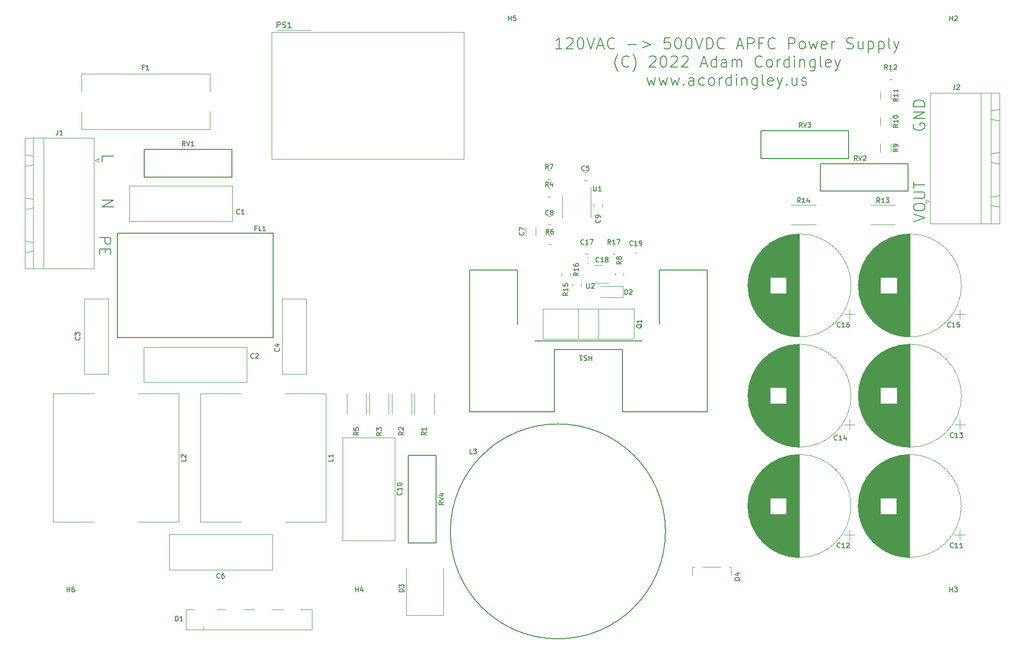
<source format=gto>
%TF.GenerationSoftware,KiCad,Pcbnew,6.0.7-f9a2dced07~116~ubuntu20.04.1*%
%TF.CreationDate,2022-10-02T03:02:38-04:00*%
%TF.ProjectId,SSTC_PFC_Power_Supply,53535443-5f50-4464-935f-506f7765725f,rev?*%
%TF.SameCoordinates,Original*%
%TF.FileFunction,Legend,Top*%
%TF.FilePolarity,Positive*%
%FSLAX46Y46*%
G04 Gerber Fmt 4.6, Leading zero omitted, Abs format (unit mm)*
G04 Created by KiCad (PCBNEW 6.0.7-f9a2dced07~116~ubuntu20.04.1) date 2022-10-02 03:02:38*
%MOMM*%
%LPD*%
G01*
G04 APERTURE LIST*
%ADD10C,0.200000*%
%ADD11C,0.150000*%
%ADD12C,0.120000*%
G04 APERTURE END LIST*
D10*
X60095238Y-50119047D02*
X60095238Y-49166666D01*
X62095238Y-49166666D01*
X203454761Y-60723809D02*
X205454761Y-60057142D01*
X203454761Y-59390476D01*
X203454761Y-58342857D02*
X203454761Y-57961904D01*
X203550000Y-57771428D01*
X203740476Y-57580952D01*
X204121428Y-57485714D01*
X204788095Y-57485714D01*
X205169047Y-57580952D01*
X205359523Y-57771428D01*
X205454761Y-57961904D01*
X205454761Y-58342857D01*
X205359523Y-58533333D01*
X205169047Y-58723809D01*
X204788095Y-58819047D01*
X204121428Y-58819047D01*
X203740476Y-58723809D01*
X203550000Y-58533333D01*
X203454761Y-58342857D01*
X203454761Y-56628571D02*
X205073809Y-56628571D01*
X205264285Y-56533333D01*
X205359523Y-56438095D01*
X205454761Y-56247619D01*
X205454761Y-55866666D01*
X205359523Y-55676190D01*
X205264285Y-55580952D01*
X205073809Y-55485714D01*
X203454761Y-55485714D01*
X203454761Y-54819047D02*
X203454761Y-53676190D01*
X205454761Y-54247619D02*
X203454761Y-54247619D01*
X59595238Y-63571428D02*
X61595238Y-63571428D01*
X61595238Y-64333333D01*
X61500000Y-64523809D01*
X61404761Y-64619047D01*
X61214285Y-64714285D01*
X60928571Y-64714285D01*
X60738095Y-64619047D01*
X60642857Y-64523809D01*
X60547619Y-64333333D01*
X60547619Y-63571428D01*
X60642857Y-65571428D02*
X60642857Y-66238095D01*
X59595238Y-66523809D02*
X59595238Y-65571428D01*
X61595238Y-65571428D01*
X61595238Y-66523809D01*
X203500000Y-43423809D02*
X203404761Y-43614285D01*
X203404761Y-43900000D01*
X203500000Y-44185714D01*
X203690476Y-44376190D01*
X203880952Y-44471428D01*
X204261904Y-44566666D01*
X204547619Y-44566666D01*
X204928571Y-44471428D01*
X205119047Y-44376190D01*
X205309523Y-44185714D01*
X205404761Y-43900000D01*
X205404761Y-43709523D01*
X205309523Y-43423809D01*
X205214285Y-43328571D01*
X204547619Y-43328571D01*
X204547619Y-43709523D01*
X205404761Y-42471428D02*
X203404761Y-42471428D01*
X205404761Y-41328571D01*
X203404761Y-41328571D01*
X205404761Y-40376190D02*
X203404761Y-40376190D01*
X203404761Y-39900000D01*
X203500000Y-39614285D01*
X203690476Y-39423809D01*
X203880952Y-39328571D01*
X204261904Y-39233333D01*
X204547619Y-39233333D01*
X204928571Y-39328571D01*
X205119047Y-39423809D01*
X205309523Y-39614285D01*
X205404761Y-39900000D01*
X205404761Y-40376190D01*
X60095238Y-56928571D02*
X62095238Y-56928571D01*
X60095238Y-58071428D01*
X62095238Y-58071428D01*
X141357142Y-30184761D02*
X140214285Y-30184761D01*
X140785714Y-30184761D02*
X140785714Y-28184761D01*
X140595238Y-28470476D01*
X140404761Y-28660952D01*
X140214285Y-28756190D01*
X142119047Y-28375238D02*
X142214285Y-28280000D01*
X142404761Y-28184761D01*
X142880952Y-28184761D01*
X143071428Y-28280000D01*
X143166666Y-28375238D01*
X143261904Y-28565714D01*
X143261904Y-28756190D01*
X143166666Y-29041904D01*
X142023809Y-30184761D01*
X143261904Y-30184761D01*
X144499999Y-28184761D02*
X144690476Y-28184761D01*
X144880952Y-28280000D01*
X144976190Y-28375238D01*
X145071428Y-28565714D01*
X145166666Y-28946666D01*
X145166666Y-29422857D01*
X145071428Y-29803809D01*
X144976190Y-29994285D01*
X144880952Y-30089523D01*
X144690476Y-30184761D01*
X144499999Y-30184761D01*
X144309523Y-30089523D01*
X144214285Y-29994285D01*
X144119047Y-29803809D01*
X144023809Y-29422857D01*
X144023809Y-28946666D01*
X144119047Y-28565714D01*
X144214285Y-28375238D01*
X144309523Y-28280000D01*
X144499999Y-28184761D01*
X145738095Y-28184761D02*
X146404761Y-30184761D01*
X147071428Y-28184761D01*
X147642857Y-29613333D02*
X148595238Y-29613333D01*
X147452380Y-30184761D02*
X148119047Y-28184761D01*
X148785714Y-30184761D01*
X150595238Y-29994285D02*
X150499999Y-30089523D01*
X150214285Y-30184761D01*
X150023809Y-30184761D01*
X149738095Y-30089523D01*
X149547619Y-29899047D01*
X149452380Y-29708571D01*
X149357142Y-29327619D01*
X149357142Y-29041904D01*
X149452380Y-28660952D01*
X149547619Y-28470476D01*
X149738095Y-28280000D01*
X150023809Y-28184761D01*
X150214285Y-28184761D01*
X150499999Y-28280000D01*
X150595238Y-28375238D01*
X152976190Y-29422857D02*
X154499999Y-29422857D01*
X155452380Y-28851428D02*
X156976190Y-29422857D01*
X155452380Y-29994285D01*
X160404761Y-28184761D02*
X159452380Y-28184761D01*
X159357142Y-29137142D01*
X159452380Y-29041904D01*
X159642857Y-28946666D01*
X160119047Y-28946666D01*
X160309523Y-29041904D01*
X160404761Y-29137142D01*
X160499999Y-29327619D01*
X160499999Y-29803809D01*
X160404761Y-29994285D01*
X160309523Y-30089523D01*
X160119047Y-30184761D01*
X159642857Y-30184761D01*
X159452380Y-30089523D01*
X159357142Y-29994285D01*
X161738095Y-28184761D02*
X161928571Y-28184761D01*
X162119047Y-28280000D01*
X162214285Y-28375238D01*
X162309523Y-28565714D01*
X162404761Y-28946666D01*
X162404761Y-29422857D01*
X162309523Y-29803809D01*
X162214285Y-29994285D01*
X162119047Y-30089523D01*
X161928571Y-30184761D01*
X161738095Y-30184761D01*
X161547619Y-30089523D01*
X161452380Y-29994285D01*
X161357142Y-29803809D01*
X161261904Y-29422857D01*
X161261904Y-28946666D01*
X161357142Y-28565714D01*
X161452380Y-28375238D01*
X161547619Y-28280000D01*
X161738095Y-28184761D01*
X163642857Y-28184761D02*
X163833333Y-28184761D01*
X164023809Y-28280000D01*
X164119047Y-28375238D01*
X164214285Y-28565714D01*
X164309523Y-28946666D01*
X164309523Y-29422857D01*
X164214285Y-29803809D01*
X164119047Y-29994285D01*
X164023809Y-30089523D01*
X163833333Y-30184761D01*
X163642857Y-30184761D01*
X163452380Y-30089523D01*
X163357142Y-29994285D01*
X163261904Y-29803809D01*
X163166666Y-29422857D01*
X163166666Y-28946666D01*
X163261904Y-28565714D01*
X163357142Y-28375238D01*
X163452380Y-28280000D01*
X163642857Y-28184761D01*
X164880952Y-28184761D02*
X165547619Y-30184761D01*
X166214285Y-28184761D01*
X166880952Y-30184761D02*
X166880952Y-28184761D01*
X167357142Y-28184761D01*
X167642857Y-28280000D01*
X167833333Y-28470476D01*
X167928571Y-28660952D01*
X168023809Y-29041904D01*
X168023809Y-29327619D01*
X167928571Y-29708571D01*
X167833333Y-29899047D01*
X167642857Y-30089523D01*
X167357142Y-30184761D01*
X166880952Y-30184761D01*
X170023809Y-29994285D02*
X169928571Y-30089523D01*
X169642857Y-30184761D01*
X169452380Y-30184761D01*
X169166666Y-30089523D01*
X168976190Y-29899047D01*
X168880952Y-29708571D01*
X168785714Y-29327619D01*
X168785714Y-29041904D01*
X168880952Y-28660952D01*
X168976190Y-28470476D01*
X169166666Y-28280000D01*
X169452380Y-28184761D01*
X169642857Y-28184761D01*
X169928571Y-28280000D01*
X170023809Y-28375238D01*
X172309523Y-29613333D02*
X173261904Y-29613333D01*
X172119047Y-30184761D02*
X172785714Y-28184761D01*
X173452380Y-30184761D01*
X174119047Y-30184761D02*
X174119047Y-28184761D01*
X174880952Y-28184761D01*
X175071428Y-28280000D01*
X175166666Y-28375238D01*
X175261904Y-28565714D01*
X175261904Y-28851428D01*
X175166666Y-29041904D01*
X175071428Y-29137142D01*
X174880952Y-29232380D01*
X174119047Y-29232380D01*
X176785714Y-29137142D02*
X176119047Y-29137142D01*
X176119047Y-30184761D02*
X176119047Y-28184761D01*
X177071428Y-28184761D01*
X178976190Y-29994285D02*
X178880952Y-30089523D01*
X178595238Y-30184761D01*
X178404761Y-30184761D01*
X178119047Y-30089523D01*
X177928571Y-29899047D01*
X177833333Y-29708571D01*
X177738095Y-29327619D01*
X177738095Y-29041904D01*
X177833333Y-28660952D01*
X177928571Y-28470476D01*
X178119047Y-28280000D01*
X178404761Y-28184761D01*
X178595238Y-28184761D01*
X178880952Y-28280000D01*
X178976190Y-28375238D01*
X181357142Y-30184761D02*
X181357142Y-28184761D01*
X182119047Y-28184761D01*
X182309523Y-28280000D01*
X182404761Y-28375238D01*
X182499999Y-28565714D01*
X182499999Y-28851428D01*
X182404761Y-29041904D01*
X182309523Y-29137142D01*
X182119047Y-29232380D01*
X181357142Y-29232380D01*
X183642857Y-30184761D02*
X183452380Y-30089523D01*
X183357142Y-29994285D01*
X183261904Y-29803809D01*
X183261904Y-29232380D01*
X183357142Y-29041904D01*
X183452380Y-28946666D01*
X183642857Y-28851428D01*
X183928571Y-28851428D01*
X184119047Y-28946666D01*
X184214285Y-29041904D01*
X184309523Y-29232380D01*
X184309523Y-29803809D01*
X184214285Y-29994285D01*
X184119047Y-30089523D01*
X183928571Y-30184761D01*
X183642857Y-30184761D01*
X184976190Y-28851428D02*
X185357142Y-30184761D01*
X185738095Y-29232380D01*
X186119047Y-30184761D01*
X186499999Y-28851428D01*
X188023809Y-30089523D02*
X187833333Y-30184761D01*
X187452380Y-30184761D01*
X187261904Y-30089523D01*
X187166666Y-29899047D01*
X187166666Y-29137142D01*
X187261904Y-28946666D01*
X187452380Y-28851428D01*
X187833333Y-28851428D01*
X188023809Y-28946666D01*
X188119047Y-29137142D01*
X188119047Y-29327619D01*
X187166666Y-29518095D01*
X188976190Y-30184761D02*
X188976190Y-28851428D01*
X188976190Y-29232380D02*
X189071428Y-29041904D01*
X189166666Y-28946666D01*
X189357142Y-28851428D01*
X189547619Y-28851428D01*
X191642857Y-30089523D02*
X191928571Y-30184761D01*
X192404761Y-30184761D01*
X192595238Y-30089523D01*
X192690476Y-29994285D01*
X192785714Y-29803809D01*
X192785714Y-29613333D01*
X192690476Y-29422857D01*
X192595238Y-29327619D01*
X192404761Y-29232380D01*
X192023809Y-29137142D01*
X191833333Y-29041904D01*
X191738095Y-28946666D01*
X191642857Y-28756190D01*
X191642857Y-28565714D01*
X191738095Y-28375238D01*
X191833333Y-28280000D01*
X192023809Y-28184761D01*
X192499999Y-28184761D01*
X192785714Y-28280000D01*
X194499999Y-28851428D02*
X194499999Y-30184761D01*
X193642857Y-28851428D02*
X193642857Y-29899047D01*
X193738095Y-30089523D01*
X193928571Y-30184761D01*
X194214285Y-30184761D01*
X194404761Y-30089523D01*
X194499999Y-29994285D01*
X195452380Y-28851428D02*
X195452380Y-30851428D01*
X195452380Y-28946666D02*
X195642857Y-28851428D01*
X196023809Y-28851428D01*
X196214285Y-28946666D01*
X196309523Y-29041904D01*
X196404761Y-29232380D01*
X196404761Y-29803809D01*
X196309523Y-29994285D01*
X196214285Y-30089523D01*
X196023809Y-30184761D01*
X195642857Y-30184761D01*
X195452380Y-30089523D01*
X197261904Y-28851428D02*
X197261904Y-30851428D01*
X197261904Y-28946666D02*
X197452380Y-28851428D01*
X197833333Y-28851428D01*
X198023809Y-28946666D01*
X198119047Y-29041904D01*
X198214285Y-29232380D01*
X198214285Y-29803809D01*
X198119047Y-29994285D01*
X198023809Y-30089523D01*
X197833333Y-30184761D01*
X197452380Y-30184761D01*
X197261904Y-30089523D01*
X199357142Y-30184761D02*
X199166666Y-30089523D01*
X199071428Y-29899047D01*
X199071428Y-28184761D01*
X199928571Y-28851428D02*
X200404761Y-30184761D01*
X200880952Y-28851428D02*
X200404761Y-30184761D01*
X200214285Y-30660952D01*
X200119047Y-30756190D01*
X199928571Y-30851428D01*
X151261904Y-34166666D02*
X151166666Y-34071428D01*
X150976190Y-33785714D01*
X150880952Y-33595238D01*
X150785714Y-33309523D01*
X150690476Y-32833333D01*
X150690476Y-32452380D01*
X150785714Y-31976190D01*
X150880952Y-31690476D01*
X150976190Y-31500000D01*
X151166666Y-31214285D01*
X151261904Y-31119047D01*
X153166666Y-33214285D02*
X153071428Y-33309523D01*
X152785714Y-33404761D01*
X152595238Y-33404761D01*
X152309523Y-33309523D01*
X152119047Y-33119047D01*
X152023809Y-32928571D01*
X151928571Y-32547619D01*
X151928571Y-32261904D01*
X152023809Y-31880952D01*
X152119047Y-31690476D01*
X152309523Y-31500000D01*
X152595238Y-31404761D01*
X152785714Y-31404761D01*
X153071428Y-31500000D01*
X153166666Y-31595238D01*
X153833333Y-34166666D02*
X153928571Y-34071428D01*
X154119047Y-33785714D01*
X154214285Y-33595238D01*
X154309523Y-33309523D01*
X154404761Y-32833333D01*
X154404761Y-32452380D01*
X154309523Y-31976190D01*
X154214285Y-31690476D01*
X154119047Y-31500000D01*
X153928571Y-31214285D01*
X153833333Y-31119047D01*
X156785714Y-31595238D02*
X156880952Y-31500000D01*
X157071428Y-31404761D01*
X157547619Y-31404761D01*
X157738095Y-31500000D01*
X157833333Y-31595238D01*
X157928571Y-31785714D01*
X157928571Y-31976190D01*
X157833333Y-32261904D01*
X156690476Y-33404761D01*
X157928571Y-33404761D01*
X159166666Y-31404761D02*
X159357142Y-31404761D01*
X159547619Y-31500000D01*
X159642857Y-31595238D01*
X159738095Y-31785714D01*
X159833333Y-32166666D01*
X159833333Y-32642857D01*
X159738095Y-33023809D01*
X159642857Y-33214285D01*
X159547619Y-33309523D01*
X159357142Y-33404761D01*
X159166666Y-33404761D01*
X158976190Y-33309523D01*
X158880952Y-33214285D01*
X158785714Y-33023809D01*
X158690476Y-32642857D01*
X158690476Y-32166666D01*
X158785714Y-31785714D01*
X158880952Y-31595238D01*
X158976190Y-31500000D01*
X159166666Y-31404761D01*
X160595238Y-31595238D02*
X160690476Y-31500000D01*
X160880952Y-31404761D01*
X161357142Y-31404761D01*
X161547619Y-31500000D01*
X161642857Y-31595238D01*
X161738095Y-31785714D01*
X161738095Y-31976190D01*
X161642857Y-32261904D01*
X160500000Y-33404761D01*
X161738095Y-33404761D01*
X162500000Y-31595238D02*
X162595238Y-31500000D01*
X162785714Y-31404761D01*
X163261904Y-31404761D01*
X163452380Y-31500000D01*
X163547619Y-31595238D01*
X163642857Y-31785714D01*
X163642857Y-31976190D01*
X163547619Y-32261904D01*
X162404761Y-33404761D01*
X163642857Y-33404761D01*
X165928571Y-32833333D02*
X166880952Y-32833333D01*
X165738095Y-33404761D02*
X166404761Y-31404761D01*
X167071428Y-33404761D01*
X168595238Y-33404761D02*
X168595238Y-31404761D01*
X168595238Y-33309523D02*
X168404761Y-33404761D01*
X168023809Y-33404761D01*
X167833333Y-33309523D01*
X167738095Y-33214285D01*
X167642857Y-33023809D01*
X167642857Y-32452380D01*
X167738095Y-32261904D01*
X167833333Y-32166666D01*
X168023809Y-32071428D01*
X168404761Y-32071428D01*
X168595238Y-32166666D01*
X170404761Y-33404761D02*
X170404761Y-32357142D01*
X170309523Y-32166666D01*
X170119047Y-32071428D01*
X169738095Y-32071428D01*
X169547619Y-32166666D01*
X170404761Y-33309523D02*
X170214285Y-33404761D01*
X169738095Y-33404761D01*
X169547619Y-33309523D01*
X169452380Y-33119047D01*
X169452380Y-32928571D01*
X169547619Y-32738095D01*
X169738095Y-32642857D01*
X170214285Y-32642857D01*
X170404761Y-32547619D01*
X171357142Y-33404761D02*
X171357142Y-32071428D01*
X171357142Y-32261904D02*
X171452380Y-32166666D01*
X171642857Y-32071428D01*
X171928571Y-32071428D01*
X172119047Y-32166666D01*
X172214285Y-32357142D01*
X172214285Y-33404761D01*
X172214285Y-32357142D02*
X172309523Y-32166666D01*
X172500000Y-32071428D01*
X172785714Y-32071428D01*
X172976190Y-32166666D01*
X173071428Y-32357142D01*
X173071428Y-33404761D01*
X176690476Y-33214285D02*
X176595238Y-33309523D01*
X176309523Y-33404761D01*
X176119047Y-33404761D01*
X175833333Y-33309523D01*
X175642857Y-33119047D01*
X175547619Y-32928571D01*
X175452380Y-32547619D01*
X175452380Y-32261904D01*
X175547619Y-31880952D01*
X175642857Y-31690476D01*
X175833333Y-31500000D01*
X176119047Y-31404761D01*
X176309523Y-31404761D01*
X176595238Y-31500000D01*
X176690476Y-31595238D01*
X177833333Y-33404761D02*
X177642857Y-33309523D01*
X177547619Y-33214285D01*
X177452380Y-33023809D01*
X177452380Y-32452380D01*
X177547619Y-32261904D01*
X177642857Y-32166666D01*
X177833333Y-32071428D01*
X178119047Y-32071428D01*
X178309523Y-32166666D01*
X178404761Y-32261904D01*
X178500000Y-32452380D01*
X178500000Y-33023809D01*
X178404761Y-33214285D01*
X178309523Y-33309523D01*
X178119047Y-33404761D01*
X177833333Y-33404761D01*
X179357142Y-33404761D02*
X179357142Y-32071428D01*
X179357142Y-32452380D02*
X179452380Y-32261904D01*
X179547619Y-32166666D01*
X179738095Y-32071428D01*
X179928571Y-32071428D01*
X181452380Y-33404761D02*
X181452380Y-31404761D01*
X181452380Y-33309523D02*
X181261904Y-33404761D01*
X180880952Y-33404761D01*
X180690476Y-33309523D01*
X180595238Y-33214285D01*
X180500000Y-33023809D01*
X180500000Y-32452380D01*
X180595238Y-32261904D01*
X180690476Y-32166666D01*
X180880952Y-32071428D01*
X181261904Y-32071428D01*
X181452380Y-32166666D01*
X182404761Y-33404761D02*
X182404761Y-32071428D01*
X182404761Y-31404761D02*
X182309523Y-31500000D01*
X182404761Y-31595238D01*
X182500000Y-31500000D01*
X182404761Y-31404761D01*
X182404761Y-31595238D01*
X183357142Y-32071428D02*
X183357142Y-33404761D01*
X183357142Y-32261904D02*
X183452380Y-32166666D01*
X183642857Y-32071428D01*
X183928571Y-32071428D01*
X184119047Y-32166666D01*
X184214285Y-32357142D01*
X184214285Y-33404761D01*
X186023809Y-32071428D02*
X186023809Y-33690476D01*
X185928571Y-33880952D01*
X185833333Y-33976190D01*
X185642857Y-34071428D01*
X185357142Y-34071428D01*
X185166666Y-33976190D01*
X186023809Y-33309523D02*
X185833333Y-33404761D01*
X185452380Y-33404761D01*
X185261904Y-33309523D01*
X185166666Y-33214285D01*
X185071428Y-33023809D01*
X185071428Y-32452380D01*
X185166666Y-32261904D01*
X185261904Y-32166666D01*
X185452380Y-32071428D01*
X185833333Y-32071428D01*
X186023809Y-32166666D01*
X187261904Y-33404761D02*
X187071428Y-33309523D01*
X186976190Y-33119047D01*
X186976190Y-31404761D01*
X188785714Y-33309523D02*
X188595238Y-33404761D01*
X188214285Y-33404761D01*
X188023809Y-33309523D01*
X187928571Y-33119047D01*
X187928571Y-32357142D01*
X188023809Y-32166666D01*
X188214285Y-32071428D01*
X188595238Y-32071428D01*
X188785714Y-32166666D01*
X188880952Y-32357142D01*
X188880952Y-32547619D01*
X187928571Y-32738095D01*
X189547619Y-32071428D02*
X190023809Y-33404761D01*
X190500000Y-32071428D02*
X190023809Y-33404761D01*
X189833333Y-33880952D01*
X189738095Y-33976190D01*
X189547619Y-34071428D01*
X156357142Y-35291428D02*
X156738095Y-36624761D01*
X157119047Y-35672380D01*
X157500000Y-36624761D01*
X157880952Y-35291428D01*
X158452380Y-35291428D02*
X158833333Y-36624761D01*
X159214285Y-35672380D01*
X159595238Y-36624761D01*
X159976190Y-35291428D01*
X160547619Y-35291428D02*
X160928571Y-36624761D01*
X161309523Y-35672380D01*
X161690476Y-36624761D01*
X162071428Y-35291428D01*
X162833333Y-36434285D02*
X162928571Y-36529523D01*
X162833333Y-36624761D01*
X162738095Y-36529523D01*
X162833333Y-36434285D01*
X162833333Y-36624761D01*
X164642857Y-36624761D02*
X164642857Y-35577142D01*
X164547619Y-35386666D01*
X164357142Y-35291428D01*
X163976190Y-35291428D01*
X163785714Y-35386666D01*
X164642857Y-36529523D02*
X164452380Y-36624761D01*
X163976190Y-36624761D01*
X163785714Y-36529523D01*
X163690476Y-36339047D01*
X163690476Y-36148571D01*
X163785714Y-35958095D01*
X163976190Y-35862857D01*
X164452380Y-35862857D01*
X164642857Y-35767619D01*
X166452380Y-36529523D02*
X166261904Y-36624761D01*
X165880952Y-36624761D01*
X165690476Y-36529523D01*
X165595238Y-36434285D01*
X165500000Y-36243809D01*
X165500000Y-35672380D01*
X165595238Y-35481904D01*
X165690476Y-35386666D01*
X165880952Y-35291428D01*
X166261904Y-35291428D01*
X166452380Y-35386666D01*
X167595238Y-36624761D02*
X167404761Y-36529523D01*
X167309523Y-36434285D01*
X167214285Y-36243809D01*
X167214285Y-35672380D01*
X167309523Y-35481904D01*
X167404761Y-35386666D01*
X167595238Y-35291428D01*
X167880952Y-35291428D01*
X168071428Y-35386666D01*
X168166666Y-35481904D01*
X168261904Y-35672380D01*
X168261904Y-36243809D01*
X168166666Y-36434285D01*
X168071428Y-36529523D01*
X167880952Y-36624761D01*
X167595238Y-36624761D01*
X169119047Y-36624761D02*
X169119047Y-35291428D01*
X169119047Y-35672380D02*
X169214285Y-35481904D01*
X169309523Y-35386666D01*
X169500000Y-35291428D01*
X169690476Y-35291428D01*
X171214285Y-36624761D02*
X171214285Y-34624761D01*
X171214285Y-36529523D02*
X171023809Y-36624761D01*
X170642857Y-36624761D01*
X170452380Y-36529523D01*
X170357142Y-36434285D01*
X170261904Y-36243809D01*
X170261904Y-35672380D01*
X170357142Y-35481904D01*
X170452380Y-35386666D01*
X170642857Y-35291428D01*
X171023809Y-35291428D01*
X171214285Y-35386666D01*
X172166666Y-36624761D02*
X172166666Y-35291428D01*
X172166666Y-34624761D02*
X172071428Y-34720000D01*
X172166666Y-34815238D01*
X172261904Y-34720000D01*
X172166666Y-34624761D01*
X172166666Y-34815238D01*
X173119047Y-35291428D02*
X173119047Y-36624761D01*
X173119047Y-35481904D02*
X173214285Y-35386666D01*
X173404761Y-35291428D01*
X173690476Y-35291428D01*
X173880952Y-35386666D01*
X173976190Y-35577142D01*
X173976190Y-36624761D01*
X175785714Y-35291428D02*
X175785714Y-36910476D01*
X175690476Y-37100952D01*
X175595238Y-37196190D01*
X175404761Y-37291428D01*
X175119047Y-37291428D01*
X174928571Y-37196190D01*
X175785714Y-36529523D02*
X175595238Y-36624761D01*
X175214285Y-36624761D01*
X175023809Y-36529523D01*
X174928571Y-36434285D01*
X174833333Y-36243809D01*
X174833333Y-35672380D01*
X174928571Y-35481904D01*
X175023809Y-35386666D01*
X175214285Y-35291428D01*
X175595238Y-35291428D01*
X175785714Y-35386666D01*
X177023809Y-36624761D02*
X176833333Y-36529523D01*
X176738095Y-36339047D01*
X176738095Y-34624761D01*
X178547619Y-36529523D02*
X178357142Y-36624761D01*
X177976190Y-36624761D01*
X177785714Y-36529523D01*
X177690476Y-36339047D01*
X177690476Y-35577142D01*
X177785714Y-35386666D01*
X177976190Y-35291428D01*
X178357142Y-35291428D01*
X178547619Y-35386666D01*
X178642857Y-35577142D01*
X178642857Y-35767619D01*
X177690476Y-35958095D01*
X179309523Y-35291428D02*
X179785714Y-36624761D01*
X180261904Y-35291428D02*
X179785714Y-36624761D01*
X179595238Y-37100952D01*
X179500000Y-37196190D01*
X179309523Y-37291428D01*
X181023809Y-36434285D02*
X181119047Y-36529523D01*
X181023809Y-36624761D01*
X180928571Y-36529523D01*
X181023809Y-36434285D01*
X181023809Y-36624761D01*
X182833333Y-35291428D02*
X182833333Y-36624761D01*
X181976190Y-35291428D02*
X181976190Y-36339047D01*
X182071428Y-36529523D01*
X182261904Y-36624761D01*
X182547619Y-36624761D01*
X182738095Y-36529523D01*
X182833333Y-36434285D01*
X183690476Y-36529523D02*
X183880952Y-36624761D01*
X184261904Y-36624761D01*
X184452380Y-36529523D01*
X184547619Y-36339047D01*
X184547619Y-36243809D01*
X184452380Y-36053333D01*
X184261904Y-35958095D01*
X183976190Y-35958095D01*
X183785714Y-35862857D01*
X183690476Y-35672380D01*
X183690476Y-35577142D01*
X183785714Y-35386666D01*
X183976190Y-35291428D01*
X184261904Y-35291428D01*
X184452380Y-35386666D01*
D11*
%TO.C,FL1*%
X87372619Y-61939285D02*
X87089285Y-61939285D01*
X87089285Y-62384523D02*
X87089285Y-61534523D01*
X87494047Y-61534523D01*
X88222619Y-62384523D02*
X87817857Y-62384523D01*
X87817857Y-61534523D01*
X88951190Y-62384523D02*
X88465476Y-62384523D01*
X88708333Y-62384523D02*
X88708333Y-61534523D01*
X88627380Y-61655952D01*
X88546428Y-61736904D01*
X88465476Y-61777380D01*
%TO.C,C7*%
X134548571Y-62616666D02*
X134589047Y-62657142D01*
X134629523Y-62778571D01*
X134629523Y-62859523D01*
X134589047Y-62980952D01*
X134508095Y-63061904D01*
X134427142Y-63102380D01*
X134265238Y-63142857D01*
X134143809Y-63142857D01*
X133981904Y-63102380D01*
X133900952Y-63061904D01*
X133820000Y-62980952D01*
X133779523Y-62859523D01*
X133779523Y-62778571D01*
X133820000Y-62657142D01*
X133860476Y-62616666D01*
X133779523Y-62333333D02*
X133779523Y-61766666D01*
X134629523Y-62130952D01*
%TO.C,R16*%
X144234523Y-69758928D02*
X143829761Y-70042261D01*
X144234523Y-70244642D02*
X143384523Y-70244642D01*
X143384523Y-69920833D01*
X143425000Y-69839880D01*
X143465476Y-69799404D01*
X143546428Y-69758928D01*
X143667857Y-69758928D01*
X143748809Y-69799404D01*
X143789285Y-69839880D01*
X143829761Y-69920833D01*
X143829761Y-70244642D01*
X144234523Y-68949404D02*
X144234523Y-69435119D01*
X144234523Y-69192261D02*
X143384523Y-69192261D01*
X143505952Y-69273214D01*
X143586904Y-69354166D01*
X143627380Y-69435119D01*
X143384523Y-68220833D02*
X143384523Y-68382738D01*
X143425000Y-68463690D01*
X143465476Y-68504166D01*
X143586904Y-68585119D01*
X143748809Y-68625595D01*
X144072619Y-68625595D01*
X144153571Y-68585119D01*
X144194047Y-68544642D01*
X144234523Y-68463690D01*
X144234523Y-68301785D01*
X144194047Y-68220833D01*
X144153571Y-68180357D01*
X144072619Y-68139880D01*
X143870238Y-68139880D01*
X143789285Y-68180357D01*
X143748809Y-68220833D01*
X143708333Y-68301785D01*
X143708333Y-68463690D01*
X143748809Y-68544642D01*
X143789285Y-68585119D01*
X143870238Y-68625595D01*
%TO.C,D2*%
X152422619Y-73584523D02*
X152422619Y-72734523D01*
X152625000Y-72734523D01*
X152746428Y-72775000D01*
X152827380Y-72855952D01*
X152867857Y-72936904D01*
X152908333Y-73098809D01*
X152908333Y-73220238D01*
X152867857Y-73382142D01*
X152827380Y-73463095D01*
X152746428Y-73544047D01*
X152625000Y-73584523D01*
X152422619Y-73584523D01*
X153232142Y-72815476D02*
X153272619Y-72775000D01*
X153353571Y-72734523D01*
X153555952Y-72734523D01*
X153636904Y-72775000D01*
X153677380Y-72815476D01*
X153717857Y-72896428D01*
X153717857Y-72977380D01*
X153677380Y-73098809D01*
X153191666Y-73584523D01*
X153717857Y-73584523D01*
%TO.C,R13*%
X197453571Y-57384523D02*
X197170238Y-56979761D01*
X196967857Y-57384523D02*
X196967857Y-56534523D01*
X197291666Y-56534523D01*
X197372619Y-56575000D01*
X197413095Y-56615476D01*
X197453571Y-56696428D01*
X197453571Y-56817857D01*
X197413095Y-56898809D01*
X197372619Y-56939285D01*
X197291666Y-56979761D01*
X196967857Y-56979761D01*
X198263095Y-57384523D02*
X197777380Y-57384523D01*
X198020238Y-57384523D02*
X198020238Y-56534523D01*
X197939285Y-56655952D01*
X197858333Y-56736904D01*
X197777380Y-56777380D01*
X198546428Y-56534523D02*
X199072619Y-56534523D01*
X198789285Y-56858333D01*
X198910714Y-56858333D01*
X198991666Y-56898809D01*
X199032142Y-56939285D01*
X199072619Y-57020238D01*
X199072619Y-57222619D01*
X199032142Y-57303571D01*
X198991666Y-57344047D01*
X198910714Y-57384523D01*
X198667857Y-57384523D01*
X198586904Y-57344047D01*
X198546428Y-57303571D01*
%TO.C,C2*%
X86858333Y-84803571D02*
X86817857Y-84844047D01*
X86696428Y-84884523D01*
X86615476Y-84884523D01*
X86494047Y-84844047D01*
X86413095Y-84763095D01*
X86372619Y-84682142D01*
X86332142Y-84520238D01*
X86332142Y-84398809D01*
X86372619Y-84236904D01*
X86413095Y-84155952D01*
X86494047Y-84075000D01*
X86615476Y-84034523D01*
X86696428Y-84034523D01*
X86817857Y-84075000D01*
X86858333Y-84115476D01*
X87182142Y-84115476D02*
X87222619Y-84075000D01*
X87303571Y-84034523D01*
X87505952Y-84034523D01*
X87586904Y-84075000D01*
X87627380Y-84115476D01*
X87667857Y-84196428D01*
X87667857Y-84277380D01*
X87627380Y-84398809D01*
X87141666Y-84884523D01*
X87667857Y-84884523D01*
%TO.C,H5*%
X131852380Y-25184523D02*
X131852380Y-24334523D01*
X131852380Y-24739285D02*
X132338095Y-24739285D01*
X132338095Y-25184523D02*
X132338095Y-24334523D01*
X133147619Y-24334523D02*
X132742857Y-24334523D01*
X132702380Y-24739285D01*
X132742857Y-24698809D01*
X132823809Y-24658333D01*
X133026190Y-24658333D01*
X133107142Y-24698809D01*
X133147619Y-24739285D01*
X133188095Y-24820238D01*
X133188095Y-25022619D01*
X133147619Y-25103571D01*
X133107142Y-25144047D01*
X133026190Y-25184523D01*
X132823809Y-25184523D01*
X132742857Y-25144047D01*
X132702380Y-25103571D01*
%TO.C,RV4*%
X120434523Y-110305952D02*
X120029761Y-110589285D01*
X120434523Y-110791666D02*
X119584523Y-110791666D01*
X119584523Y-110467857D01*
X119625000Y-110386904D01*
X119665476Y-110346428D01*
X119746428Y-110305952D01*
X119867857Y-110305952D01*
X119948809Y-110346428D01*
X119989285Y-110386904D01*
X120029761Y-110467857D01*
X120029761Y-110791666D01*
X119584523Y-110063095D02*
X120434523Y-109779761D01*
X119584523Y-109496428D01*
X119867857Y-108848809D02*
X120434523Y-108848809D01*
X119544047Y-109051190D02*
X120151190Y-109253571D01*
X120151190Y-108727380D01*
%TO.C,H3*%
X209852380Y-126184523D02*
X209852380Y-125334523D01*
X209852380Y-125739285D02*
X210338095Y-125739285D01*
X210338095Y-126184523D02*
X210338095Y-125334523D01*
X210661904Y-125334523D02*
X211188095Y-125334523D01*
X210904761Y-125658333D01*
X211026190Y-125658333D01*
X211107142Y-125698809D01*
X211147619Y-125739285D01*
X211188095Y-125820238D01*
X211188095Y-126022619D01*
X211147619Y-126103571D01*
X211107142Y-126144047D01*
X211026190Y-126184523D01*
X210783333Y-126184523D01*
X210702380Y-126144047D01*
X210661904Y-126103571D01*
%TO.C,J1*%
X52216666Y-44534523D02*
X52216666Y-45141666D01*
X52176190Y-45263095D01*
X52095238Y-45344047D01*
X51973809Y-45384523D01*
X51892857Y-45384523D01*
X53066666Y-45384523D02*
X52580952Y-45384523D01*
X52823809Y-45384523D02*
X52823809Y-44534523D01*
X52742857Y-44655952D01*
X52661904Y-44736904D01*
X52580952Y-44777380D01*
%TO.C,R17*%
X149916071Y-64734523D02*
X149632738Y-64329761D01*
X149430357Y-64734523D02*
X149430357Y-63884523D01*
X149754166Y-63884523D01*
X149835119Y-63925000D01*
X149875595Y-63965476D01*
X149916071Y-64046428D01*
X149916071Y-64167857D01*
X149875595Y-64248809D01*
X149835119Y-64289285D01*
X149754166Y-64329761D01*
X149430357Y-64329761D01*
X150725595Y-64734523D02*
X150239880Y-64734523D01*
X150482738Y-64734523D02*
X150482738Y-63884523D01*
X150401785Y-64005952D01*
X150320833Y-64086904D01*
X150239880Y-64127380D01*
X151008928Y-63884523D02*
X151575595Y-63884523D01*
X151211309Y-64734523D01*
%TO.C,R3*%
X109434523Y-97991666D02*
X109029761Y-98275000D01*
X109434523Y-98477380D02*
X108584523Y-98477380D01*
X108584523Y-98153571D01*
X108625000Y-98072619D01*
X108665476Y-98032142D01*
X108746428Y-97991666D01*
X108867857Y-97991666D01*
X108948809Y-98032142D01*
X108989285Y-98072619D01*
X109029761Y-98153571D01*
X109029761Y-98477380D01*
X108584523Y-97708333D02*
X108584523Y-97182142D01*
X108908333Y-97465476D01*
X108908333Y-97344047D01*
X108948809Y-97263095D01*
X108989285Y-97222619D01*
X109070238Y-97182142D01*
X109272619Y-97182142D01*
X109353571Y-97222619D01*
X109394047Y-97263095D01*
X109434523Y-97344047D01*
X109434523Y-97586904D01*
X109394047Y-97667857D01*
X109353571Y-97708333D01*
%TO.C,F1*%
X67466666Y-33439285D02*
X67183333Y-33439285D01*
X67183333Y-33884523D02*
X67183333Y-33034523D01*
X67588095Y-33034523D01*
X68357142Y-33884523D02*
X67871428Y-33884523D01*
X68114285Y-33884523D02*
X68114285Y-33034523D01*
X68033333Y-33155952D01*
X67952380Y-33236904D01*
X67871428Y-33277380D01*
%TO.C,C4*%
X91303571Y-83141666D02*
X91344047Y-83182142D01*
X91384523Y-83303571D01*
X91384523Y-83384523D01*
X91344047Y-83505952D01*
X91263095Y-83586904D01*
X91182142Y-83627380D01*
X91020238Y-83667857D01*
X90898809Y-83667857D01*
X90736904Y-83627380D01*
X90655952Y-83586904D01*
X90575000Y-83505952D01*
X90534523Y-83384523D01*
X90534523Y-83303571D01*
X90575000Y-83182142D01*
X90615476Y-83141666D01*
X90817857Y-82413095D02*
X91384523Y-82413095D01*
X90494047Y-82615476D02*
X91101190Y-82817857D01*
X91101190Y-82291666D01*
%TO.C,C5*%
X145308333Y-51653571D02*
X145267857Y-51694047D01*
X145146428Y-51734523D01*
X145065476Y-51734523D01*
X144944047Y-51694047D01*
X144863095Y-51613095D01*
X144822619Y-51532142D01*
X144782142Y-51370238D01*
X144782142Y-51248809D01*
X144822619Y-51086904D01*
X144863095Y-51005952D01*
X144944047Y-50925000D01*
X145065476Y-50884523D01*
X145146428Y-50884523D01*
X145267857Y-50925000D01*
X145308333Y-50965476D01*
X146077380Y-50884523D02*
X145672619Y-50884523D01*
X145632142Y-51289285D01*
X145672619Y-51248809D01*
X145753571Y-51208333D01*
X145955952Y-51208333D01*
X146036904Y-51248809D01*
X146077380Y-51289285D01*
X146117857Y-51370238D01*
X146117857Y-51572619D01*
X146077380Y-51653571D01*
X146036904Y-51694047D01*
X145955952Y-51734523D01*
X145753571Y-51734523D01*
X145672619Y-51694047D01*
X145632142Y-51653571D01*
%TO.C,RV3*%
X183744047Y-44034523D02*
X183460714Y-43629761D01*
X183258333Y-44034523D02*
X183258333Y-43184523D01*
X183582142Y-43184523D01*
X183663095Y-43225000D01*
X183703571Y-43265476D01*
X183744047Y-43346428D01*
X183744047Y-43467857D01*
X183703571Y-43548809D01*
X183663095Y-43589285D01*
X183582142Y-43629761D01*
X183258333Y-43629761D01*
X183986904Y-43184523D02*
X184270238Y-44034523D01*
X184553571Y-43184523D01*
X184755952Y-43184523D02*
X185282142Y-43184523D01*
X184998809Y-43508333D01*
X185120238Y-43508333D01*
X185201190Y-43548809D01*
X185241666Y-43589285D01*
X185282142Y-43670238D01*
X185282142Y-43872619D01*
X185241666Y-43953571D01*
X185201190Y-43994047D01*
X185120238Y-44034523D01*
X184877380Y-44034523D01*
X184796428Y-43994047D01*
X184755952Y-43953571D01*
%TO.C,L3*%
X125508333Y-101784523D02*
X125103571Y-101784523D01*
X125103571Y-100934523D01*
X125710714Y-100934523D02*
X126236904Y-100934523D01*
X125953571Y-101258333D01*
X126075000Y-101258333D01*
X126155952Y-101298809D01*
X126196428Y-101339285D01*
X126236904Y-101420238D01*
X126236904Y-101622619D01*
X126196428Y-101703571D01*
X126155952Y-101744047D01*
X126075000Y-101784523D01*
X125832142Y-101784523D01*
X125751190Y-101744047D01*
X125710714Y-101703571D01*
%TO.C,U1*%
X146902380Y-54434523D02*
X146902380Y-55122619D01*
X146942857Y-55203571D01*
X146983333Y-55244047D01*
X147064285Y-55284523D01*
X147226190Y-55284523D01*
X147307142Y-55244047D01*
X147347619Y-55203571D01*
X147388095Y-55122619D01*
X147388095Y-54434523D01*
X148238095Y-55284523D02*
X147752380Y-55284523D01*
X147995238Y-55284523D02*
X147995238Y-54434523D01*
X147914285Y-54555952D01*
X147833333Y-54636904D01*
X147752380Y-54677380D01*
%TO.C,C8*%
X138953333Y-59503571D02*
X138912857Y-59544047D01*
X138791428Y-59584523D01*
X138710476Y-59584523D01*
X138589047Y-59544047D01*
X138508095Y-59463095D01*
X138467619Y-59382142D01*
X138427142Y-59220238D01*
X138427142Y-59098809D01*
X138467619Y-58936904D01*
X138508095Y-58855952D01*
X138589047Y-58775000D01*
X138710476Y-58734523D01*
X138791428Y-58734523D01*
X138912857Y-58775000D01*
X138953333Y-58815476D01*
X139439047Y-59098809D02*
X139358095Y-59058333D01*
X139317619Y-59017857D01*
X139277142Y-58936904D01*
X139277142Y-58896428D01*
X139317619Y-58815476D01*
X139358095Y-58775000D01*
X139439047Y-58734523D01*
X139600952Y-58734523D01*
X139681904Y-58775000D01*
X139722380Y-58815476D01*
X139762857Y-58896428D01*
X139762857Y-58936904D01*
X139722380Y-59017857D01*
X139681904Y-59058333D01*
X139600952Y-59098809D01*
X139439047Y-59098809D01*
X139358095Y-59139285D01*
X139317619Y-59179761D01*
X139277142Y-59260714D01*
X139277142Y-59422619D01*
X139317619Y-59503571D01*
X139358095Y-59544047D01*
X139439047Y-59584523D01*
X139600952Y-59584523D01*
X139681904Y-59544047D01*
X139722380Y-59503571D01*
X139762857Y-59422619D01*
X139762857Y-59260714D01*
X139722380Y-59179761D01*
X139681904Y-59139285D01*
X139600952Y-59098809D01*
%TO.C,D4*%
X172714523Y-124127380D02*
X171864523Y-124127380D01*
X171864523Y-123925000D01*
X171905000Y-123803571D01*
X171985952Y-123722619D01*
X172066904Y-123682142D01*
X172228809Y-123641666D01*
X172350238Y-123641666D01*
X172512142Y-123682142D01*
X172593095Y-123722619D01*
X172674047Y-123803571D01*
X172714523Y-123925000D01*
X172714523Y-124127380D01*
X172147857Y-122913095D02*
X172714523Y-122913095D01*
X171824047Y-123115476D02*
X172431190Y-123317857D01*
X172431190Y-122791666D01*
%TO.C,H4*%
X104852380Y-126184523D02*
X104852380Y-125334523D01*
X104852380Y-125739285D02*
X105338095Y-125739285D01*
X105338095Y-126184523D02*
X105338095Y-125334523D01*
X106107142Y-125617857D02*
X106107142Y-126184523D01*
X105904761Y-125294047D02*
X105702380Y-125901190D01*
X106228571Y-125901190D01*
%TO.C,R9*%
X200704523Y-47841666D02*
X200299761Y-48125000D01*
X200704523Y-48327380D02*
X199854523Y-48327380D01*
X199854523Y-48003571D01*
X199895000Y-47922619D01*
X199935476Y-47882142D01*
X200016428Y-47841666D01*
X200137857Y-47841666D01*
X200218809Y-47882142D01*
X200259285Y-47922619D01*
X200299761Y-48003571D01*
X200299761Y-48327380D01*
X200704523Y-47436904D02*
X200704523Y-47275000D01*
X200664047Y-47194047D01*
X200623571Y-47153571D01*
X200502142Y-47072619D01*
X200340238Y-47032142D01*
X200016428Y-47032142D01*
X199935476Y-47072619D01*
X199895000Y-47113095D01*
X199854523Y-47194047D01*
X199854523Y-47355952D01*
X199895000Y-47436904D01*
X199935476Y-47477380D01*
X200016428Y-47517857D01*
X200218809Y-47517857D01*
X200299761Y-47477380D01*
X200340238Y-47436904D01*
X200380714Y-47355952D01*
X200380714Y-47194047D01*
X200340238Y-47113095D01*
X200299761Y-47072619D01*
X200218809Y-47032142D01*
%TO.C,C9*%
X147998571Y-60391666D02*
X148039047Y-60432142D01*
X148079523Y-60553571D01*
X148079523Y-60634523D01*
X148039047Y-60755952D01*
X147958095Y-60836904D01*
X147877142Y-60877380D01*
X147715238Y-60917857D01*
X147593809Y-60917857D01*
X147431904Y-60877380D01*
X147350952Y-60836904D01*
X147270000Y-60755952D01*
X147229523Y-60634523D01*
X147229523Y-60553571D01*
X147270000Y-60432142D01*
X147310476Y-60391666D01*
X148079523Y-59986904D02*
X148079523Y-59825000D01*
X148039047Y-59744047D01*
X147998571Y-59703571D01*
X147877142Y-59622619D01*
X147715238Y-59582142D01*
X147391428Y-59582142D01*
X147310476Y-59622619D01*
X147270000Y-59663095D01*
X147229523Y-59744047D01*
X147229523Y-59905952D01*
X147270000Y-59986904D01*
X147310476Y-60027380D01*
X147391428Y-60067857D01*
X147593809Y-60067857D01*
X147674761Y-60027380D01*
X147715238Y-59986904D01*
X147755714Y-59905952D01*
X147755714Y-59744047D01*
X147715238Y-59663095D01*
X147674761Y-59622619D01*
X147593809Y-59582142D01*
%TO.C,Q1*%
X155465476Y-78896452D02*
X155425000Y-78977404D01*
X155344047Y-79058357D01*
X155222619Y-79179785D01*
X155182142Y-79260738D01*
X155182142Y-79341690D01*
X155384523Y-79301214D02*
X155344047Y-79382166D01*
X155263095Y-79463119D01*
X155101190Y-79503595D01*
X154817857Y-79503595D01*
X154655952Y-79463119D01*
X154575000Y-79382166D01*
X154534523Y-79301214D01*
X154534523Y-79139309D01*
X154575000Y-79058357D01*
X154655952Y-78977404D01*
X154817857Y-78936928D01*
X155101190Y-78936928D01*
X155263095Y-78977404D01*
X155344047Y-79058357D01*
X155384523Y-79139309D01*
X155384523Y-79301214D01*
X155384523Y-78127404D02*
X155384523Y-78613119D01*
X155384523Y-78370261D02*
X154534523Y-78370261D01*
X154655952Y-78451214D01*
X154736904Y-78532166D01*
X154777380Y-78613119D01*
%TO.C,R2*%
X113334523Y-97891666D02*
X112929761Y-98175000D01*
X113334523Y-98377380D02*
X112484523Y-98377380D01*
X112484523Y-98053571D01*
X112525000Y-97972619D01*
X112565476Y-97932142D01*
X112646428Y-97891666D01*
X112767857Y-97891666D01*
X112848809Y-97932142D01*
X112889285Y-97972619D01*
X112929761Y-98053571D01*
X112929761Y-98377380D01*
X112565476Y-97567857D02*
X112525000Y-97527380D01*
X112484523Y-97446428D01*
X112484523Y-97244047D01*
X112525000Y-97163095D01*
X112565476Y-97122619D01*
X112646428Y-97082142D01*
X112727380Y-97082142D01*
X112848809Y-97122619D01*
X113334523Y-97608333D01*
X113334523Y-97082142D01*
%TO.C,R11*%
X200704523Y-38946428D02*
X200299761Y-39229761D01*
X200704523Y-39432142D02*
X199854523Y-39432142D01*
X199854523Y-39108333D01*
X199895000Y-39027380D01*
X199935476Y-38986904D01*
X200016428Y-38946428D01*
X200137857Y-38946428D01*
X200218809Y-38986904D01*
X200259285Y-39027380D01*
X200299761Y-39108333D01*
X200299761Y-39432142D01*
X200704523Y-38136904D02*
X200704523Y-38622619D01*
X200704523Y-38379761D02*
X199854523Y-38379761D01*
X199975952Y-38460714D01*
X200056904Y-38541666D01*
X200097380Y-38622619D01*
X200704523Y-37327380D02*
X200704523Y-37813095D01*
X200704523Y-37570238D02*
X199854523Y-37570238D01*
X199975952Y-37651190D01*
X200056904Y-37732142D01*
X200097380Y-37813095D01*
%TO.C,R10*%
X200704523Y-43546428D02*
X200299761Y-43829761D01*
X200704523Y-44032142D02*
X199854523Y-44032142D01*
X199854523Y-43708333D01*
X199895000Y-43627380D01*
X199935476Y-43586904D01*
X200016428Y-43546428D01*
X200137857Y-43546428D01*
X200218809Y-43586904D01*
X200259285Y-43627380D01*
X200299761Y-43708333D01*
X200299761Y-44032142D01*
X200704523Y-42736904D02*
X200704523Y-43222619D01*
X200704523Y-42979761D02*
X199854523Y-42979761D01*
X199975952Y-43060714D01*
X200056904Y-43141666D01*
X200097380Y-43222619D01*
X199854523Y-42210714D02*
X199854523Y-42129761D01*
X199895000Y-42048809D01*
X199935476Y-42008333D01*
X200016428Y-41967857D01*
X200178333Y-41927380D01*
X200380714Y-41927380D01*
X200542619Y-41967857D01*
X200623571Y-42008333D01*
X200664047Y-42048809D01*
X200704523Y-42129761D01*
X200704523Y-42210714D01*
X200664047Y-42291666D01*
X200623571Y-42332142D01*
X200542619Y-42372619D01*
X200380714Y-42413095D01*
X200178333Y-42413095D01*
X200016428Y-42372619D01*
X199935476Y-42332142D01*
X199895000Y-42291666D01*
X199854523Y-42210714D01*
%TO.C,R14*%
X183453571Y-57384523D02*
X183170238Y-56979761D01*
X182967857Y-57384523D02*
X182967857Y-56534523D01*
X183291666Y-56534523D01*
X183372619Y-56575000D01*
X183413095Y-56615476D01*
X183453571Y-56696428D01*
X183453571Y-56817857D01*
X183413095Y-56898809D01*
X183372619Y-56939285D01*
X183291666Y-56979761D01*
X182967857Y-56979761D01*
X184263095Y-57384523D02*
X183777380Y-57384523D01*
X184020238Y-57384523D02*
X184020238Y-56534523D01*
X183939285Y-56655952D01*
X183858333Y-56736904D01*
X183777380Y-56777380D01*
X184991666Y-56817857D02*
X184991666Y-57384523D01*
X184789285Y-56494047D02*
X184586904Y-57101190D01*
X185113095Y-57101190D01*
%TO.C,R5*%
X105384523Y-97941666D02*
X104979761Y-98225000D01*
X105384523Y-98427380D02*
X104534523Y-98427380D01*
X104534523Y-98103571D01*
X104575000Y-98022619D01*
X104615476Y-97982142D01*
X104696428Y-97941666D01*
X104817857Y-97941666D01*
X104898809Y-97982142D01*
X104939285Y-98022619D01*
X104979761Y-98103571D01*
X104979761Y-98427380D01*
X104534523Y-97172619D02*
X104534523Y-97577380D01*
X104939285Y-97617857D01*
X104898809Y-97577380D01*
X104858333Y-97496428D01*
X104858333Y-97294047D01*
X104898809Y-97213095D01*
X104939285Y-97172619D01*
X105020238Y-97132142D01*
X105222619Y-97132142D01*
X105303571Y-97172619D01*
X105344047Y-97213095D01*
X105384523Y-97294047D01*
X105384523Y-97496428D01*
X105344047Y-97577380D01*
X105303571Y-97617857D01*
%TO.C,C11*%
X210475791Y-118303571D02*
X210435315Y-118344047D01*
X210313886Y-118384523D01*
X210232934Y-118384523D01*
X210111505Y-118344047D01*
X210030553Y-118263095D01*
X209990077Y-118182142D01*
X209949600Y-118020238D01*
X209949600Y-117898809D01*
X209990077Y-117736904D01*
X210030553Y-117655952D01*
X210111505Y-117575000D01*
X210232934Y-117534523D01*
X210313886Y-117534523D01*
X210435315Y-117575000D01*
X210475791Y-117615476D01*
X211285315Y-118384523D02*
X210799600Y-118384523D01*
X211042458Y-118384523D02*
X211042458Y-117534523D01*
X210961505Y-117655952D01*
X210880553Y-117736904D01*
X210799600Y-117777380D01*
X212094839Y-118384523D02*
X211609124Y-118384523D01*
X211851981Y-118384523D02*
X211851981Y-117534523D01*
X211771029Y-117655952D01*
X211690077Y-117736904D01*
X211609124Y-117777380D01*
%TO.C,HS1*%
X146552380Y-84435476D02*
X146552380Y-85285476D01*
X146552380Y-84880714D02*
X146066666Y-84880714D01*
X146066666Y-84435476D02*
X146066666Y-85285476D01*
X145702380Y-84475952D02*
X145580952Y-84435476D01*
X145378571Y-84435476D01*
X145297619Y-84475952D01*
X145257142Y-84516428D01*
X145216666Y-84597380D01*
X145216666Y-84678333D01*
X145257142Y-84759285D01*
X145297619Y-84799761D01*
X145378571Y-84840238D01*
X145540476Y-84880714D01*
X145621428Y-84921190D01*
X145661904Y-84961666D01*
X145702380Y-85042619D01*
X145702380Y-85123571D01*
X145661904Y-85204523D01*
X145621428Y-85245000D01*
X145540476Y-85285476D01*
X145338095Y-85285476D01*
X145216666Y-85245000D01*
X144407142Y-84435476D02*
X144892857Y-84435476D01*
X144650000Y-84435476D02*
X144650000Y-85285476D01*
X144730952Y-85164047D01*
X144811904Y-85083095D01*
X144892857Y-85042619D01*
%TO.C,H6*%
X53852380Y-126184523D02*
X53852380Y-125334523D01*
X53852380Y-125739285D02*
X54338095Y-125739285D01*
X54338095Y-126184523D02*
X54338095Y-125334523D01*
X55107142Y-125334523D02*
X54945238Y-125334523D01*
X54864285Y-125375000D01*
X54823809Y-125415476D01*
X54742857Y-125536904D01*
X54702380Y-125698809D01*
X54702380Y-126022619D01*
X54742857Y-126103571D01*
X54783333Y-126144047D01*
X54864285Y-126184523D01*
X55026190Y-126184523D01*
X55107142Y-126144047D01*
X55147619Y-126103571D01*
X55188095Y-126022619D01*
X55188095Y-125820238D01*
X55147619Y-125739285D01*
X55107142Y-125698809D01*
X55026190Y-125658333D01*
X54864285Y-125658333D01*
X54783333Y-125698809D01*
X54742857Y-125739285D01*
X54702380Y-125820238D01*
%TO.C,RV2*%
X193494047Y-49934523D02*
X193210714Y-49529761D01*
X193008333Y-49934523D02*
X193008333Y-49084523D01*
X193332142Y-49084523D01*
X193413095Y-49125000D01*
X193453571Y-49165476D01*
X193494047Y-49246428D01*
X193494047Y-49367857D01*
X193453571Y-49448809D01*
X193413095Y-49489285D01*
X193332142Y-49529761D01*
X193008333Y-49529761D01*
X193736904Y-49084523D02*
X194020238Y-49934523D01*
X194303571Y-49084523D01*
X194546428Y-49165476D02*
X194586904Y-49125000D01*
X194667857Y-49084523D01*
X194870238Y-49084523D01*
X194951190Y-49125000D01*
X194991666Y-49165476D01*
X195032142Y-49246428D01*
X195032142Y-49327380D01*
X194991666Y-49448809D01*
X194505952Y-49934523D01*
X195032142Y-49934523D01*
%TO.C,D3*%
X113384523Y-126177380D02*
X112534523Y-126177380D01*
X112534523Y-125975000D01*
X112575000Y-125853571D01*
X112655952Y-125772619D01*
X112736904Y-125732142D01*
X112898809Y-125691666D01*
X113020238Y-125691666D01*
X113182142Y-125732142D01*
X113263095Y-125772619D01*
X113344047Y-125853571D01*
X113384523Y-125975000D01*
X113384523Y-126177380D01*
X112534523Y-125408333D02*
X112534523Y-124882142D01*
X112858333Y-125165476D01*
X112858333Y-125044047D01*
X112898809Y-124963095D01*
X112939285Y-124922619D01*
X113020238Y-124882142D01*
X113222619Y-124882142D01*
X113303571Y-124922619D01*
X113344047Y-124963095D01*
X113384523Y-125044047D01*
X113384523Y-125286904D01*
X113344047Y-125367857D01*
X113303571Y-125408333D01*
%TO.C,C1*%
X84358333Y-59303571D02*
X84317857Y-59344047D01*
X84196428Y-59384523D01*
X84115476Y-59384523D01*
X83994047Y-59344047D01*
X83913095Y-59263095D01*
X83872619Y-59182142D01*
X83832142Y-59020238D01*
X83832142Y-58898809D01*
X83872619Y-58736904D01*
X83913095Y-58655952D01*
X83994047Y-58575000D01*
X84115476Y-58534523D01*
X84196428Y-58534523D01*
X84317857Y-58575000D01*
X84358333Y-58615476D01*
X85167857Y-59384523D02*
X84682142Y-59384523D01*
X84925000Y-59384523D02*
X84925000Y-58534523D01*
X84844047Y-58655952D01*
X84763095Y-58736904D01*
X84682142Y-58777380D01*
%TO.C,H2*%
X209852380Y-25184523D02*
X209852380Y-24334523D01*
X209852380Y-24739285D02*
X210338095Y-24739285D01*
X210338095Y-25184523D02*
X210338095Y-24334523D01*
X210702380Y-24415476D02*
X210742857Y-24375000D01*
X210823809Y-24334523D01*
X211026190Y-24334523D01*
X211107142Y-24375000D01*
X211147619Y-24415476D01*
X211188095Y-24496428D01*
X211188095Y-24577380D01*
X211147619Y-24698809D01*
X210661904Y-25184523D01*
X211188095Y-25184523D01*
%TO.C,C3*%
X56053571Y-81141666D02*
X56094047Y-81182142D01*
X56134523Y-81303571D01*
X56134523Y-81384523D01*
X56094047Y-81505952D01*
X56013095Y-81586904D01*
X55932142Y-81627380D01*
X55770238Y-81667857D01*
X55648809Y-81667857D01*
X55486904Y-81627380D01*
X55405952Y-81586904D01*
X55325000Y-81505952D01*
X55284523Y-81384523D01*
X55284523Y-81303571D01*
X55325000Y-81182142D01*
X55365476Y-81141666D01*
X55284523Y-80858333D02*
X55284523Y-80332142D01*
X55608333Y-80615476D01*
X55608333Y-80494047D01*
X55648809Y-80413095D01*
X55689285Y-80372619D01*
X55770238Y-80332142D01*
X55972619Y-80332142D01*
X56053571Y-80372619D01*
X56094047Y-80413095D01*
X56134523Y-80494047D01*
X56134523Y-80736904D01*
X56094047Y-80817857D01*
X56053571Y-80858333D01*
%TO.C,L2*%
X74884523Y-102641666D02*
X74884523Y-103046428D01*
X74034523Y-103046428D01*
X74115476Y-102398809D02*
X74075000Y-102358333D01*
X74034523Y-102277380D01*
X74034523Y-102075000D01*
X74075000Y-101994047D01*
X74115476Y-101953571D01*
X74196428Y-101913095D01*
X74277380Y-101913095D01*
X74398809Y-101953571D01*
X74884523Y-102439285D01*
X74884523Y-101913095D01*
%TO.C,R8*%
X151834523Y-67741666D02*
X151429761Y-68025000D01*
X151834523Y-68227380D02*
X150984523Y-68227380D01*
X150984523Y-67903571D01*
X151025000Y-67822619D01*
X151065476Y-67782142D01*
X151146428Y-67741666D01*
X151267857Y-67741666D01*
X151348809Y-67782142D01*
X151389285Y-67822619D01*
X151429761Y-67903571D01*
X151429761Y-68227380D01*
X151348809Y-67255952D02*
X151308333Y-67336904D01*
X151267857Y-67377380D01*
X151186904Y-67417857D01*
X151146428Y-67417857D01*
X151065476Y-67377380D01*
X151025000Y-67336904D01*
X150984523Y-67255952D01*
X150984523Y-67094047D01*
X151025000Y-67013095D01*
X151065476Y-66972619D01*
X151146428Y-66932142D01*
X151186904Y-66932142D01*
X151267857Y-66972619D01*
X151308333Y-67013095D01*
X151348809Y-67094047D01*
X151348809Y-67255952D01*
X151389285Y-67336904D01*
X151429761Y-67377380D01*
X151510714Y-67417857D01*
X151672619Y-67417857D01*
X151753571Y-67377380D01*
X151794047Y-67336904D01*
X151834523Y-67255952D01*
X151834523Y-67094047D01*
X151794047Y-67013095D01*
X151753571Y-66972619D01*
X151672619Y-66932142D01*
X151510714Y-66932142D01*
X151429761Y-66972619D01*
X151389285Y-67013095D01*
X151348809Y-67094047D01*
%TO.C,C14*%
X189975791Y-99303571D02*
X189935315Y-99344047D01*
X189813886Y-99384523D01*
X189732934Y-99384523D01*
X189611505Y-99344047D01*
X189530553Y-99263095D01*
X189490077Y-99182142D01*
X189449600Y-99020238D01*
X189449600Y-98898809D01*
X189490077Y-98736904D01*
X189530553Y-98655952D01*
X189611505Y-98575000D01*
X189732934Y-98534523D01*
X189813886Y-98534523D01*
X189935315Y-98575000D01*
X189975791Y-98615476D01*
X190785315Y-99384523D02*
X190299600Y-99384523D01*
X190542458Y-99384523D02*
X190542458Y-98534523D01*
X190461505Y-98655952D01*
X190380553Y-98736904D01*
X190299600Y-98777380D01*
X191513886Y-98817857D02*
X191513886Y-99384523D01*
X191311505Y-98494047D02*
X191109124Y-99101190D01*
X191635315Y-99101190D01*
%TO.C,R15*%
X142334523Y-73283928D02*
X141929761Y-73567261D01*
X142334523Y-73769642D02*
X141484523Y-73769642D01*
X141484523Y-73445833D01*
X141525000Y-73364880D01*
X141565476Y-73324404D01*
X141646428Y-73283928D01*
X141767857Y-73283928D01*
X141848809Y-73324404D01*
X141889285Y-73364880D01*
X141929761Y-73445833D01*
X141929761Y-73769642D01*
X142334523Y-72474404D02*
X142334523Y-72960119D01*
X142334523Y-72717261D02*
X141484523Y-72717261D01*
X141605952Y-72798214D01*
X141686904Y-72879166D01*
X141727380Y-72960119D01*
X141484523Y-71705357D02*
X141484523Y-72110119D01*
X141889285Y-72150595D01*
X141848809Y-72110119D01*
X141808333Y-72029166D01*
X141808333Y-71826785D01*
X141848809Y-71745833D01*
X141889285Y-71705357D01*
X141970238Y-71664880D01*
X142172619Y-71664880D01*
X142253571Y-71705357D01*
X142294047Y-71745833D01*
X142334523Y-71826785D01*
X142334523Y-72029166D01*
X142294047Y-72110119D01*
X142253571Y-72150595D01*
%TO.C,C13*%
X210475791Y-98803571D02*
X210435315Y-98844047D01*
X210313886Y-98884523D01*
X210232934Y-98884523D01*
X210111505Y-98844047D01*
X210030553Y-98763095D01*
X209990077Y-98682142D01*
X209949600Y-98520238D01*
X209949600Y-98398809D01*
X209990077Y-98236904D01*
X210030553Y-98155952D01*
X210111505Y-98075000D01*
X210232934Y-98034523D01*
X210313886Y-98034523D01*
X210435315Y-98075000D01*
X210475791Y-98115476D01*
X211285315Y-98884523D02*
X210799600Y-98884523D01*
X211042458Y-98884523D02*
X211042458Y-98034523D01*
X210961505Y-98155952D01*
X210880553Y-98236904D01*
X210799600Y-98277380D01*
X211568648Y-98034523D02*
X212094839Y-98034523D01*
X211811505Y-98358333D01*
X211932934Y-98358333D01*
X212013886Y-98398809D01*
X212054362Y-98439285D01*
X212094839Y-98520238D01*
X212094839Y-98722619D01*
X212054362Y-98803571D01*
X212013886Y-98844047D01*
X211932934Y-98884523D01*
X211690077Y-98884523D01*
X211609124Y-98844047D01*
X211568648Y-98803571D01*
%TO.C,L1*%
X100884523Y-102641666D02*
X100884523Y-103046428D01*
X100034523Y-103046428D01*
X100884523Y-101913095D02*
X100884523Y-102398809D01*
X100884523Y-102155952D02*
X100034523Y-102155952D01*
X100155952Y-102236904D01*
X100236904Y-102317857D01*
X100277380Y-102398809D01*
%TO.C,C10*%
X112953571Y-108546428D02*
X112994047Y-108586904D01*
X113034523Y-108708333D01*
X113034523Y-108789285D01*
X112994047Y-108910714D01*
X112913095Y-108991666D01*
X112832142Y-109032142D01*
X112670238Y-109072619D01*
X112548809Y-109072619D01*
X112386904Y-109032142D01*
X112305952Y-108991666D01*
X112225000Y-108910714D01*
X112184523Y-108789285D01*
X112184523Y-108708333D01*
X112225000Y-108586904D01*
X112265476Y-108546428D01*
X113034523Y-107736904D02*
X113034523Y-108222619D01*
X113034523Y-107979761D02*
X112184523Y-107979761D01*
X112305952Y-108060714D01*
X112386904Y-108141666D01*
X112427380Y-108222619D01*
X112184523Y-107210714D02*
X112184523Y-107129761D01*
X112225000Y-107048809D01*
X112265476Y-107008333D01*
X112346428Y-106967857D01*
X112508333Y-106927380D01*
X112710714Y-106927380D01*
X112872619Y-106967857D01*
X112953571Y-107008333D01*
X112994047Y-107048809D01*
X113034523Y-107129761D01*
X113034523Y-107210714D01*
X112994047Y-107291666D01*
X112953571Y-107332142D01*
X112872619Y-107372619D01*
X112710714Y-107413095D01*
X112508333Y-107413095D01*
X112346428Y-107372619D01*
X112265476Y-107332142D01*
X112225000Y-107291666D01*
X112184523Y-107210714D01*
%TO.C,PS1*%
X90985714Y-26452380D02*
X90985714Y-25452380D01*
X91366666Y-25452380D01*
X91461904Y-25500000D01*
X91509523Y-25547619D01*
X91557142Y-25642857D01*
X91557142Y-25785714D01*
X91509523Y-25880952D01*
X91461904Y-25928571D01*
X91366666Y-25976190D01*
X90985714Y-25976190D01*
X91938095Y-26404761D02*
X92080952Y-26452380D01*
X92319047Y-26452380D01*
X92414285Y-26404761D01*
X92461904Y-26357142D01*
X92509523Y-26261904D01*
X92509523Y-26166666D01*
X92461904Y-26071428D01*
X92414285Y-26023809D01*
X92319047Y-25976190D01*
X92128571Y-25928571D01*
X92033333Y-25880952D01*
X91985714Y-25833333D01*
X91938095Y-25738095D01*
X91938095Y-25642857D01*
X91985714Y-25547619D01*
X92033333Y-25500000D01*
X92128571Y-25452380D01*
X92366666Y-25452380D01*
X92509523Y-25500000D01*
X93461904Y-26452380D02*
X92890476Y-26452380D01*
X93176190Y-26452380D02*
X93176190Y-25452380D01*
X93080952Y-25595238D01*
X92985714Y-25690476D01*
X92890476Y-25738095D01*
%TO.C,C18*%
X147841071Y-67803571D02*
X147800595Y-67844047D01*
X147679166Y-67884523D01*
X147598214Y-67884523D01*
X147476785Y-67844047D01*
X147395833Y-67763095D01*
X147355357Y-67682142D01*
X147314880Y-67520238D01*
X147314880Y-67398809D01*
X147355357Y-67236904D01*
X147395833Y-67155952D01*
X147476785Y-67075000D01*
X147598214Y-67034523D01*
X147679166Y-67034523D01*
X147800595Y-67075000D01*
X147841071Y-67115476D01*
X148650595Y-67884523D02*
X148164880Y-67884523D01*
X148407738Y-67884523D02*
X148407738Y-67034523D01*
X148326785Y-67155952D01*
X148245833Y-67236904D01*
X148164880Y-67277380D01*
X149136309Y-67398809D02*
X149055357Y-67358333D01*
X149014880Y-67317857D01*
X148974404Y-67236904D01*
X148974404Y-67196428D01*
X149014880Y-67115476D01*
X149055357Y-67075000D01*
X149136309Y-67034523D01*
X149298214Y-67034523D01*
X149379166Y-67075000D01*
X149419642Y-67115476D01*
X149460119Y-67196428D01*
X149460119Y-67236904D01*
X149419642Y-67317857D01*
X149379166Y-67358333D01*
X149298214Y-67398809D01*
X149136309Y-67398809D01*
X149055357Y-67439285D01*
X149014880Y-67479761D01*
X148974404Y-67560714D01*
X148974404Y-67722619D01*
X149014880Y-67803571D01*
X149055357Y-67844047D01*
X149136309Y-67884523D01*
X149298214Y-67884523D01*
X149379166Y-67844047D01*
X149419642Y-67803571D01*
X149460119Y-67722619D01*
X149460119Y-67560714D01*
X149419642Y-67479761D01*
X149379166Y-67439285D01*
X149298214Y-67398809D01*
%TO.C,R7*%
X138903333Y-51434523D02*
X138620000Y-51029761D01*
X138417619Y-51434523D02*
X138417619Y-50584523D01*
X138741428Y-50584523D01*
X138822380Y-50625000D01*
X138862857Y-50665476D01*
X138903333Y-50746428D01*
X138903333Y-50867857D01*
X138862857Y-50948809D01*
X138822380Y-50989285D01*
X138741428Y-51029761D01*
X138417619Y-51029761D01*
X139186666Y-50584523D02*
X139753333Y-50584523D01*
X139389047Y-51434523D01*
%TO.C,C19*%
X153803571Y-64853571D02*
X153763095Y-64894047D01*
X153641666Y-64934523D01*
X153560714Y-64934523D01*
X153439285Y-64894047D01*
X153358333Y-64813095D01*
X153317857Y-64732142D01*
X153277380Y-64570238D01*
X153277380Y-64448809D01*
X153317857Y-64286904D01*
X153358333Y-64205952D01*
X153439285Y-64125000D01*
X153560714Y-64084523D01*
X153641666Y-64084523D01*
X153763095Y-64125000D01*
X153803571Y-64165476D01*
X154613095Y-64934523D02*
X154127380Y-64934523D01*
X154370238Y-64934523D02*
X154370238Y-64084523D01*
X154289285Y-64205952D01*
X154208333Y-64286904D01*
X154127380Y-64327380D01*
X155017857Y-64934523D02*
X155179761Y-64934523D01*
X155260714Y-64894047D01*
X155301190Y-64853571D01*
X155382142Y-64732142D01*
X155422619Y-64570238D01*
X155422619Y-64246428D01*
X155382142Y-64165476D01*
X155341666Y-64125000D01*
X155260714Y-64084523D01*
X155098809Y-64084523D01*
X155017857Y-64125000D01*
X154977380Y-64165476D01*
X154936904Y-64246428D01*
X154936904Y-64448809D01*
X154977380Y-64529761D01*
X155017857Y-64570238D01*
X155098809Y-64610714D01*
X155260714Y-64610714D01*
X155341666Y-64570238D01*
X155382142Y-64529761D01*
X155422619Y-64448809D01*
%TO.C,C15*%
X209975791Y-79303571D02*
X209935315Y-79344047D01*
X209813886Y-79384523D01*
X209732934Y-79384523D01*
X209611505Y-79344047D01*
X209530553Y-79263095D01*
X209490077Y-79182142D01*
X209449600Y-79020238D01*
X209449600Y-78898809D01*
X209490077Y-78736904D01*
X209530553Y-78655952D01*
X209611505Y-78575000D01*
X209732934Y-78534523D01*
X209813886Y-78534523D01*
X209935315Y-78575000D01*
X209975791Y-78615476D01*
X210785315Y-79384523D02*
X210299600Y-79384523D01*
X210542458Y-79384523D02*
X210542458Y-78534523D01*
X210461505Y-78655952D01*
X210380553Y-78736904D01*
X210299600Y-78777380D01*
X211554362Y-78534523D02*
X211149600Y-78534523D01*
X211109124Y-78939285D01*
X211149600Y-78898809D01*
X211230553Y-78858333D01*
X211432934Y-78858333D01*
X211513886Y-78898809D01*
X211554362Y-78939285D01*
X211594839Y-79020238D01*
X211594839Y-79222619D01*
X211554362Y-79303571D01*
X211513886Y-79344047D01*
X211432934Y-79384523D01*
X211230553Y-79384523D01*
X211149600Y-79344047D01*
X211109124Y-79303571D01*
%TO.C,C17*%
X145178571Y-64653571D02*
X145138095Y-64694047D01*
X145016666Y-64734523D01*
X144935714Y-64734523D01*
X144814285Y-64694047D01*
X144733333Y-64613095D01*
X144692857Y-64532142D01*
X144652380Y-64370238D01*
X144652380Y-64248809D01*
X144692857Y-64086904D01*
X144733333Y-64005952D01*
X144814285Y-63925000D01*
X144935714Y-63884523D01*
X145016666Y-63884523D01*
X145138095Y-63925000D01*
X145178571Y-63965476D01*
X145988095Y-64734523D02*
X145502380Y-64734523D01*
X145745238Y-64734523D02*
X145745238Y-63884523D01*
X145664285Y-64005952D01*
X145583333Y-64086904D01*
X145502380Y-64127380D01*
X146271428Y-63884523D02*
X146838095Y-63884523D01*
X146473809Y-64734523D01*
%TO.C,C6*%
X80858333Y-123703571D02*
X80817857Y-123744047D01*
X80696428Y-123784523D01*
X80615476Y-123784523D01*
X80494047Y-123744047D01*
X80413095Y-123663095D01*
X80372619Y-123582142D01*
X80332142Y-123420238D01*
X80332142Y-123298809D01*
X80372619Y-123136904D01*
X80413095Y-123055952D01*
X80494047Y-122975000D01*
X80615476Y-122934523D01*
X80696428Y-122934523D01*
X80817857Y-122975000D01*
X80858333Y-123015476D01*
X81586904Y-122934523D02*
X81425000Y-122934523D01*
X81344047Y-122975000D01*
X81303571Y-123015476D01*
X81222619Y-123136904D01*
X81182142Y-123298809D01*
X81182142Y-123622619D01*
X81222619Y-123703571D01*
X81263095Y-123744047D01*
X81344047Y-123784523D01*
X81505952Y-123784523D01*
X81586904Y-123744047D01*
X81627380Y-123703571D01*
X81667857Y-123622619D01*
X81667857Y-123420238D01*
X81627380Y-123339285D01*
X81586904Y-123298809D01*
X81505952Y-123258333D01*
X81344047Y-123258333D01*
X81263095Y-123298809D01*
X81222619Y-123339285D01*
X81182142Y-123420238D01*
%TO.C,R12*%
X198816071Y-33834523D02*
X198532738Y-33429761D01*
X198330357Y-33834523D02*
X198330357Y-32984523D01*
X198654166Y-32984523D01*
X198735119Y-33025000D01*
X198775595Y-33065476D01*
X198816071Y-33146428D01*
X198816071Y-33267857D01*
X198775595Y-33348809D01*
X198735119Y-33389285D01*
X198654166Y-33429761D01*
X198330357Y-33429761D01*
X199625595Y-33834523D02*
X199139880Y-33834523D01*
X199382738Y-33834523D02*
X199382738Y-32984523D01*
X199301785Y-33105952D01*
X199220833Y-33186904D01*
X199139880Y-33227380D01*
X199949404Y-33065476D02*
X199989880Y-33025000D01*
X200070833Y-32984523D01*
X200273214Y-32984523D01*
X200354166Y-33025000D01*
X200394642Y-33065476D01*
X200435119Y-33146428D01*
X200435119Y-33227380D01*
X200394642Y-33348809D01*
X199908928Y-33834523D01*
X200435119Y-33834523D01*
%TO.C,R4*%
X138903333Y-54534523D02*
X138620000Y-54129761D01*
X138417619Y-54534523D02*
X138417619Y-53684523D01*
X138741428Y-53684523D01*
X138822380Y-53725000D01*
X138862857Y-53765476D01*
X138903333Y-53846428D01*
X138903333Y-53967857D01*
X138862857Y-54048809D01*
X138822380Y-54089285D01*
X138741428Y-54129761D01*
X138417619Y-54129761D01*
X139631904Y-53967857D02*
X139631904Y-54534523D01*
X139429523Y-53644047D02*
X139227142Y-54251190D01*
X139753333Y-54251190D01*
%TO.C,J2*%
X210716666Y-36534523D02*
X210716666Y-37141666D01*
X210676190Y-37263095D01*
X210595238Y-37344047D01*
X210473809Y-37384523D01*
X210392857Y-37384523D01*
X211080952Y-36615476D02*
X211121428Y-36575000D01*
X211202380Y-36534523D01*
X211404761Y-36534523D01*
X211485714Y-36575000D01*
X211526190Y-36615476D01*
X211566666Y-36696428D01*
X211566666Y-36777380D01*
X211526190Y-36898809D01*
X211040476Y-37384523D01*
X211566666Y-37384523D01*
%TO.C,U2*%
X145652380Y-71684523D02*
X145652380Y-72372619D01*
X145692857Y-72453571D01*
X145733333Y-72494047D01*
X145814285Y-72534523D01*
X145976190Y-72534523D01*
X146057142Y-72494047D01*
X146097619Y-72453571D01*
X146138095Y-72372619D01*
X146138095Y-71684523D01*
X146502380Y-71765476D02*
X146542857Y-71725000D01*
X146623809Y-71684523D01*
X146826190Y-71684523D01*
X146907142Y-71725000D01*
X146947619Y-71765476D01*
X146988095Y-71846428D01*
X146988095Y-71927380D01*
X146947619Y-72048809D01*
X146461904Y-72534523D01*
X146988095Y-72534523D01*
%TO.C,R6*%
X139003333Y-62934523D02*
X138720000Y-62529761D01*
X138517619Y-62934523D02*
X138517619Y-62084523D01*
X138841428Y-62084523D01*
X138922380Y-62125000D01*
X138962857Y-62165476D01*
X139003333Y-62246428D01*
X139003333Y-62367857D01*
X138962857Y-62448809D01*
X138922380Y-62489285D01*
X138841428Y-62529761D01*
X138517619Y-62529761D01*
X139731904Y-62084523D02*
X139570000Y-62084523D01*
X139489047Y-62125000D01*
X139448571Y-62165476D01*
X139367619Y-62286904D01*
X139327142Y-62448809D01*
X139327142Y-62772619D01*
X139367619Y-62853571D01*
X139408095Y-62894047D01*
X139489047Y-62934523D01*
X139650952Y-62934523D01*
X139731904Y-62894047D01*
X139772380Y-62853571D01*
X139812857Y-62772619D01*
X139812857Y-62570238D01*
X139772380Y-62489285D01*
X139731904Y-62448809D01*
X139650952Y-62408333D01*
X139489047Y-62408333D01*
X139408095Y-62448809D01*
X139367619Y-62489285D01*
X139327142Y-62570238D01*
%TO.C,C12*%
X190475791Y-118303571D02*
X190435315Y-118344047D01*
X190313886Y-118384523D01*
X190232934Y-118384523D01*
X190111505Y-118344047D01*
X190030553Y-118263095D01*
X189990077Y-118182142D01*
X189949600Y-118020238D01*
X189949600Y-117898809D01*
X189990077Y-117736904D01*
X190030553Y-117655952D01*
X190111505Y-117575000D01*
X190232934Y-117534523D01*
X190313886Y-117534523D01*
X190435315Y-117575000D01*
X190475791Y-117615476D01*
X191285315Y-118384523D02*
X190799600Y-118384523D01*
X191042458Y-118384523D02*
X191042458Y-117534523D01*
X190961505Y-117655952D01*
X190880553Y-117736904D01*
X190799600Y-117777380D01*
X191609124Y-117615476D02*
X191649600Y-117575000D01*
X191730553Y-117534523D01*
X191932934Y-117534523D01*
X192013886Y-117575000D01*
X192054362Y-117615476D01*
X192094839Y-117696428D01*
X192094839Y-117777380D01*
X192054362Y-117898809D01*
X191568648Y-118384523D01*
X192094839Y-118384523D01*
%TO.C,RV1*%
X74744047Y-47334523D02*
X74460714Y-46929761D01*
X74258333Y-47334523D02*
X74258333Y-46484523D01*
X74582142Y-46484523D01*
X74663095Y-46525000D01*
X74703571Y-46565476D01*
X74744047Y-46646428D01*
X74744047Y-46767857D01*
X74703571Y-46848809D01*
X74663095Y-46889285D01*
X74582142Y-46929761D01*
X74258333Y-46929761D01*
X74986904Y-46484523D02*
X75270238Y-47334523D01*
X75553571Y-46484523D01*
X76282142Y-47334523D02*
X75796428Y-47334523D01*
X76039285Y-47334523D02*
X76039285Y-46484523D01*
X75958333Y-46605952D01*
X75877380Y-46686904D01*
X75796428Y-46727380D01*
%TO.C,D1*%
X73022619Y-131334523D02*
X73022619Y-130484523D01*
X73225000Y-130484523D01*
X73346428Y-130525000D01*
X73427380Y-130605952D01*
X73467857Y-130686904D01*
X73508333Y-130848809D01*
X73508333Y-130970238D01*
X73467857Y-131132142D01*
X73427380Y-131213095D01*
X73346428Y-131294047D01*
X73225000Y-131334523D01*
X73022619Y-131334523D01*
X74317857Y-131334523D02*
X73832142Y-131334523D01*
X74075000Y-131334523D02*
X74075000Y-130484523D01*
X73994047Y-130605952D01*
X73913095Y-130686904D01*
X73832142Y-130727380D01*
%TO.C,R1*%
X117334523Y-97941666D02*
X116929761Y-98225000D01*
X117334523Y-98427380D02*
X116484523Y-98427380D01*
X116484523Y-98103571D01*
X116525000Y-98022619D01*
X116565476Y-97982142D01*
X116646428Y-97941666D01*
X116767857Y-97941666D01*
X116848809Y-97982142D01*
X116889285Y-98022619D01*
X116929761Y-98103571D01*
X116929761Y-98427380D01*
X117334523Y-97132142D02*
X117334523Y-97617857D01*
X117334523Y-97375000D02*
X116484523Y-97375000D01*
X116605952Y-97455952D01*
X116686904Y-97536904D01*
X116727380Y-97617857D01*
%TO.C,C16*%
X190475791Y-79303571D02*
X190435315Y-79344047D01*
X190313886Y-79384523D01*
X190232934Y-79384523D01*
X190111505Y-79344047D01*
X190030553Y-79263095D01*
X189990077Y-79182142D01*
X189949600Y-79020238D01*
X189949600Y-78898809D01*
X189990077Y-78736904D01*
X190030553Y-78655952D01*
X190111505Y-78575000D01*
X190232934Y-78534523D01*
X190313886Y-78534523D01*
X190435315Y-78575000D01*
X190475791Y-78615476D01*
X191285315Y-79384523D02*
X190799600Y-79384523D01*
X191042458Y-79384523D02*
X191042458Y-78534523D01*
X190961505Y-78655952D01*
X190880553Y-78736904D01*
X190799600Y-78777380D01*
X192013886Y-78534523D02*
X191851981Y-78534523D01*
X191771029Y-78575000D01*
X191730553Y-78615476D01*
X191649600Y-78736904D01*
X191609124Y-78898809D01*
X191609124Y-79222619D01*
X191649600Y-79303571D01*
X191690077Y-79344047D01*
X191771029Y-79384523D01*
X191932934Y-79384523D01*
X192013886Y-79344047D01*
X192054362Y-79303571D01*
X192094839Y-79222619D01*
X192094839Y-79020238D01*
X192054362Y-78939285D01*
X192013886Y-78898809D01*
X191932934Y-78858333D01*
X191771029Y-78858333D01*
X191690077Y-78898809D01*
X191649600Y-78939285D01*
X191609124Y-79020238D01*
D10*
%TO.C,FL1*%
X62750000Y-81250000D02*
X62750000Y-62750000D01*
X90250000Y-81250000D02*
X62750000Y-81250000D01*
X62750000Y-62750000D02*
X90250000Y-62750000D01*
X90250000Y-81250000D02*
X90250000Y-62750000D01*
D12*
%TO.C,C7*%
X136705000Y-61763748D02*
X136705000Y-63186252D01*
X134885000Y-61763748D02*
X134885000Y-63186252D01*
%TO.C,R16*%
X144685000Y-72089564D02*
X144685000Y-71635436D01*
X143215000Y-72089564D02*
X143215000Y-71635436D01*
%TO.C,D2*%
X152050000Y-72150000D02*
X148150000Y-72150000D01*
X152050000Y-74150000D02*
X152050000Y-72150000D01*
X152050000Y-74150000D02*
X148150000Y-74150000D01*
%TO.C,R13*%
X195822936Y-57790000D02*
X200177064Y-57790000D01*
X195822936Y-61210000D02*
X200177064Y-61210000D01*
%TO.C,C2*%
X67380000Y-89120000D02*
X67380000Y-82880000D01*
X85620000Y-89120000D02*
X85620000Y-82880000D01*
X85620000Y-82880000D02*
X67380000Y-82880000D01*
X85620000Y-89120000D02*
X67380000Y-89120000D01*
D11*
%TO.C,RV4*%
X114150000Y-117550000D02*
X119050000Y-117550000D01*
X114150000Y-102050000D02*
X119050000Y-102050000D01*
X114150000Y-117550000D02*
X114150000Y-102050000D01*
X119050000Y-117550000D02*
X119050000Y-102050000D01*
D12*
%TO.C,J1*%
X46390000Y-45960000D02*
X46390000Y-69040000D01*
X46390000Y-69040000D02*
X58610000Y-69040000D01*
X47890000Y-50630000D02*
X47890000Y-49130000D01*
X47890000Y-56750000D02*
X46390000Y-56500000D01*
X47890000Y-49130000D02*
X46390000Y-48880000D01*
X46390000Y-66120000D02*
X47890000Y-65870000D01*
X47890000Y-65870000D02*
X47890000Y-64370000D01*
X49690000Y-45960000D02*
X49690000Y-69040000D01*
X46390000Y-48880000D02*
X46390000Y-50880000D01*
X46390000Y-58500000D02*
X47890000Y-58250000D01*
X46390000Y-50880000D02*
X47890000Y-50630000D01*
X46390000Y-64120000D02*
X46390000Y-66120000D01*
X59410000Y-49580000D02*
X59410000Y-50180000D01*
X47890000Y-64370000D02*
X46390000Y-64120000D01*
X58610000Y-45960000D02*
X46390000Y-45960000D01*
X47890000Y-58250000D02*
X47890000Y-56750000D01*
X47890000Y-69040000D02*
X47890000Y-45960000D01*
X47890000Y-45960000D02*
X49690000Y-45960000D01*
X49690000Y-69040000D02*
X47890000Y-69040000D01*
X46390000Y-56500000D02*
X46390000Y-58500000D01*
X58810000Y-49880000D02*
X59410000Y-49580000D01*
X58610000Y-69040000D02*
X58610000Y-45960000D01*
X59410000Y-50180000D02*
X58810000Y-49880000D01*
%TO.C,R17*%
X150689564Y-66435000D02*
X150235436Y-66435000D01*
X150689564Y-64965000D02*
X150235436Y-64965000D01*
%TO.C,R3*%
X107290000Y-91100000D02*
X107290000Y-94800000D01*
X110710000Y-91100000D02*
X110710000Y-94800000D01*
%TO.C,F1*%
X56390000Y-44410000D02*
X79110000Y-44410000D01*
X79110000Y-37750000D02*
X79110000Y-34590000D01*
X56390000Y-34590000D02*
X79110000Y-34590000D01*
X56390000Y-44410000D02*
X56390000Y-41250000D01*
X56390000Y-37750000D02*
X56390000Y-34590000D01*
X79110000Y-44410000D02*
X79110000Y-41250000D01*
%TO.C,C4*%
X91880000Y-74380000D02*
X96120000Y-74380000D01*
X96120000Y-87620000D02*
X96120000Y-74380000D01*
X91880000Y-87620000D02*
X96120000Y-87620000D01*
X91880000Y-87620000D02*
X91880000Y-74380000D01*
%TO.C,C5*%
X145711252Y-52015000D02*
X145188748Y-52015000D01*
X145711252Y-53485000D02*
X145188748Y-53485000D01*
D11*
%TO.C,RV3*%
X192000000Y-49550000D02*
X176500000Y-49550000D01*
X192000000Y-44650000D02*
X176500000Y-44650000D01*
X192000000Y-49550000D02*
X192000000Y-44650000D01*
X176500000Y-49550000D02*
X176500000Y-44650000D01*
D10*
%TO.C,L3*%
X159600000Y-115500000D02*
G75*
G03*
X159600000Y-115500000I-19000000J0D01*
G01*
D12*
%TO.C,U1*%
X141335000Y-58050000D02*
X141335000Y-56100000D01*
X146455000Y-58050000D02*
X146455000Y-60000000D01*
X146455000Y-58050000D02*
X146455000Y-54600000D01*
X141335000Y-58050000D02*
X141335000Y-60000000D01*
%TO.C,C8*%
X138833748Y-61285000D02*
X139356252Y-61285000D01*
X138833748Y-59815000D02*
X139356252Y-59815000D01*
%TO.C,D4*%
X164380000Y-123300000D02*
X164380000Y-121800000D01*
X171180000Y-121800000D02*
X171180000Y-123300000D01*
X164380000Y-121800000D02*
X164780000Y-121800000D01*
X170830000Y-121800000D02*
X171180000Y-121800000D01*
X166180000Y-121800000D02*
X169380000Y-121800000D01*
%TO.C,R9*%
X199410000Y-46972936D02*
X199410000Y-48427064D01*
X197590000Y-46972936D02*
X197590000Y-48427064D01*
%TO.C,C9*%
X148430000Y-57588748D02*
X148430000Y-58111252D01*
X146960000Y-57588748D02*
X146960000Y-58111252D01*
%TO.C,Q1*%
X147804000Y-81451000D02*
X147804000Y-76180000D01*
X144195000Y-81451000D02*
X144195000Y-76180000D01*
X154070000Y-76180000D02*
X137930000Y-76180000D01*
X154070000Y-81451000D02*
X154070000Y-76180000D01*
X137930000Y-81451000D02*
X137930000Y-76180000D01*
X154070000Y-81451000D02*
X137930000Y-81451000D01*
%TO.C,R2*%
X114710000Y-91100000D02*
X114710000Y-94800000D01*
X111290000Y-91100000D02*
X111290000Y-94800000D01*
%TO.C,R11*%
X197590000Y-37672936D02*
X197590000Y-39127064D01*
X199410000Y-37672936D02*
X199410000Y-39127064D01*
%TO.C,R10*%
X197590000Y-42272936D02*
X197590000Y-43727064D01*
X199410000Y-42272936D02*
X199410000Y-43727064D01*
%TO.C,R14*%
X181822936Y-57790000D02*
X186177064Y-57790000D01*
X181822936Y-61210000D02*
X186177064Y-61210000D01*
%TO.C,R5*%
X103290000Y-91100000D02*
X103290000Y-94800000D01*
X106710000Y-91100000D02*
X106710000Y-94800000D01*
%TO.C,C11*%
X196709000Y-117794000D02*
X196709000Y-104206000D01*
X196029000Y-117126000D02*
X196029000Y-104874000D01*
X199149000Y-119340000D02*
X199149000Y-112440000D01*
X199429000Y-119455000D02*
X199429000Y-112440000D01*
X200789000Y-119867000D02*
X200789000Y-102133000D01*
X201069000Y-119924000D02*
X201069000Y-102076000D01*
X198109000Y-118812000D02*
X198109000Y-112440000D01*
X199789000Y-109560000D02*
X199789000Y-102413000D01*
X196189000Y-117296000D02*
X196189000Y-104704000D01*
X198309000Y-118927000D02*
X198309000Y-112440000D01*
X202230000Y-120066000D02*
X202230000Y-101934000D01*
X196229000Y-117337000D02*
X196229000Y-104663000D01*
X195669000Y-116709000D02*
X195669000Y-105291000D01*
X197069000Y-118096000D02*
X197069000Y-103904000D01*
X194949000Y-115686000D02*
X194949000Y-106314000D01*
X200389000Y-109560000D02*
X200389000Y-102230000D01*
X198389000Y-118971000D02*
X198389000Y-112440000D01*
X195469000Y-116454000D02*
X195469000Y-105546000D01*
X201349000Y-119972000D02*
X201349000Y-102028000D01*
X198749000Y-109560000D02*
X198749000Y-102844000D01*
X200069000Y-109560000D02*
X200069000Y-102322000D01*
X201829000Y-120034000D02*
X201829000Y-101966000D01*
X202110000Y-120058000D02*
X202110000Y-101942000D01*
X193790000Y-112661000D02*
X193790000Y-109339000D01*
X202029000Y-120052000D02*
X202029000Y-101948000D01*
X195949000Y-117038000D02*
X195949000Y-104962000D01*
X197189000Y-118190000D02*
X197189000Y-103810000D01*
X200229000Y-109560000D02*
X200229000Y-102275000D01*
X198229000Y-118882000D02*
X198229000Y-112440000D01*
X199429000Y-109560000D02*
X199429000Y-102545000D01*
X200909000Y-119893000D02*
X200909000Y-102107000D01*
X194749000Y-115339000D02*
X194749000Y-106661000D01*
X198149000Y-118835000D02*
X198149000Y-112440000D01*
X197429000Y-118368000D02*
X197429000Y-103632000D01*
X197749000Y-118588000D02*
X197749000Y-112440000D01*
X196549000Y-117649000D02*
X196549000Y-104351000D01*
X198669000Y-109560000D02*
X198669000Y-102883000D01*
X196749000Y-117829000D02*
X196749000Y-104171000D01*
X195709000Y-116758000D02*
X195709000Y-105242000D01*
X201629000Y-120011000D02*
X201629000Y-101989000D01*
X194869000Y-115552000D02*
X194869000Y-106448000D01*
X199189000Y-119357000D02*
X199189000Y-112440000D01*
X199749000Y-109560000D02*
X199749000Y-102427000D01*
X199989000Y-119653000D02*
X199989000Y-112440000D01*
X200269000Y-109560000D02*
X200269000Y-102263000D01*
X197589000Y-118480000D02*
X197589000Y-112440000D01*
X199549000Y-119501000D02*
X199549000Y-112440000D01*
X199309000Y-119407000D02*
X199309000Y-112440000D01*
X196869000Y-117932000D02*
X196869000Y-104068000D01*
X200029000Y-109560000D02*
X200029000Y-102335000D01*
X199389000Y-119439000D02*
X199389000Y-112440000D01*
X199189000Y-109560000D02*
X199189000Y-102643000D01*
X199629000Y-109560000D02*
X199629000Y-102470000D01*
X197269000Y-118250000D02*
X197269000Y-103750000D01*
X198549000Y-109560000D02*
X198549000Y-102944000D01*
X198989000Y-119269000D02*
X198989000Y-112440000D01*
X198109000Y-109560000D02*
X198109000Y-103188000D01*
X197309000Y-118280000D02*
X197309000Y-103720000D01*
X200229000Y-119725000D02*
X200229000Y-112440000D01*
X196829000Y-117898000D02*
X196829000Y-104102000D01*
X199629000Y-119530000D02*
X199629000Y-112440000D01*
X199349000Y-119423000D02*
X199349000Y-112440000D01*
X196949000Y-117999000D02*
X196949000Y-104001000D01*
X194390000Y-114605000D02*
X194390000Y-107395000D01*
X194829000Y-115482000D02*
X194829000Y-106518000D01*
X199029000Y-119287000D02*
X199029000Y-112440000D01*
X193630000Y-111040000D02*
X193630000Y-110960000D01*
X201709000Y-120021000D02*
X201709000Y-101979000D01*
X199589000Y-119516000D02*
X199589000Y-112440000D01*
X197389000Y-118339000D02*
X197389000Y-103661000D01*
X199149000Y-109560000D02*
X199149000Y-102660000D01*
X200149000Y-109560000D02*
X200149000Y-102298000D01*
X194030000Y-113632000D02*
X194030000Y-108368000D01*
X200589000Y-119821000D02*
X200589000Y-102179000D01*
X197469000Y-118397000D02*
X197469000Y-103603000D01*
X198749000Y-119156000D02*
X198749000Y-112440000D01*
X197909000Y-109560000D02*
X197909000Y-103310000D01*
X198509000Y-109560000D02*
X198509000Y-102965000D01*
X195509000Y-116506000D02*
X195509000Y-105494000D01*
X198829000Y-119195000D02*
X198829000Y-112440000D01*
X200749000Y-119858000D02*
X200749000Y-102142000D01*
X198349000Y-118949000D02*
X198349000Y-112440000D01*
X199029000Y-109560000D02*
X199029000Y-102713000D01*
X200349000Y-119759000D02*
X200349000Y-112440000D01*
X195429000Y-116400000D02*
X195429000Y-105600000D01*
X196309000Y-117418000D02*
X196309000Y-104582000D01*
X197909000Y-118690000D02*
X197909000Y-112440000D01*
X197229000Y-118220000D02*
X197229000Y-103780000D01*
X200349000Y-109560000D02*
X200349000Y-102241000D01*
X198949000Y-109560000D02*
X198949000Y-102749000D01*
X202150000Y-120061000D02*
X202150000Y-101939000D01*
X198829000Y-109560000D02*
X198829000Y-102805000D01*
X200269000Y-119737000D02*
X200269000Y-112440000D01*
X211609440Y-117015000D02*
X211609440Y-115215000D01*
X201509000Y-119996000D02*
X201509000Y-102004000D01*
X195389000Y-116346000D02*
X195389000Y-105654000D01*
X197629000Y-109560000D02*
X197629000Y-103492000D01*
X195229000Y-116120000D02*
X195229000Y-105880000D01*
X194909000Y-115620000D02*
X194909000Y-106380000D01*
X198789000Y-119176000D02*
X198789000Y-112440000D01*
X199749000Y-119573000D02*
X199749000Y-112440000D01*
X199709000Y-109560000D02*
X199709000Y-102441000D01*
X201949000Y-120045000D02*
X201949000Y-101955000D01*
X194430000Y-114696000D02*
X194430000Y-107304000D01*
X198069000Y-109560000D02*
X198069000Y-103212000D01*
X197029000Y-118064000D02*
X197029000Y-103936000D01*
X198949000Y-119251000D02*
X198949000Y-112440000D01*
X195629000Y-116660000D02*
X195629000Y-105340000D01*
X196429000Y-117536000D02*
X196429000Y-104464000D01*
X197949000Y-118715000D02*
X197949000Y-112440000D01*
X198069000Y-118788000D02*
X198069000Y-112440000D01*
X199309000Y-109560000D02*
X199309000Y-102593000D01*
X193670000Y-111814000D02*
X193670000Y-110186000D01*
X196389000Y-117497000D02*
X196389000Y-104503000D01*
X199669000Y-119545000D02*
X199669000Y-112440000D01*
X196269000Y-117378000D02*
X196269000Y-104622000D01*
X202470000Y-120076000D02*
X202470000Y-101924000D01*
X197149000Y-118159000D02*
X197149000Y-103841000D01*
X197629000Y-118508000D02*
X197629000Y-112440000D01*
X212509440Y-116115000D02*
X210709440Y-116115000D01*
X196509000Y-117612000D02*
X196509000Y-104388000D01*
X200069000Y-119678000D02*
X200069000Y-112440000D01*
X202190000Y-120063000D02*
X202190000Y-101937000D01*
X199909000Y-109560000D02*
X199909000Y-102373000D01*
X199709000Y-119559000D02*
X199709000Y-112440000D01*
X195549000Y-116558000D02*
X195549000Y-105442000D01*
X197709000Y-118561000D02*
X197709000Y-112440000D01*
X202390000Y-120073000D02*
X202390000Y-101927000D01*
X195829000Y-116901000D02*
X195829000Y-105099000D01*
X199509000Y-119486000D02*
X199509000Y-112440000D01*
X199069000Y-119305000D02*
X199069000Y-112440000D01*
X201469000Y-119990000D02*
X201469000Y-102010000D01*
X197829000Y-109560000D02*
X197829000Y-103360000D01*
X194510000Y-114869000D02*
X194510000Y-107131000D01*
X199269000Y-109560000D02*
X199269000Y-102610000D01*
X195349000Y-116291000D02*
X195349000Y-105709000D01*
X199389000Y-109560000D02*
X199389000Y-102561000D01*
X198349000Y-109560000D02*
X198349000Y-103051000D01*
X196349000Y-117458000D02*
X196349000Y-104542000D01*
X200029000Y-119665000D02*
X200029000Y-112440000D01*
X202590000Y-120079000D02*
X202590000Y-101921000D01*
X196909000Y-117965000D02*
X196909000Y-104035000D01*
X201549000Y-120001000D02*
X201549000Y-101999000D01*
X199269000Y-119390000D02*
X199269000Y-112440000D01*
X198469000Y-109560000D02*
X198469000Y-102986000D01*
X201309000Y-119966000D02*
X201309000Y-102034000D01*
X202710000Y-120080000D02*
X202710000Y-101920000D01*
X201789000Y-120030000D02*
X201789000Y-101970000D01*
X195189000Y-116062000D02*
X195189000Y-105938000D01*
X202630000Y-120080000D02*
X202630000Y-101920000D01*
X198269000Y-118904000D02*
X198269000Y-112440000D01*
X200629000Y-119831000D02*
X200629000Y-102169000D01*
X200109000Y-119690000D02*
X200109000Y-112440000D01*
X198149000Y-109560000D02*
X198149000Y-103165000D01*
X194629000Y-115113000D02*
X194629000Y-106887000D01*
X197989000Y-109560000D02*
X197989000Y-103260000D01*
X196589000Y-117686000D02*
X196589000Y-104314000D01*
X198229000Y-109560000D02*
X198229000Y-103118000D01*
X198629000Y-109560000D02*
X198629000Y-102903000D01*
X199589000Y-109560000D02*
X199589000Y-102484000D01*
X202310000Y-120070000D02*
X202310000Y-101930000D01*
X195069000Y-115879000D02*
X195069000Y-106121000D01*
X193750000Y-112435000D02*
X193750000Y-109565000D01*
X202750000Y-120081000D02*
X202750000Y-101919000D01*
X197549000Y-118453000D02*
X197549000Y-103547000D01*
X197749000Y-109560000D02*
X197749000Y-103412000D01*
X202550000Y-120078000D02*
X202550000Y-101922000D01*
X198869000Y-109560000D02*
X198869000Y-102786000D01*
X202670000Y-120080000D02*
X202670000Y-101920000D01*
X198909000Y-109560000D02*
X198909000Y-102767000D01*
X201669000Y-120016000D02*
X201669000Y-101984000D01*
X198469000Y-119014000D02*
X198469000Y-112440000D01*
X200989000Y-119909000D02*
X200989000Y-102091000D01*
X198029000Y-118764000D02*
X198029000Y-112440000D01*
X201029000Y-119917000D02*
X201029000Y-102083000D01*
X194150000Y-113996000D02*
X194150000Y-108004000D01*
X195149000Y-116002000D02*
X195149000Y-105998000D01*
X198989000Y-109560000D02*
X198989000Y-102731000D01*
X197789000Y-109560000D02*
X197789000Y-103386000D01*
X198709000Y-119137000D02*
X198709000Y-112440000D01*
X199829000Y-119600000D02*
X199829000Y-112440000D01*
X198429000Y-109560000D02*
X198429000Y-103008000D01*
X194110000Y-113880000D02*
X194110000Y-108120000D01*
X201909000Y-120042000D02*
X201909000Y-101958000D01*
X201229000Y-119953000D02*
X201229000Y-102047000D01*
X199509000Y-109560000D02*
X199509000Y-102514000D01*
X198589000Y-119076000D02*
X198589000Y-112440000D01*
X197589000Y-109560000D02*
X197589000Y-103520000D01*
X201269000Y-119960000D02*
X201269000Y-102040000D01*
X196989000Y-118031000D02*
X196989000Y-103969000D01*
X198189000Y-118859000D02*
X198189000Y-112440000D01*
X198309000Y-109560000D02*
X198309000Y-103073000D01*
X199989000Y-109560000D02*
X199989000Y-102347000D01*
X199109000Y-119323000D02*
X199109000Y-112440000D01*
X200429000Y-119780000D02*
X200429000Y-112440000D01*
X200669000Y-119840000D02*
X200669000Y-102160000D01*
X195029000Y-115816000D02*
X195029000Y-106184000D01*
X201189000Y-119946000D02*
X201189000Y-102054000D01*
X195269000Y-116178000D02*
X195269000Y-105822000D01*
X194350000Y-114512000D02*
X194350000Y-107488000D01*
X196629000Y-117722000D02*
X196629000Y-104278000D01*
X195869000Y-116947000D02*
X195869000Y-105053000D01*
X202510000Y-120077000D02*
X202510000Y-101923000D01*
X194789000Y-115412000D02*
X194789000Y-106588000D01*
X193990000Y-113498000D02*
X193990000Y-108502000D01*
X199909000Y-119627000D02*
X199909000Y-112440000D01*
X198669000Y-119117000D02*
X198669000Y-112440000D01*
X202070000Y-120055000D02*
X202070000Y-101945000D01*
X196669000Y-117758000D02*
X196669000Y-104242000D01*
X197669000Y-118535000D02*
X197669000Y-112440000D01*
X200869000Y-119885000D02*
X200869000Y-102115000D01*
X194270000Y-114317000D02*
X194270000Y-107683000D01*
X199349000Y-109560000D02*
X199349000Y-102577000D01*
X199229000Y-119374000D02*
X199229000Y-112440000D01*
X196149000Y-117254000D02*
X196149000Y-104746000D01*
X194190000Y-114107000D02*
X194190000Y-107893000D01*
X198429000Y-118992000D02*
X198429000Y-112440000D01*
X199229000Y-109560000D02*
X199229000Y-102626000D01*
X198389000Y-109560000D02*
X198389000Y-103029000D01*
X200549000Y-119811000D02*
X200549000Y-102189000D01*
X197989000Y-118740000D02*
X197989000Y-112440000D01*
X198549000Y-119056000D02*
X198549000Y-112440000D01*
X197509000Y-118425000D02*
X197509000Y-103575000D01*
X194070000Y-113759000D02*
X194070000Y-108241000D01*
X197949000Y-109560000D02*
X197949000Y-103285000D01*
X196469000Y-117574000D02*
X196469000Y-104426000D01*
X202270000Y-120068000D02*
X202270000Y-101932000D01*
X201869000Y-120038000D02*
X201869000Y-101962000D01*
X194230000Y-114214000D02*
X194230000Y-107786000D01*
X198269000Y-109560000D02*
X198269000Y-103096000D01*
X199949000Y-119640000D02*
X199949000Y-112440000D01*
X199069000Y-109560000D02*
X199069000Y-102695000D01*
X198029000Y-109560000D02*
X198029000Y-103236000D01*
X200309000Y-119748000D02*
X200309000Y-112440000D01*
X197109000Y-118127000D02*
X197109000Y-103873000D01*
X197869000Y-109560000D02*
X197869000Y-103335000D01*
X201389000Y-119979000D02*
X201389000Y-102021000D01*
X199109000Y-109560000D02*
X199109000Y-102677000D01*
X199869000Y-119614000D02*
X199869000Y-112440000D01*
X201109000Y-119932000D02*
X201109000Y-102068000D01*
X197669000Y-109560000D02*
X197669000Y-103465000D01*
X200509000Y-119801000D02*
X200509000Y-102199000D01*
X197709000Y-109560000D02*
X197709000Y-103439000D01*
X200189000Y-109560000D02*
X200189000Y-102286000D01*
X198589000Y-109560000D02*
X198589000Y-102924000D01*
X198909000Y-119233000D02*
X198909000Y-112440000D01*
X200109000Y-109560000D02*
X200109000Y-102310000D01*
X198189000Y-109560000D02*
X198189000Y-103141000D01*
X199869000Y-109560000D02*
X199869000Y-102386000D01*
X194669000Y-115190000D02*
X194669000Y-106810000D01*
X194709000Y-115265000D02*
X194709000Y-106735000D01*
X195789000Y-116854000D02*
X195789000Y-105146000D01*
X200829000Y-119876000D02*
X200829000Y-102124000D01*
X196069000Y-117170000D02*
X196069000Y-104830000D01*
X197349000Y-118310000D02*
X197349000Y-103690000D01*
X200429000Y-109560000D02*
X200429000Y-102220000D01*
X196789000Y-117864000D02*
X196789000Y-104136000D01*
X195309000Y-116235000D02*
X195309000Y-105765000D01*
X199469000Y-119470000D02*
X199469000Y-112440000D01*
X200949000Y-119901000D02*
X200949000Y-102099000D01*
X199829000Y-109560000D02*
X199829000Y-102400000D01*
X194310000Y-114416000D02*
X194310000Y-107584000D01*
X195749000Y-116806000D02*
X195749000Y-105194000D01*
X200189000Y-119714000D02*
X200189000Y-112440000D01*
X200309000Y-109560000D02*
X200309000Y-102252000D01*
X193830000Y-112860000D02*
X193830000Y-109140000D01*
X201989000Y-120049000D02*
X201989000Y-101951000D01*
X194989000Y-115752000D02*
X194989000Y-106248000D01*
X194589000Y-115033000D02*
X194589000Y-106967000D01*
X197829000Y-118640000D02*
X197829000Y-112440000D01*
X193710000Y-112166000D02*
X193710000Y-109834000D01*
X197869000Y-118665000D02*
X197869000Y-112440000D01*
X199789000Y-119587000D02*
X199789000Y-112440000D01*
X193870000Y-113039000D02*
X193870000Y-108961000D01*
X195989000Y-117082000D02*
X195989000Y-104918000D01*
X199469000Y-109560000D02*
X199469000Y-102530000D01*
X200149000Y-119702000D02*
X200149000Y-112440000D01*
X194550000Y-114952000D02*
X194550000Y-107048000D01*
X193910000Y-113203000D02*
X193910000Y-108797000D01*
X193950000Y-113355000D02*
X193950000Y-108645000D01*
X195109000Y-115941000D02*
X195109000Y-106059000D01*
X200389000Y-119770000D02*
X200389000Y-112440000D01*
X201589000Y-120006000D02*
X201589000Y-101994000D01*
X201429000Y-119984000D02*
X201429000Y-102016000D01*
X199669000Y-109560000D02*
X199669000Y-102455000D01*
X198709000Y-109560000D02*
X198709000Y-102863000D01*
X195589000Y-116609000D02*
X195589000Y-105391000D01*
X199949000Y-109560000D02*
X199949000Y-102360000D01*
X201749000Y-120026000D02*
X201749000Y-101974000D01*
X200469000Y-119791000D02*
X200469000Y-102209000D01*
X197789000Y-118614000D02*
X197789000Y-112440000D01*
X198509000Y-119035000D02*
X198509000Y-112440000D01*
X195909000Y-116993000D02*
X195909000Y-105007000D01*
X201149000Y-119939000D02*
X201149000Y-102061000D01*
X202350000Y-120072000D02*
X202350000Y-101928000D01*
X198789000Y-109560000D02*
X198789000Y-102824000D01*
X198629000Y-119097000D02*
X198629000Y-112440000D01*
X196109000Y-117212000D02*
X196109000Y-104788000D01*
X200709000Y-119849000D02*
X200709000Y-102151000D01*
X194470000Y-114784000D02*
X194470000Y-107216000D01*
X198869000Y-119214000D02*
X198869000Y-112440000D01*
X202430000Y-120075000D02*
X202430000Y-101925000D01*
X199549000Y-109560000D02*
X199549000Y-102499000D01*
X211870000Y-111000000D02*
G75*
G03*
X211870000Y-111000000I-9120000J0D01*
G01*
D10*
%TO.C,HS1*%
X152000000Y-94320000D02*
X167000000Y-94320000D01*
X133500000Y-78820000D02*
X133500000Y-69320000D01*
X152000000Y-83320000D02*
X152000000Y-94320000D01*
X140000000Y-83320000D02*
X140000000Y-94320000D01*
X167000000Y-69320000D02*
X167000000Y-94320000D01*
X155500000Y-81820000D02*
X136500000Y-81820000D01*
X125000000Y-69320000D02*
X125000000Y-94320000D01*
X125000000Y-69320000D02*
X133500000Y-69320000D01*
X125000000Y-94320000D02*
X140000000Y-94320000D01*
X152000000Y-83320000D02*
X140000000Y-83320000D01*
X158500000Y-78820000D02*
X158500000Y-69320000D01*
X158500000Y-69320000D02*
X167000000Y-69320000D01*
D11*
%TO.C,RV2*%
X202500000Y-55350000D02*
X202500000Y-50450000D01*
X202500000Y-50450000D02*
X187000000Y-50450000D01*
X187000000Y-55350000D02*
X187000000Y-50450000D01*
X202500000Y-55350000D02*
X187000000Y-55350000D01*
D12*
%TO.C,D3*%
X113850000Y-130350000D02*
X113850000Y-121950000D01*
X120350000Y-130350000D02*
X113850000Y-130350000D01*
X120350000Y-130350000D02*
X120350000Y-121950000D01*
%TO.C,C1*%
X83120000Y-54380000D02*
X64880000Y-54380000D01*
X83120000Y-60620000D02*
X64880000Y-60620000D01*
X83120000Y-60620000D02*
X83120000Y-54380000D01*
X64880000Y-60620000D02*
X64880000Y-54380000D01*
%TO.C,C3*%
X56880000Y-74380000D02*
X61120000Y-74380000D01*
X56880000Y-87620000D02*
X56880000Y-74380000D01*
X56880000Y-87620000D02*
X61120000Y-87620000D01*
X61120000Y-87620000D02*
X61120000Y-74380000D01*
%TO.C,L2*%
X51400000Y-91150000D02*
X51400000Y-113850000D01*
X73600000Y-91150000D02*
X73600000Y-113850000D01*
X73600000Y-113850000D02*
X66400000Y-113850000D01*
X58600000Y-91150000D02*
X51400000Y-91150000D01*
X66400000Y-91150000D02*
X73600000Y-91150000D01*
X51400000Y-113850000D02*
X58600000Y-113850000D01*
%TO.C,R8*%
X150715000Y-70227064D02*
X150715000Y-69772936D01*
X152185000Y-70227064D02*
X152185000Y-69772936D01*
%TO.C,C14*%
X178591220Y-90060000D02*
X178591220Y-83712000D01*
X178951220Y-90060000D02*
X178951220Y-83508000D01*
X177871220Y-98810000D02*
X177871220Y-84190000D01*
X175831220Y-96735000D02*
X175831220Y-86265000D01*
X177991220Y-98897000D02*
X177991220Y-84103000D01*
X179511220Y-99769000D02*
X179511220Y-92940000D01*
X178791220Y-99404000D02*
X178791220Y-92940000D01*
X176271220Y-97306000D02*
X176271220Y-85694000D01*
X174992220Y-95284000D02*
X174992220Y-87716000D01*
X178351220Y-90060000D02*
X178351220Y-83860000D01*
X181071220Y-100311000D02*
X181071220Y-82689000D01*
X183192220Y-100580000D02*
X183192220Y-82420000D01*
X180751220Y-90060000D02*
X180751220Y-82775000D01*
X182391220Y-100538000D02*
X182391220Y-82462000D01*
X181911220Y-100479000D02*
X181911220Y-82521000D01*
X178551220Y-99264000D02*
X178551220Y-92940000D01*
X181591220Y-100424000D02*
X181591220Y-82576000D01*
X180751220Y-100225000D02*
X180751220Y-92940000D01*
X183232220Y-100580000D02*
X183232220Y-82420000D01*
X176591220Y-97670000D02*
X176591220Y-85330000D01*
X180711220Y-100214000D02*
X180711220Y-92940000D01*
X174272220Y-92935000D02*
X174272220Y-90065000D01*
X180791220Y-90060000D02*
X180791220Y-82763000D01*
X182912220Y-100573000D02*
X182912220Y-82427000D01*
X178991220Y-99514000D02*
X178991220Y-92940000D01*
X179511220Y-90060000D02*
X179511220Y-83231000D01*
X180471220Y-100140000D02*
X180471220Y-92940000D01*
X182031220Y-100496000D02*
X182031220Y-82504000D01*
X178751220Y-99382000D02*
X178751220Y-92940000D01*
X181271220Y-100358000D02*
X181271220Y-82642000D01*
X182311220Y-100530000D02*
X182311220Y-82470000D01*
X179631220Y-90060000D02*
X179631220Y-83177000D01*
X181231220Y-100349000D02*
X181231220Y-82651000D01*
X179831220Y-99907000D02*
X179831220Y-92940000D01*
X177191220Y-98258000D02*
X177191220Y-84742000D01*
X174352220Y-93360000D02*
X174352220Y-89640000D01*
X181551220Y-100417000D02*
X181551220Y-82583000D01*
X177231220Y-98294000D02*
X177231220Y-84706000D01*
X177631220Y-98627000D02*
X177631220Y-84373000D01*
X176951220Y-98036000D02*
X176951220Y-84964000D01*
X178231220Y-99061000D02*
X178231220Y-92940000D01*
X179271220Y-99656000D02*
X179271220Y-92940000D01*
X180071220Y-90060000D02*
X180071220Y-82999000D01*
X180671220Y-100202000D02*
X180671220Y-92940000D01*
X178551220Y-90060000D02*
X178551220Y-83736000D01*
X176351220Y-97401000D02*
X176351220Y-85599000D01*
X179591220Y-99805000D02*
X179591220Y-92940000D01*
X179111220Y-99576000D02*
X179111220Y-92940000D01*
X183272220Y-100581000D02*
X183272220Y-82419000D01*
X179151220Y-99597000D02*
X179151220Y-92940000D01*
X181311220Y-100367000D02*
X181311220Y-82633000D01*
X179311220Y-99676000D02*
X179311220Y-92940000D01*
X177551220Y-98564000D02*
X177551220Y-84436000D01*
X175671220Y-96502000D02*
X175671220Y-86498000D01*
X178471220Y-99215000D02*
X178471220Y-92940000D01*
X178631220Y-90060000D02*
X178631220Y-83688000D01*
X181991220Y-100490000D02*
X181991220Y-82510000D01*
X175311220Y-95912000D02*
X175311220Y-87088000D01*
X181791220Y-100460000D02*
X181791220Y-82540000D01*
X180831220Y-100248000D02*
X180831220Y-92940000D01*
X177351220Y-98398000D02*
X177351220Y-84602000D01*
X181191220Y-100340000D02*
X181191220Y-82660000D01*
X181511220Y-100409000D02*
X181511220Y-82591000D01*
X176191220Y-97209000D02*
X176191220Y-85791000D01*
X175431220Y-96120000D02*
X175431220Y-86880000D01*
X180031220Y-99986000D02*
X180031220Y-92940000D01*
X179471220Y-90060000D02*
X179471220Y-83249000D01*
X180951220Y-90060000D02*
X180951220Y-82720000D01*
X174792220Y-94817000D02*
X174792220Y-88183000D01*
X175231220Y-95765000D02*
X175231220Y-87235000D01*
X180391220Y-100114000D02*
X180391220Y-92940000D01*
X176551220Y-97626000D02*
X176551220Y-85374000D01*
X182672220Y-100561000D02*
X182672220Y-82439000D01*
X176391220Y-97447000D02*
X176391220Y-85553000D01*
X180591220Y-90060000D02*
X180591220Y-82822000D01*
X176151220Y-97160000D02*
X176151220Y-85840000D01*
X181111220Y-100321000D02*
X181111220Y-82679000D01*
X179271220Y-90060000D02*
X179271220Y-83344000D01*
X176791220Y-97878000D02*
X176791220Y-85122000D01*
X182551220Y-100552000D02*
X182551220Y-82448000D01*
X181151220Y-100331000D02*
X181151220Y-82669000D01*
X180471220Y-90060000D02*
X180471220Y-82860000D01*
X179751220Y-90060000D02*
X179751220Y-83126000D01*
X177271220Y-98329000D02*
X177271220Y-84671000D01*
X179111220Y-90060000D02*
X179111220Y-83424000D01*
X180071220Y-100001000D02*
X180071220Y-92940000D01*
X178031220Y-98925000D02*
X178031220Y-84075000D01*
X176431220Y-97493000D02*
X176431220Y-85507000D01*
X174912220Y-95105000D02*
X174912220Y-87895000D01*
X179991220Y-99970000D02*
X179991220Y-92940000D01*
X178311220Y-90060000D02*
X178311220Y-83886000D01*
X182111220Y-100506000D02*
X182111220Y-82494000D01*
X182231220Y-100521000D02*
X182231220Y-82479000D01*
X176751220Y-97837000D02*
X176751220Y-85163000D01*
X182351220Y-100534000D02*
X182351220Y-82466000D01*
X180511220Y-90060000D02*
X180511220Y-82847000D01*
X179991220Y-90060000D02*
X179991220Y-83030000D01*
X182792220Y-100568000D02*
X182792220Y-82432000D01*
X180351220Y-90060000D02*
X180351220Y-82900000D01*
X178231220Y-90060000D02*
X178231220Y-83939000D01*
X175072220Y-95452000D02*
X175072220Y-87548000D01*
X183032220Y-100577000D02*
X183032220Y-82423000D01*
X178831220Y-90060000D02*
X178831220Y-83573000D01*
X180391220Y-90060000D02*
X180391220Y-82886000D01*
X174672220Y-94496000D02*
X174672220Y-88504000D01*
X181751220Y-100453000D02*
X181751220Y-82547000D01*
X175751220Y-96620000D02*
X175751220Y-86380000D01*
X181031220Y-100301000D02*
X181031220Y-82699000D01*
X175032220Y-95369000D02*
X175032220Y-87631000D01*
X182952220Y-100575000D02*
X182952220Y-82425000D01*
X182752220Y-100566000D02*
X182752220Y-82434000D01*
X179031220Y-90060000D02*
X179031220Y-83465000D01*
X176831220Y-97918000D02*
X176831220Y-85082000D01*
X177471220Y-98499000D02*
X177471220Y-84501000D01*
X183072220Y-100578000D02*
X183072220Y-82422000D01*
X175551220Y-96316000D02*
X175551220Y-86684000D01*
X182872220Y-100572000D02*
X182872220Y-82428000D01*
X178271220Y-90060000D02*
X178271220Y-83912000D01*
X178151220Y-99008000D02*
X178151220Y-92940000D01*
X178591220Y-99288000D02*
X178591220Y-92940000D01*
X180911220Y-90060000D02*
X180911220Y-82730000D01*
X180711220Y-90060000D02*
X180711220Y-82786000D01*
X178671220Y-99335000D02*
X178671220Y-92940000D01*
X174392220Y-93539000D02*
X174392220Y-89461000D01*
X176311220Y-97354000D02*
X176311220Y-85646000D01*
X179071220Y-90060000D02*
X179071220Y-83444000D01*
X176711220Y-97796000D02*
X176711220Y-85204000D01*
X180631220Y-90060000D02*
X180631220Y-82810000D01*
X179871220Y-90060000D02*
X179871220Y-83077000D01*
X178391220Y-90060000D02*
X178391220Y-83835000D01*
X179231220Y-90060000D02*
X179231220Y-83363000D01*
X180111220Y-90060000D02*
X180111220Y-82984000D01*
X175471220Y-96186000D02*
X175471220Y-86814000D01*
X178511220Y-90060000D02*
X178511220Y-83760000D01*
X177311220Y-98364000D02*
X177311220Y-84636000D01*
X175191220Y-95690000D02*
X175191220Y-87310000D01*
X182712220Y-100563000D02*
X182712220Y-82437000D01*
X179911220Y-90060000D02*
X179911220Y-83061000D01*
X176871220Y-97958000D02*
X176871220Y-85042000D01*
X179391220Y-99714000D02*
X179391220Y-92940000D01*
X180671220Y-90060000D02*
X180671220Y-82798000D01*
X175991220Y-96954000D02*
X175991220Y-86046000D01*
X175791220Y-96678000D02*
X175791220Y-86322000D01*
X177591220Y-98596000D02*
X177591220Y-84404000D01*
X175391220Y-96052000D02*
X175391220Y-86948000D01*
X180551220Y-100165000D02*
X180551220Y-92940000D01*
X181831220Y-100466000D02*
X181831220Y-82534000D01*
X179671220Y-90060000D02*
X179671220Y-83160000D01*
X179951220Y-99955000D02*
X179951220Y-92940000D01*
X180911220Y-100270000D02*
X180911220Y-92940000D01*
X179031220Y-99535000D02*
X179031220Y-92940000D01*
X180431220Y-100127000D02*
X180431220Y-92940000D01*
X180191220Y-100045000D02*
X180191220Y-92940000D01*
X178951220Y-99492000D02*
X178951220Y-92940000D01*
X174232220Y-92666000D02*
X174232220Y-90334000D01*
X179551220Y-99787000D02*
X179551220Y-92940000D01*
X179351220Y-99695000D02*
X179351220Y-92940000D01*
X179311220Y-90060000D02*
X179311220Y-83324000D01*
X177071220Y-98149000D02*
X177071220Y-84851000D01*
X180151220Y-100030000D02*
X180151220Y-92940000D01*
X175351220Y-95982000D02*
X175351220Y-87018000D01*
X175111220Y-95533000D02*
X175111220Y-87467000D01*
X183152220Y-100580000D02*
X183152220Y-82420000D01*
X174712220Y-94607000D02*
X174712220Y-88393000D01*
X176071220Y-97058000D02*
X176071220Y-85942000D01*
X181391220Y-100385000D02*
X181391220Y-82615000D01*
X177511220Y-98531000D02*
X177511220Y-84469000D01*
X174192220Y-92314000D02*
X174192220Y-90686000D01*
X182431220Y-100542000D02*
X182431220Y-82458000D01*
X177911220Y-98839000D02*
X177911220Y-84161000D01*
X178911220Y-90060000D02*
X178911220Y-83529000D01*
X181671220Y-100439000D02*
X181671220Y-82561000D01*
X180151220Y-90060000D02*
X180151220Y-82970000D01*
X175591220Y-96379000D02*
X175591220Y-86621000D01*
X176031220Y-97006000D02*
X176031220Y-85994000D01*
X177951220Y-98868000D02*
X177951220Y-84132000D01*
X180191220Y-90060000D02*
X180191220Y-82955000D01*
X174872220Y-95012000D02*
X174872220Y-87988000D01*
X178511220Y-99240000D02*
X178511220Y-92940000D01*
X178191220Y-99035000D02*
X178191220Y-92940000D01*
X182632220Y-100558000D02*
X182632220Y-82442000D01*
X179191220Y-90060000D02*
X179191220Y-83383000D01*
X178671220Y-90060000D02*
X178671220Y-83665000D01*
X179431220Y-90060000D02*
X179431220Y-83267000D01*
X179871220Y-99923000D02*
X179871220Y-92940000D01*
X175711220Y-96562000D02*
X175711220Y-86438000D01*
X175871220Y-96791000D02*
X175871220Y-86209000D01*
X174552220Y-94132000D02*
X174552220Y-88868000D01*
X180591220Y-100178000D02*
X180591220Y-92940000D01*
X178711220Y-99359000D02*
X178711220Y-92940000D01*
X179591220Y-90060000D02*
X179591220Y-83195000D01*
X178631220Y-99312000D02*
X178631220Y-92940000D01*
X182832220Y-100570000D02*
X182832220Y-82430000D01*
X183112220Y-100579000D02*
X183112220Y-82421000D01*
X182191220Y-100516000D02*
X182191220Y-82484000D01*
X180791220Y-100237000D02*
X180791220Y-92940000D01*
X180871220Y-100259000D02*
X180871220Y-92940000D01*
X178871220Y-99449000D02*
X178871220Y-92940000D01*
X180551220Y-90060000D02*
X180551220Y-82835000D01*
X179711220Y-99857000D02*
X179711220Y-92940000D01*
X174152220Y-91540000D02*
X174152220Y-91460000D01*
X176631220Y-97712000D02*
X176631220Y-85288000D01*
X181711220Y-100446000D02*
X181711220Y-82554000D01*
X181471220Y-100401000D02*
X181471220Y-82599000D01*
X178751220Y-90060000D02*
X178751220Y-83618000D01*
X177111220Y-98186000D02*
X177111220Y-84814000D01*
X178871220Y-90060000D02*
X178871220Y-83551000D01*
X174952220Y-95196000D02*
X174952220Y-87804000D01*
X181871220Y-100472000D02*
X181871220Y-82528000D01*
X180991220Y-100291000D02*
X180991220Y-82709000D01*
X180351220Y-100100000D02*
X180351220Y-92940000D01*
X179391220Y-90060000D02*
X179391220Y-83286000D01*
X181351220Y-100376000D02*
X181351220Y-82624000D01*
X178431220Y-90060000D02*
X178431220Y-83810000D01*
X176911220Y-97997000D02*
X176911220Y-85003000D01*
X180511220Y-100153000D02*
X180511220Y-92940000D01*
X182271220Y-100526000D02*
X182271220Y-82474000D01*
X180231220Y-100059000D02*
X180231220Y-92940000D01*
X179151220Y-90060000D02*
X179151220Y-83403000D01*
X174592220Y-94259000D02*
X174592220Y-88741000D01*
X177831220Y-98780000D02*
X177831220Y-84220000D01*
X180111220Y-100016000D02*
X180111220Y-92940000D01*
X178151220Y-90060000D02*
X178151220Y-83992000D01*
X179071220Y-99556000D02*
X179071220Y-92940000D01*
X174472220Y-93855000D02*
X174472220Y-89145000D01*
X182992220Y-100576000D02*
X182992220Y-82424000D01*
X180631220Y-100190000D02*
X180631220Y-92940000D01*
X177391220Y-98432000D02*
X177391220Y-84568000D01*
X174512220Y-93998000D02*
X174512220Y-89002000D01*
X181631220Y-100432000D02*
X181631220Y-82568000D01*
X182471220Y-100545000D02*
X182471220Y-82455000D01*
X178831220Y-99427000D02*
X178831220Y-92940000D01*
X192131660Y-97515000D02*
X192131660Y-95715000D01*
X182592220Y-100555000D02*
X182592220Y-82445000D01*
X178911220Y-99471000D02*
X178911220Y-92940000D01*
X179671220Y-99840000D02*
X179671220Y-92940000D01*
X179471220Y-99751000D02*
X179471220Y-92940000D01*
X176471220Y-97538000D02*
X176471220Y-85462000D01*
X182071220Y-100501000D02*
X182071220Y-82499000D01*
X177711220Y-98690000D02*
X177711220Y-84310000D01*
X179191220Y-99617000D02*
X179191220Y-92940000D01*
X180031220Y-90060000D02*
X180031220Y-83014000D01*
X180431220Y-90060000D02*
X180431220Y-82873000D01*
X180831220Y-90060000D02*
X180831220Y-82752000D01*
X175511220Y-96252000D02*
X175511220Y-86748000D01*
X175271220Y-95839000D02*
X175271220Y-87161000D01*
X179711220Y-90060000D02*
X179711220Y-83143000D01*
X175911220Y-96846000D02*
X175911220Y-86154000D01*
X178791220Y-90060000D02*
X178791220Y-83596000D01*
X178351220Y-99140000D02*
X178351220Y-92940000D01*
X179351220Y-90060000D02*
X179351220Y-83305000D01*
X180271220Y-90060000D02*
X180271220Y-82927000D01*
X176511220Y-97582000D02*
X176511220Y-85418000D01*
X176671220Y-97754000D02*
X176671220Y-85246000D01*
X178471220Y-90060000D02*
X178471220Y-83785000D01*
X179431220Y-99733000D02*
X179431220Y-92940000D01*
X180951220Y-100280000D02*
X180951220Y-92940000D01*
X176111220Y-97109000D02*
X176111220Y-85891000D01*
X179631220Y-99823000D02*
X179631220Y-92940000D01*
X179551220Y-90060000D02*
X179551220Y-83213000D01*
X182511220Y-100549000D02*
X182511220Y-82451000D01*
X180271220Y-100073000D02*
X180271220Y-92940000D01*
X181951220Y-100484000D02*
X181951220Y-82516000D01*
X177031220Y-98112000D02*
X177031220Y-84888000D01*
X179831220Y-90060000D02*
X179831220Y-83093000D01*
X178111220Y-98980000D02*
X178111220Y-92940000D01*
X178271220Y-99088000D02*
X178271220Y-92940000D01*
X178111220Y-90060000D02*
X178111220Y-84020000D01*
X174312220Y-93161000D02*
X174312220Y-89839000D01*
X179911220Y-99939000D02*
X179911220Y-92940000D01*
X178311220Y-99114000D02*
X178311220Y-92940000D01*
X178191220Y-90060000D02*
X178191220Y-83965000D01*
X179751220Y-99874000D02*
X179751220Y-92940000D01*
X179951220Y-90060000D02*
X179951220Y-83045000D01*
X178391220Y-99165000D02*
X178391220Y-92940000D01*
X177431220Y-98465000D02*
X177431220Y-84535000D01*
X179791220Y-99890000D02*
X179791220Y-92940000D01*
X178071220Y-98953000D02*
X178071220Y-84047000D01*
X177791220Y-98750000D02*
X177791220Y-84250000D01*
X174832220Y-94916000D02*
X174832220Y-88084000D01*
X180311220Y-90060000D02*
X180311220Y-82913000D01*
X181431220Y-100393000D02*
X181431220Y-82607000D01*
X182151220Y-100511000D02*
X182151220Y-82489000D01*
X174432220Y-93703000D02*
X174432220Y-89297000D01*
X179231220Y-99637000D02*
X179231220Y-92940000D01*
X180871220Y-90060000D02*
X180871220Y-82741000D01*
X177671220Y-98659000D02*
X177671220Y-84341000D01*
X174752220Y-94714000D02*
X174752220Y-88286000D01*
X178711220Y-90060000D02*
X178711220Y-83641000D01*
X178431220Y-99190000D02*
X178431220Y-92940000D01*
X180311220Y-100087000D02*
X180311220Y-92940000D01*
X176231220Y-97258000D02*
X176231220Y-85742000D01*
X174632220Y-94380000D02*
X174632220Y-88620000D01*
X175631220Y-96441000D02*
X175631220Y-86559000D01*
X193031660Y-96615000D02*
X191231660Y-96615000D01*
X176991220Y-98074000D02*
X176991220Y-84926000D01*
X180231220Y-90060000D02*
X180231220Y-82941000D01*
X177751220Y-98720000D02*
X177751220Y-84280000D01*
X175151220Y-95613000D02*
X175151220Y-87387000D01*
X177151220Y-98222000D02*
X177151220Y-84778000D01*
X175951220Y-96900000D02*
X175951220Y-86100000D01*
X178991220Y-90060000D02*
X178991220Y-83486000D01*
X179791220Y-90060000D02*
X179791220Y-83110000D01*
X192392220Y-91500000D02*
G75*
G03*
X192392220Y-91500000I-9120000J0D01*
G01*
%TO.C,R15*%
X142735000Y-69810436D02*
X142735000Y-70264564D01*
X141265000Y-69810436D02*
X141265000Y-70264564D01*
%TO.C,C13*%
X195411220Y-96846000D02*
X195411220Y-86154000D01*
X198851220Y-90060000D02*
X198851220Y-83305000D01*
X198451220Y-90060000D02*
X198451220Y-83508000D01*
X199291220Y-99890000D02*
X199291220Y-92940000D01*
X198691220Y-99617000D02*
X198691220Y-92940000D01*
X201571220Y-100501000D02*
X201571220Y-82499000D01*
X199771220Y-90060000D02*
X199771220Y-82927000D01*
X198891220Y-90060000D02*
X198891220Y-83286000D01*
X201771220Y-100526000D02*
X201771220Y-82474000D01*
X200171220Y-100202000D02*
X200171220Y-92940000D01*
X202372220Y-100572000D02*
X202372220Y-82428000D01*
X198691220Y-90060000D02*
X198691220Y-83383000D01*
X196491220Y-98074000D02*
X196491220Y-84926000D01*
X201931220Y-100542000D02*
X201931220Y-82458000D01*
X194132220Y-94380000D02*
X194132220Y-88620000D01*
X193972220Y-93855000D02*
X193972220Y-89145000D01*
X202132220Y-100558000D02*
X202132220Y-82442000D01*
X198891220Y-99714000D02*
X198891220Y-92940000D01*
X199731220Y-90060000D02*
X199731220Y-82941000D01*
X195771220Y-97306000D02*
X195771220Y-85694000D01*
X198411220Y-99471000D02*
X198411220Y-92940000D01*
X200371220Y-90060000D02*
X200371220Y-82741000D01*
X196691220Y-98258000D02*
X196691220Y-84742000D01*
X195571220Y-97058000D02*
X195571220Y-85942000D01*
X212531660Y-96615000D02*
X210731660Y-96615000D01*
X194012220Y-93998000D02*
X194012220Y-89002000D01*
X201891220Y-100538000D02*
X201891220Y-82462000D01*
X198931220Y-90060000D02*
X198931220Y-83267000D01*
X194292220Y-94817000D02*
X194292220Y-88183000D01*
X196571220Y-98149000D02*
X196571220Y-84851000D01*
X198571220Y-99556000D02*
X198571220Y-92940000D01*
X195491220Y-96954000D02*
X195491220Y-86046000D01*
X199931220Y-90060000D02*
X199931220Y-82873000D01*
X195731220Y-97258000D02*
X195731220Y-85742000D01*
X195131220Y-96441000D02*
X195131220Y-86559000D01*
X199291220Y-90060000D02*
X199291220Y-83110000D01*
X199811220Y-90060000D02*
X199811220Y-82913000D01*
X197531220Y-98925000D02*
X197531220Y-84075000D01*
X199011220Y-99769000D02*
X199011220Y-92940000D01*
X196131220Y-97712000D02*
X196131220Y-85288000D01*
X197851220Y-90060000D02*
X197851220Y-83860000D01*
X199651220Y-90060000D02*
X199651220Y-82970000D01*
X195251220Y-96620000D02*
X195251220Y-86380000D01*
X196171220Y-97754000D02*
X196171220Y-85246000D01*
X193732220Y-92666000D02*
X193732220Y-90334000D01*
X197171220Y-98659000D02*
X197171220Y-84341000D01*
X200051220Y-100165000D02*
X200051220Y-92940000D01*
X202292220Y-100568000D02*
X202292220Y-82432000D01*
X198251220Y-90060000D02*
X198251220Y-83618000D01*
X200171220Y-90060000D02*
X200171220Y-82798000D01*
X197891220Y-99165000D02*
X197891220Y-92940000D01*
X200091220Y-90060000D02*
X200091220Y-82822000D01*
X200971220Y-100401000D02*
X200971220Y-82599000D01*
X200211220Y-100214000D02*
X200211220Y-92940000D01*
X199811220Y-100087000D02*
X199811220Y-92940000D01*
X196451220Y-98036000D02*
X196451220Y-84964000D01*
X199451220Y-90060000D02*
X199451220Y-83045000D01*
X193892220Y-93539000D02*
X193892220Y-89461000D01*
X193852220Y-93360000D02*
X193852220Y-89640000D01*
X200891220Y-100385000D02*
X200891220Y-82615000D01*
X199411220Y-99939000D02*
X199411220Y-92940000D01*
X194691220Y-95690000D02*
X194691220Y-87310000D01*
X198491220Y-90060000D02*
X198491220Y-83486000D01*
X197251220Y-98720000D02*
X197251220Y-84280000D01*
X201051220Y-100417000D02*
X201051220Y-82583000D01*
X198291220Y-90060000D02*
X198291220Y-83596000D01*
X199891220Y-90060000D02*
X199891220Y-82886000D01*
X197451220Y-98868000D02*
X197451220Y-84132000D01*
X198851220Y-99695000D02*
X198851220Y-92940000D01*
X199931220Y-100127000D02*
X199931220Y-92940000D01*
X197491220Y-98897000D02*
X197491220Y-84103000D01*
X197691220Y-99035000D02*
X197691220Y-92940000D01*
X201851220Y-100534000D02*
X201851220Y-82466000D01*
X200451220Y-90060000D02*
X200451220Y-82720000D01*
X194611220Y-95533000D02*
X194611220Y-87467000D01*
X198651220Y-99597000D02*
X198651220Y-92940000D01*
X198331220Y-90060000D02*
X198331220Y-83573000D01*
X196331220Y-97918000D02*
X196331220Y-85082000D01*
X198491220Y-99514000D02*
X198491220Y-92940000D01*
X199171220Y-90060000D02*
X199171220Y-83160000D01*
X194212220Y-94607000D02*
X194212220Y-88393000D01*
X199491220Y-99970000D02*
X199491220Y-92940000D01*
X198331220Y-99427000D02*
X198331220Y-92940000D01*
X195051220Y-96316000D02*
X195051220Y-86684000D01*
X195371220Y-96791000D02*
X195371220Y-86209000D01*
X200011220Y-90060000D02*
X200011220Y-82847000D01*
X200811220Y-100367000D02*
X200811220Y-82633000D01*
X198371220Y-99449000D02*
X198371220Y-92940000D01*
X198051220Y-90060000D02*
X198051220Y-83736000D01*
X200571220Y-100311000D02*
X200571220Y-82689000D01*
X200091220Y-100178000D02*
X200091220Y-92940000D01*
X197731220Y-99061000D02*
X197731220Y-92940000D01*
X200851220Y-100376000D02*
X200851220Y-82624000D01*
X199611220Y-100016000D02*
X199611220Y-92940000D01*
X195211220Y-96562000D02*
X195211220Y-86438000D01*
X197771220Y-99088000D02*
X197771220Y-92940000D01*
X200251220Y-90060000D02*
X200251220Y-82775000D01*
X211631660Y-97515000D02*
X211631660Y-95715000D01*
X195091220Y-96379000D02*
X195091220Y-86621000D01*
X199171220Y-99840000D02*
X199171220Y-92940000D01*
X202011220Y-100549000D02*
X202011220Y-82451000D01*
X199331220Y-90060000D02*
X199331220Y-83093000D01*
X195811220Y-97354000D02*
X195811220Y-85646000D01*
X197931220Y-99190000D02*
X197931220Y-92940000D01*
X194651220Y-95613000D02*
X194651220Y-87387000D01*
X195931220Y-97493000D02*
X195931220Y-85507000D01*
X197971220Y-99215000D02*
X197971220Y-92940000D01*
X195651220Y-97160000D02*
X195651220Y-85840000D01*
X193652220Y-91540000D02*
X193652220Y-91460000D01*
X198931220Y-99733000D02*
X198931220Y-92940000D01*
X200131220Y-90060000D02*
X200131220Y-82810000D01*
X200211220Y-90060000D02*
X200211220Y-82786000D01*
X198611220Y-99576000D02*
X198611220Y-92940000D01*
X202692220Y-100580000D02*
X202692220Y-82420000D01*
X202772220Y-100581000D02*
X202772220Y-82419000D01*
X198091220Y-99288000D02*
X198091220Y-92940000D01*
X200411220Y-90060000D02*
X200411220Y-82730000D01*
X194452220Y-95196000D02*
X194452220Y-87804000D01*
X199691220Y-90060000D02*
X199691220Y-82955000D01*
X201451220Y-100484000D02*
X201451220Y-82516000D01*
X198531220Y-90060000D02*
X198531220Y-83465000D01*
X202612220Y-100579000D02*
X202612220Y-82421000D01*
X193692220Y-92314000D02*
X193692220Y-90686000D01*
X199891220Y-100114000D02*
X199891220Y-92940000D01*
X201131220Y-100432000D02*
X201131220Y-82568000D01*
X202412220Y-100573000D02*
X202412220Y-82427000D01*
X200051220Y-90060000D02*
X200051220Y-82835000D01*
X200771220Y-100358000D02*
X200771220Y-82642000D01*
X199451220Y-99955000D02*
X199451220Y-92940000D01*
X200491220Y-100291000D02*
X200491220Y-82709000D01*
X200131220Y-100190000D02*
X200131220Y-92940000D01*
X201091220Y-100424000D02*
X201091220Y-82576000D01*
X200731220Y-100349000D02*
X200731220Y-82651000D01*
X199531220Y-99986000D02*
X199531220Y-92940000D01*
X199571220Y-100001000D02*
X199571220Y-92940000D01*
X195611220Y-97109000D02*
X195611220Y-85891000D01*
X198371220Y-90060000D02*
X198371220Y-83551000D01*
X195531220Y-97006000D02*
X195531220Y-85994000D01*
X198651220Y-90060000D02*
X198651220Y-83403000D01*
X197691220Y-90060000D02*
X197691220Y-83965000D01*
X197811220Y-99114000D02*
X197811220Y-92940000D01*
X196851220Y-98398000D02*
X196851220Y-84602000D01*
X198171220Y-90060000D02*
X198171220Y-83665000D01*
X199131220Y-99823000D02*
X199131220Y-92940000D01*
X199691220Y-100045000D02*
X199691220Y-92940000D01*
X194412220Y-95105000D02*
X194412220Y-87895000D01*
X199771220Y-100073000D02*
X199771220Y-92940000D01*
X201971220Y-100545000D02*
X201971220Y-82455000D01*
X201411220Y-100479000D02*
X201411220Y-82521000D01*
X200331220Y-100248000D02*
X200331220Y-92940000D01*
X202452220Y-100575000D02*
X202452220Y-82425000D01*
X202492220Y-100576000D02*
X202492220Y-82424000D01*
X198571220Y-90060000D02*
X198571220Y-83444000D01*
X195691220Y-97209000D02*
X195691220Y-85791000D01*
X196051220Y-97626000D02*
X196051220Y-85374000D01*
X201171220Y-100439000D02*
X201171220Y-82561000D01*
X199571220Y-90060000D02*
X199571220Y-82999000D01*
X199971220Y-100140000D02*
X199971220Y-92940000D01*
X197411220Y-98839000D02*
X197411220Y-84161000D01*
X202252220Y-100566000D02*
X202252220Y-82434000D01*
X201611220Y-100506000D02*
X201611220Y-82494000D01*
X200251220Y-100225000D02*
X200251220Y-92940000D01*
X197291220Y-98750000D02*
X197291220Y-84250000D01*
X198731220Y-99637000D02*
X198731220Y-92940000D01*
X198451220Y-99492000D02*
X198451220Y-92940000D01*
X199371220Y-99923000D02*
X199371220Y-92940000D01*
X198811220Y-99676000D02*
X198811220Y-92940000D01*
X198771220Y-90060000D02*
X198771220Y-83344000D01*
X194771220Y-95839000D02*
X194771220Y-87161000D01*
X200011220Y-100153000D02*
X200011220Y-92940000D01*
X196011220Y-97582000D02*
X196011220Y-85418000D01*
X197731220Y-90060000D02*
X197731220Y-83939000D01*
X199211220Y-90060000D02*
X199211220Y-83143000D01*
X201291220Y-100460000D02*
X201291220Y-82540000D01*
X197651220Y-90060000D02*
X197651220Y-83992000D01*
X198971220Y-99751000D02*
X198971220Y-92940000D01*
X196651220Y-98222000D02*
X196651220Y-84778000D01*
X202092220Y-100555000D02*
X202092220Y-82445000D01*
X197811220Y-90060000D02*
X197811220Y-83886000D01*
X195171220Y-96502000D02*
X195171220Y-86498000D01*
X194052220Y-94132000D02*
X194052220Y-88868000D01*
X197331220Y-98780000D02*
X197331220Y-84220000D01*
X197211220Y-98690000D02*
X197211220Y-84310000D01*
X199211220Y-99857000D02*
X199211220Y-92940000D01*
X194492220Y-95284000D02*
X194492220Y-87716000D01*
X194731220Y-95765000D02*
X194731220Y-87235000D01*
X200651220Y-100331000D02*
X200651220Y-82669000D01*
X197651220Y-99008000D02*
X197651220Y-92940000D01*
X202652220Y-100580000D02*
X202652220Y-82420000D01*
X196211220Y-97796000D02*
X196211220Y-85204000D01*
X201691220Y-100516000D02*
X201691220Y-82484000D01*
X198131220Y-99312000D02*
X198131220Y-92940000D01*
X197051220Y-98564000D02*
X197051220Y-84436000D01*
X195971220Y-97538000D02*
X195971220Y-85462000D01*
X197571220Y-98953000D02*
X197571220Y-84047000D01*
X196091220Y-97670000D02*
X196091220Y-85330000D01*
X194532220Y-95369000D02*
X194532220Y-87631000D01*
X199331220Y-99907000D02*
X199331220Y-92940000D01*
X197611220Y-98980000D02*
X197611220Y-92940000D01*
X199131220Y-90060000D02*
X199131220Y-83177000D01*
X196251220Y-97837000D02*
X196251220Y-85163000D01*
X194891220Y-96052000D02*
X194891220Y-86948000D01*
X199251220Y-90060000D02*
X199251220Y-83126000D01*
X196891220Y-98432000D02*
X196891220Y-84568000D01*
X197971220Y-90060000D02*
X197971220Y-83785000D01*
X199251220Y-99874000D02*
X199251220Y-92940000D01*
X196771220Y-98329000D02*
X196771220Y-84671000D01*
X194092220Y-94259000D02*
X194092220Y-88741000D01*
X200371220Y-100259000D02*
X200371220Y-92940000D01*
X202732220Y-100580000D02*
X202732220Y-82420000D01*
X194931220Y-96120000D02*
X194931220Y-86880000D01*
X199051220Y-99787000D02*
X199051220Y-92940000D01*
X199091220Y-99805000D02*
X199091220Y-92940000D01*
X198171220Y-99335000D02*
X198171220Y-92940000D01*
X195851220Y-97401000D02*
X195851220Y-85599000D01*
X194572220Y-95452000D02*
X194572220Y-87548000D01*
X194252220Y-94714000D02*
X194252220Y-88286000D01*
X196531220Y-98112000D02*
X196531220Y-84888000D01*
X202572220Y-100578000D02*
X202572220Y-82422000D01*
X201531220Y-100496000D02*
X201531220Y-82504000D01*
X201811220Y-100530000D02*
X201811220Y-82470000D01*
X195011220Y-96252000D02*
X195011220Y-86748000D01*
X200531220Y-100301000D02*
X200531220Y-82699000D01*
X201211220Y-100446000D02*
X201211220Y-82554000D01*
X199051220Y-90060000D02*
X199051220Y-83213000D01*
X200611220Y-100321000D02*
X200611220Y-82679000D01*
X198771220Y-99656000D02*
X198771220Y-92940000D01*
X197131220Y-98627000D02*
X197131220Y-84373000D01*
X195331220Y-96735000D02*
X195331220Y-86265000D01*
X198211220Y-90060000D02*
X198211220Y-83641000D01*
X193812220Y-93161000D02*
X193812220Y-89839000D01*
X200411220Y-100270000D02*
X200411220Y-92940000D01*
X198611220Y-90060000D02*
X198611220Y-83424000D01*
X202332220Y-100570000D02*
X202332220Y-82430000D01*
X194332220Y-94916000D02*
X194332220Y-88084000D01*
X195291220Y-96678000D02*
X195291220Y-86322000D01*
X201371220Y-100472000D02*
X201371220Y-82528000D01*
X201331220Y-100466000D02*
X201331220Y-82534000D01*
X196971220Y-98499000D02*
X196971220Y-84501000D01*
X199531220Y-90060000D02*
X199531220Y-83014000D01*
X197891220Y-90060000D02*
X197891220Y-83835000D01*
X197371220Y-98810000D02*
X197371220Y-84190000D01*
X198731220Y-90060000D02*
X198731220Y-83363000D01*
X199011220Y-90060000D02*
X199011220Y-83231000D01*
X195891220Y-97447000D02*
X195891220Y-85553000D01*
X196611220Y-98186000D02*
X196611220Y-84814000D01*
X200291220Y-90060000D02*
X200291220Y-82763000D01*
X201491220Y-100490000D02*
X201491220Y-82510000D01*
X200931220Y-100393000D02*
X200931220Y-82607000D01*
X198971220Y-90060000D02*
X198971220Y-83249000D01*
X200451220Y-100280000D02*
X200451220Y-92940000D01*
X201651220Y-100511000D02*
X201651220Y-82489000D01*
X196291220Y-97878000D02*
X196291220Y-85122000D01*
X201731220Y-100521000D02*
X201731220Y-82479000D01*
X197771220Y-90060000D02*
X197771220Y-83912000D01*
X199411220Y-90060000D02*
X199411220Y-83061000D01*
X199971220Y-90060000D02*
X199971220Y-82860000D01*
X198131220Y-90060000D02*
X198131220Y-83688000D01*
X200331220Y-90060000D02*
X200331220Y-82752000D01*
X199491220Y-90060000D02*
X199491220Y-83030000D01*
X198011220Y-90060000D02*
X198011220Y-83760000D01*
X197011220Y-98531000D02*
X197011220Y-84469000D01*
X198531220Y-99535000D02*
X198531220Y-92940000D01*
X194971220Y-96186000D02*
X194971220Y-86814000D01*
X194811220Y-95912000D02*
X194811220Y-87088000D01*
X198251220Y-99382000D02*
X198251220Y-92940000D01*
X198091220Y-90060000D02*
X198091220Y-83712000D01*
X197931220Y-90060000D02*
X197931220Y-83810000D01*
X199851220Y-90060000D02*
X199851220Y-82900000D01*
X196411220Y-97997000D02*
X196411220Y-85003000D01*
X194851220Y-95982000D02*
X194851220Y-87018000D01*
X196731220Y-98294000D02*
X196731220Y-84706000D01*
X197611220Y-90060000D02*
X197611220Y-84020000D01*
X200691220Y-100340000D02*
X200691220Y-82660000D01*
X194372220Y-95012000D02*
X194372220Y-87988000D01*
X201011220Y-100409000D02*
X201011220Y-82591000D01*
X198211220Y-99359000D02*
X198211220Y-92940000D01*
X198291220Y-99404000D02*
X198291220Y-92940000D01*
X200291220Y-100237000D02*
X200291220Y-92940000D01*
X193772220Y-92935000D02*
X193772220Y-90065000D01*
X198051220Y-99264000D02*
X198051220Y-92940000D01*
X201251220Y-100453000D02*
X201251220Y-82547000D01*
X196931220Y-98465000D02*
X196931220Y-84535000D01*
X198011220Y-99240000D02*
X198011220Y-92940000D01*
X198411220Y-90060000D02*
X198411220Y-83529000D01*
X199611220Y-90060000D02*
X199611220Y-82984000D01*
X199851220Y-100100000D02*
X199851220Y-92940000D01*
X199091220Y-90060000D02*
X199091220Y-83195000D01*
X202532220Y-100577000D02*
X202532220Y-82423000D01*
X198811220Y-90060000D02*
X198811220Y-83324000D01*
X196811220Y-98364000D02*
X196811220Y-84636000D01*
X199731220Y-100059000D02*
X199731220Y-92940000D01*
X202051220Y-100552000D02*
X202051220Y-82448000D01*
X196371220Y-97958000D02*
X196371220Y-85042000D01*
X197091220Y-98596000D02*
X197091220Y-84404000D01*
X202212220Y-100563000D02*
X202212220Y-82437000D01*
X195451220Y-96900000D02*
X195451220Y-86100000D01*
X202172220Y-100561000D02*
X202172220Y-82439000D01*
X197851220Y-99140000D02*
X197851220Y-92940000D01*
X193932220Y-93703000D02*
X193932220Y-89297000D01*
X194172220Y-94496000D02*
X194172220Y-88504000D01*
X199651220Y-100030000D02*
X199651220Y-92940000D01*
X199371220Y-90060000D02*
X199371220Y-83077000D01*
X211892220Y-91500000D02*
G75*
G03*
X211892220Y-91500000I-9120000J0D01*
G01*
%TO.C,L1*%
X99600000Y-113850000D02*
X92400000Y-113850000D01*
X77400000Y-91150000D02*
X77400000Y-113850000D01*
X92400000Y-91150000D02*
X99600000Y-91150000D01*
X84600000Y-91150000D02*
X77400000Y-91150000D01*
X77400000Y-113850000D02*
X84600000Y-113850000D01*
X99600000Y-91150000D02*
X99600000Y-113850000D01*
%TO.C,C10*%
X102530000Y-117120000D02*
X111770000Y-117120000D01*
X102530000Y-98880000D02*
X111770000Y-98880000D01*
X111770000Y-117120000D02*
X111770000Y-98880000D01*
X102530000Y-117120000D02*
X102530000Y-98880000D01*
%TO.C,PS1*%
X91000000Y-26850000D02*
X97000000Y-26850000D01*
X123970000Y-27180000D02*
X123970000Y-49620000D01*
X90030000Y-27180000D02*
X123970000Y-27180000D01*
X90030000Y-49620000D02*
X123970000Y-49620000D01*
X90030000Y-49620000D02*
X90030000Y-27180000D01*
%TO.C,C18*%
X146003080Y-68010000D02*
X145721920Y-68010000D01*
X146003080Y-66990000D02*
X145721920Y-66990000D01*
%TO.C,R7*%
X139272064Y-53185000D02*
X138817936Y-53185000D01*
X139272064Y-51715000D02*
X138817936Y-51715000D01*
%TO.C,C19*%
X154209420Y-66210000D02*
X154490580Y-66210000D01*
X154209420Y-65190000D02*
X154490580Y-65190000D01*
%TO.C,C15*%
X196251220Y-78337000D02*
X196251220Y-65663000D01*
X200291220Y-80737000D02*
X200291220Y-73440000D01*
X196331220Y-78418000D02*
X196331220Y-65582000D01*
X198811220Y-70560000D02*
X198811220Y-63824000D01*
X200451220Y-70560000D02*
X200451220Y-63220000D01*
X202572220Y-81078000D02*
X202572220Y-62922000D01*
X194771220Y-76339000D02*
X194771220Y-67661000D01*
X194132220Y-74880000D02*
X194132220Y-69120000D01*
X199971220Y-70560000D02*
X199971220Y-63360000D01*
X202372220Y-81072000D02*
X202372220Y-62928000D01*
X199931220Y-70560000D02*
X199931220Y-63373000D01*
X197851220Y-79640000D02*
X197851220Y-73440000D01*
X197811220Y-79614000D02*
X197811220Y-73440000D01*
X200411220Y-70560000D02*
X200411220Y-63230000D01*
X195091220Y-76879000D02*
X195091220Y-67121000D01*
X195651220Y-77660000D02*
X195651220Y-66340000D01*
X197411220Y-79339000D02*
X197411220Y-64661000D01*
X201411220Y-80979000D02*
X201411220Y-63021000D01*
X195411220Y-77346000D02*
X195411220Y-66654000D01*
X194572220Y-75952000D02*
X194572220Y-68048000D01*
X201971220Y-81045000D02*
X201971220Y-62955000D01*
X200131220Y-80690000D02*
X200131220Y-73440000D01*
X197731220Y-79561000D02*
X197731220Y-73440000D01*
X200771220Y-80858000D02*
X200771220Y-63142000D01*
X199291220Y-80390000D02*
X199291220Y-73440000D01*
X200291220Y-70560000D02*
X200291220Y-63263000D01*
X198571220Y-70560000D02*
X198571220Y-63944000D01*
X201771220Y-81026000D02*
X201771220Y-62974000D01*
X202172220Y-81061000D02*
X202172220Y-62939000D01*
X198251220Y-79882000D02*
X198251220Y-73440000D01*
X199131220Y-80323000D02*
X199131220Y-73440000D01*
X196571220Y-78649000D02*
X196571220Y-65351000D01*
X199491220Y-80470000D02*
X199491220Y-73440000D01*
X199171220Y-70560000D02*
X199171220Y-63660000D01*
X195851220Y-77901000D02*
X195851220Y-66099000D01*
X197491220Y-79397000D02*
X197491220Y-64603000D01*
X196211220Y-78296000D02*
X196211220Y-65704000D01*
X198611220Y-70560000D02*
X198611220Y-63924000D01*
X198331220Y-79927000D02*
X198331220Y-73440000D01*
X198291220Y-70560000D02*
X198291220Y-64096000D01*
X195451220Y-77400000D02*
X195451220Y-66600000D01*
X197051220Y-79064000D02*
X197051220Y-64936000D01*
X198931220Y-70560000D02*
X198931220Y-63767000D01*
X202652220Y-81080000D02*
X202652220Y-62920000D01*
X196731220Y-78794000D02*
X196731220Y-65206000D01*
X200611220Y-80821000D02*
X200611220Y-63179000D01*
X212531660Y-77115000D02*
X210731660Y-77115000D01*
X196051220Y-78126000D02*
X196051220Y-65874000D01*
X198891220Y-80214000D02*
X198891220Y-73440000D01*
X197771220Y-70560000D02*
X197771220Y-64412000D01*
X199451220Y-80455000D02*
X199451220Y-73440000D01*
X197931220Y-70560000D02*
X197931220Y-64310000D01*
X200651220Y-80831000D02*
X200651220Y-63169000D01*
X211631660Y-78015000D02*
X211631660Y-76215000D01*
X194212220Y-75107000D02*
X194212220Y-68893000D01*
X196651220Y-78722000D02*
X196651220Y-65278000D01*
X200371220Y-70560000D02*
X200371220Y-63241000D01*
X202412220Y-81073000D02*
X202412220Y-62927000D01*
X196771220Y-78829000D02*
X196771220Y-65171000D01*
X198291220Y-79904000D02*
X198291220Y-73440000D01*
X196851220Y-78898000D02*
X196851220Y-65102000D01*
X197091220Y-79096000D02*
X197091220Y-64904000D01*
X194731220Y-76265000D02*
X194731220Y-67735000D01*
X198411220Y-70560000D02*
X198411220Y-64029000D01*
X199891220Y-80614000D02*
X199891220Y-73440000D01*
X201011220Y-80909000D02*
X201011220Y-63091000D01*
X198691220Y-80117000D02*
X198691220Y-73440000D01*
X194891220Y-76552000D02*
X194891220Y-67448000D01*
X196971220Y-78999000D02*
X196971220Y-65001000D01*
X199851220Y-80600000D02*
X199851220Y-73440000D01*
X202132220Y-81058000D02*
X202132220Y-62942000D01*
X201491220Y-80990000D02*
X201491220Y-63010000D01*
X196171220Y-78254000D02*
X196171220Y-65746000D01*
X202612220Y-81079000D02*
X202612220Y-62921000D01*
X193852220Y-73860000D02*
X193852220Y-70140000D01*
X198531220Y-70560000D02*
X198531220Y-63965000D01*
X199051220Y-80287000D02*
X199051220Y-73440000D01*
X198531220Y-80035000D02*
X198531220Y-73440000D01*
X200051220Y-80665000D02*
X200051220Y-73440000D01*
X200371220Y-80759000D02*
X200371220Y-73440000D01*
X200331220Y-80748000D02*
X200331220Y-73440000D01*
X197451220Y-79368000D02*
X197451220Y-64632000D01*
X202532220Y-81077000D02*
X202532220Y-62923000D01*
X201651220Y-81011000D02*
X201651220Y-62989000D01*
X199251220Y-80374000D02*
X199251220Y-73440000D01*
X197731220Y-70560000D02*
X197731220Y-64439000D01*
X200171220Y-80702000D02*
X200171220Y-73440000D01*
X196931220Y-78965000D02*
X196931220Y-65035000D01*
X197131220Y-79127000D02*
X197131220Y-64873000D01*
X202732220Y-81080000D02*
X202732220Y-62920000D01*
X201211220Y-80946000D02*
X201211220Y-63054000D01*
X197011220Y-79031000D02*
X197011220Y-64969000D01*
X201531220Y-80996000D02*
X201531220Y-63004000D01*
X197691220Y-70560000D02*
X197691220Y-64465000D01*
X193812220Y-73661000D02*
X193812220Y-70339000D01*
X197611220Y-79480000D02*
X197611220Y-73440000D01*
X199451220Y-70560000D02*
X199451220Y-63545000D01*
X197531220Y-79425000D02*
X197531220Y-64575000D01*
X198851220Y-80195000D02*
X198851220Y-73440000D01*
X202011220Y-81049000D02*
X202011220Y-62951000D01*
X198771220Y-80156000D02*
X198771220Y-73440000D01*
X199211220Y-80357000D02*
X199211220Y-73440000D01*
X201331220Y-80966000D02*
X201331220Y-63034000D01*
X200451220Y-80780000D02*
X200451220Y-73440000D01*
X201731220Y-81021000D02*
X201731220Y-62979000D01*
X199491220Y-70560000D02*
X199491220Y-63530000D01*
X199091220Y-80305000D02*
X199091220Y-73440000D01*
X198211220Y-70560000D02*
X198211220Y-64141000D01*
X195211220Y-77062000D02*
X195211220Y-66938000D01*
X198011220Y-70560000D02*
X198011220Y-64260000D01*
X194611220Y-76033000D02*
X194611220Y-67967000D01*
X198731220Y-70560000D02*
X198731220Y-63863000D01*
X200811220Y-80867000D02*
X200811220Y-63133000D01*
X198611220Y-80076000D02*
X198611220Y-73440000D01*
X199771220Y-70560000D02*
X199771220Y-63427000D01*
X199571220Y-70560000D02*
X199571220Y-63499000D01*
X201891220Y-81038000D02*
X201891220Y-62962000D01*
X199531220Y-70560000D02*
X199531220Y-63514000D01*
X199011220Y-80269000D02*
X199011220Y-73440000D01*
X198931220Y-80233000D02*
X198931220Y-73440000D01*
X198331220Y-70560000D02*
X198331220Y-64073000D01*
X197211220Y-79190000D02*
X197211220Y-64810000D01*
X196371220Y-78458000D02*
X196371220Y-65542000D01*
X198011220Y-79740000D02*
X198011220Y-73440000D01*
X194971220Y-76686000D02*
X194971220Y-67314000D01*
X199371220Y-70560000D02*
X199371220Y-63577000D01*
X200331220Y-70560000D02*
X200331220Y-63252000D01*
X198091220Y-79788000D02*
X198091220Y-73440000D01*
X196011220Y-78082000D02*
X196011220Y-65918000D01*
X195131220Y-76941000D02*
X195131220Y-67059000D01*
X198851220Y-70560000D02*
X198851220Y-63805000D01*
X201811220Y-81030000D02*
X201811220Y-62970000D01*
X197331220Y-79280000D02*
X197331220Y-64720000D01*
X200251220Y-70560000D02*
X200251220Y-63275000D01*
X199371220Y-80423000D02*
X199371220Y-73440000D01*
X196411220Y-78497000D02*
X196411220Y-65503000D01*
X198971220Y-70560000D02*
X198971220Y-63749000D01*
X198051220Y-79764000D02*
X198051220Y-73440000D01*
X201691220Y-81016000D02*
X201691220Y-62984000D01*
X199731220Y-70560000D02*
X199731220Y-63441000D01*
X194492220Y-75784000D02*
X194492220Y-68216000D01*
X200011220Y-70560000D02*
X200011220Y-63347000D01*
X198211220Y-79859000D02*
X198211220Y-73440000D01*
X194012220Y-74498000D02*
X194012220Y-69502000D01*
X197691220Y-79535000D02*
X197691220Y-73440000D01*
X193732220Y-73166000D02*
X193732220Y-70834000D01*
X198371220Y-70560000D02*
X198371220Y-64051000D01*
X196291220Y-78378000D02*
X196291220Y-65622000D01*
X199651220Y-70560000D02*
X199651220Y-63470000D01*
X199331220Y-70560000D02*
X199331220Y-63593000D01*
X199931220Y-80627000D02*
X199931220Y-73440000D01*
X199011220Y-70560000D02*
X199011220Y-63731000D01*
X195611220Y-77609000D02*
X195611220Y-66391000D01*
X198171220Y-70560000D02*
X198171220Y-64165000D01*
X200251220Y-80725000D02*
X200251220Y-73440000D01*
X202292220Y-81068000D02*
X202292220Y-62932000D01*
X195011220Y-76752000D02*
X195011220Y-67248000D01*
X195731220Y-77758000D02*
X195731220Y-66242000D01*
X199731220Y-80559000D02*
X199731220Y-73440000D01*
X197971220Y-79715000D02*
X197971220Y-73440000D01*
X199891220Y-70560000D02*
X199891220Y-63386000D01*
X201371220Y-80972000D02*
X201371220Y-63028000D01*
X196091220Y-78170000D02*
X196091220Y-65830000D01*
X197651220Y-79508000D02*
X197651220Y-73440000D01*
X198891220Y-70560000D02*
X198891220Y-63786000D01*
X194332220Y-75416000D02*
X194332220Y-68584000D01*
X202332220Y-81070000D02*
X202332220Y-62930000D01*
X193772220Y-73435000D02*
X193772220Y-70565000D01*
X201131220Y-80932000D02*
X201131220Y-63068000D01*
X202212220Y-81063000D02*
X202212220Y-62937000D01*
X197971220Y-70560000D02*
X197971220Y-64285000D01*
X193692220Y-72814000D02*
X193692220Y-71186000D01*
X202452220Y-81075000D02*
X202452220Y-62925000D01*
X198451220Y-79992000D02*
X198451220Y-73440000D01*
X201091220Y-80924000D02*
X201091220Y-63076000D01*
X197251220Y-79220000D02*
X197251220Y-64780000D01*
X195891220Y-77947000D02*
X195891220Y-66053000D01*
X196491220Y-78574000D02*
X196491220Y-65426000D01*
X193892220Y-74039000D02*
X193892220Y-69961000D01*
X193932220Y-74203000D02*
X193932220Y-69797000D01*
X202692220Y-81080000D02*
X202692220Y-62920000D01*
X197891220Y-70560000D02*
X197891220Y-64335000D01*
X198771220Y-70560000D02*
X198771220Y-63844000D01*
X197851220Y-70560000D02*
X197851220Y-64360000D01*
X199411220Y-70560000D02*
X199411220Y-63561000D01*
X199611220Y-70560000D02*
X199611220Y-63484000D01*
X199091220Y-70560000D02*
X199091220Y-63695000D01*
X199611220Y-80516000D02*
X199611220Y-73440000D01*
X202772220Y-81081000D02*
X202772220Y-62919000D01*
X201251220Y-80953000D02*
X201251220Y-63047000D01*
X200931220Y-80893000D02*
X200931220Y-63107000D01*
X200211220Y-80714000D02*
X200211220Y-73440000D01*
X197931220Y-79690000D02*
X197931220Y-73440000D01*
X199971220Y-80640000D02*
X199971220Y-73440000D01*
X200091220Y-80678000D02*
X200091220Y-73440000D01*
X197171220Y-79159000D02*
X197171220Y-64841000D01*
X197811220Y-70560000D02*
X197811220Y-64386000D01*
X195291220Y-77178000D02*
X195291220Y-66822000D01*
X199171220Y-80340000D02*
X199171220Y-73440000D01*
X200731220Y-80849000D02*
X200731220Y-63151000D01*
X200051220Y-70560000D02*
X200051220Y-63335000D01*
X198131220Y-70560000D02*
X198131220Y-64188000D01*
X201571220Y-81001000D02*
X201571220Y-62999000D01*
X195531220Y-77506000D02*
X195531220Y-66494000D01*
X196131220Y-78212000D02*
X196131220Y-65788000D01*
X200891220Y-80885000D02*
X200891220Y-63115000D01*
X199291220Y-70560000D02*
X199291220Y-63610000D01*
X198451220Y-70560000D02*
X198451220Y-64008000D01*
X201611220Y-81006000D02*
X201611220Y-62994000D01*
X197371220Y-79310000D02*
X197371220Y-64690000D01*
X200691220Y-80840000D02*
X200691220Y-63160000D01*
X194532220Y-75869000D02*
X194532220Y-68131000D01*
X200411220Y-80770000D02*
X200411220Y-73440000D01*
X194851220Y-76482000D02*
X194851220Y-67518000D01*
X194052220Y-74632000D02*
X194052220Y-69368000D01*
X200091220Y-70560000D02*
X200091220Y-63322000D01*
X196531220Y-78612000D02*
X196531220Y-65388000D01*
X202092220Y-81055000D02*
X202092220Y-62945000D01*
X201451220Y-80984000D02*
X201451220Y-63016000D01*
X196611220Y-78686000D02*
X196611220Y-65314000D01*
X197291220Y-79250000D02*
X197291220Y-64750000D01*
X200971220Y-80901000D02*
X200971220Y-63099000D01*
X198051220Y-70560000D02*
X198051220Y-64236000D01*
X195491220Y-77454000D02*
X195491220Y-66546000D01*
X200171220Y-70560000D02*
X200171220Y-63298000D01*
X196891220Y-78932000D02*
X196891220Y-65068000D01*
X195571220Y-77558000D02*
X195571220Y-66442000D01*
X197891220Y-79665000D02*
X197891220Y-73440000D01*
X198971220Y-80251000D02*
X198971220Y-73440000D01*
X194691220Y-76190000D02*
X194691220Y-67810000D01*
X194931220Y-76620000D02*
X194931220Y-67380000D01*
X198411220Y-79971000D02*
X198411220Y-73440000D01*
X200851220Y-80876000D02*
X200851220Y-63124000D01*
X200531220Y-80801000D02*
X200531220Y-63199000D01*
X199571220Y-80501000D02*
X199571220Y-73440000D01*
X193972220Y-74355000D02*
X193972220Y-69645000D01*
X201171220Y-80939000D02*
X201171220Y-63061000D01*
X195371220Y-77291000D02*
X195371220Y-66709000D01*
X196811220Y-78864000D02*
X196811220Y-65136000D01*
X202252220Y-81066000D02*
X202252220Y-62934000D01*
X198371220Y-79949000D02*
X198371220Y-73440000D01*
X197571220Y-79453000D02*
X197571220Y-64547000D01*
X198811220Y-80176000D02*
X198811220Y-73440000D01*
X197611220Y-70560000D02*
X197611220Y-64520000D01*
X199131220Y-70560000D02*
X199131220Y-63677000D01*
X200131220Y-70560000D02*
X200131220Y-63310000D01*
X200011220Y-80653000D02*
X200011220Y-73440000D01*
X200211220Y-70560000D02*
X200211220Y-63286000D01*
X195051220Y-76816000D02*
X195051220Y-67184000D01*
X195771220Y-77806000D02*
X195771220Y-66194000D01*
X202051220Y-81052000D02*
X202051220Y-62948000D01*
X196691220Y-78758000D02*
X196691220Y-65242000D01*
X201931220Y-81042000D02*
X201931220Y-62958000D01*
X198251220Y-70560000D02*
X198251220Y-64118000D01*
X197771220Y-79588000D02*
X197771220Y-73440000D01*
X195171220Y-77002000D02*
X195171220Y-66998000D01*
X198651220Y-70560000D02*
X198651220Y-63903000D01*
X199811220Y-70560000D02*
X199811220Y-63413000D01*
X198651220Y-80097000D02*
X198651220Y-73440000D01*
X198491220Y-80014000D02*
X198491220Y-73440000D01*
X193652220Y-72040000D02*
X193652220Y-71960000D01*
X194092220Y-74759000D02*
X194092220Y-69241000D01*
X199651220Y-80530000D02*
X199651220Y-73440000D01*
X195811220Y-77854000D02*
X195811220Y-66146000D01*
X199691220Y-70560000D02*
X199691220Y-63455000D01*
X202492220Y-81076000D02*
X202492220Y-62924000D01*
X200491220Y-80791000D02*
X200491220Y-63209000D01*
X201851220Y-81034000D02*
X201851220Y-62966000D01*
X194252220Y-75214000D02*
X194252220Y-68786000D01*
X199771220Y-80573000D02*
X199771220Y-73440000D01*
X198131220Y-79812000D02*
X198131220Y-73440000D01*
X199251220Y-70560000D02*
X199251220Y-63626000D01*
X198731220Y-80137000D02*
X198731220Y-73440000D01*
X194412220Y-75605000D02*
X194412220Y-68395000D01*
X196451220Y-78536000D02*
X196451220Y-65464000D01*
X194452220Y-75696000D02*
X194452220Y-68304000D01*
X194372220Y-75512000D02*
X194372220Y-68488000D01*
X199051220Y-70560000D02*
X199051220Y-63713000D01*
X198091220Y-70560000D02*
X198091220Y-64212000D01*
X199411220Y-80439000D02*
X199411220Y-73440000D01*
X200571220Y-80811000D02*
X200571220Y-63189000D01*
X201291220Y-80960000D02*
X201291220Y-63040000D01*
X199691220Y-80545000D02*
X199691220Y-73440000D01*
X201051220Y-80917000D02*
X201051220Y-63083000D01*
X195691220Y-77709000D02*
X195691220Y-66291000D01*
X194811220Y-76412000D02*
X194811220Y-67588000D01*
X197651220Y-70560000D02*
X197651220Y-64492000D01*
X199811220Y-80587000D02*
X199811220Y-73440000D01*
X194172220Y-74996000D02*
X194172220Y-69004000D01*
X195251220Y-77120000D02*
X195251220Y-66880000D01*
X199211220Y-70560000D02*
X199211220Y-63643000D01*
X199531220Y-80486000D02*
X199531220Y-73440000D01*
X199851220Y-70560000D02*
X199851220Y-63400000D01*
X198171220Y-79835000D02*
X198171220Y-73440000D01*
X195331220Y-77235000D02*
X195331220Y-66765000D01*
X198491220Y-70560000D02*
X198491220Y-63986000D01*
X198571220Y-80056000D02*
X198571220Y-73440000D01*
X194292220Y-75317000D02*
X194292220Y-68683000D01*
X199331220Y-80407000D02*
X199331220Y-73440000D01*
X194651220Y-76113000D02*
X194651220Y-67887000D01*
X195931220Y-77993000D02*
X195931220Y-66007000D01*
X198691220Y-70560000D02*
X198691220Y-63883000D01*
X195971220Y-78038000D02*
X195971220Y-65962000D01*
X211892220Y-72000000D02*
G75*
G03*
X211892220Y-72000000I-9120000J0D01*
G01*
%TO.C,C17*%
X145948752Y-64965000D02*
X145426248Y-64965000D01*
X145948752Y-66435000D02*
X145426248Y-66435000D01*
%TO.C,C6*%
X90120000Y-122270000D02*
X71880000Y-122270000D01*
X90120000Y-116030000D02*
X71880000Y-116030000D01*
X71880000Y-122270000D02*
X71880000Y-116030000D01*
X90120000Y-122270000D02*
X90120000Y-116030000D01*
%TO.C,R12*%
X199639564Y-35585000D02*
X199185436Y-35585000D01*
X199639564Y-34115000D02*
X199185436Y-34115000D01*
%TO.C,R4*%
X138817936Y-56335000D02*
X139272064Y-56335000D01*
X138817936Y-54865000D02*
X139272064Y-54865000D01*
%TO.C,J2*%
X205590000Y-56820000D02*
X206190000Y-57120000D01*
X217110000Y-61040000D02*
X215310000Y-61040000D01*
X218610000Y-56120000D02*
X217110000Y-56370000D01*
X217110000Y-37960000D02*
X217110000Y-61040000D01*
X217110000Y-42630000D02*
X218610000Y-42880000D01*
X215310000Y-61040000D02*
X215310000Y-37960000D01*
X218610000Y-40880000D02*
X217110000Y-41130000D01*
X217110000Y-57870000D02*
X218610000Y-58120000D01*
X217110000Y-48750000D02*
X217110000Y-50250000D01*
X215310000Y-37960000D02*
X217110000Y-37960000D01*
X218610000Y-48500000D02*
X217110000Y-48750000D01*
X206390000Y-61040000D02*
X218610000Y-61040000D01*
X217110000Y-41130000D02*
X217110000Y-42630000D01*
X217110000Y-50250000D02*
X218610000Y-50500000D01*
X218610000Y-58120000D02*
X218610000Y-56120000D01*
X218610000Y-50500000D02*
X218610000Y-48500000D01*
X218610000Y-42880000D02*
X218610000Y-40880000D01*
X206190000Y-57120000D02*
X205590000Y-57420000D01*
X217110000Y-56370000D02*
X217110000Y-57870000D01*
X206390000Y-37960000D02*
X206390000Y-61040000D01*
X218610000Y-37960000D02*
X206390000Y-37960000D01*
X218610000Y-61040000D02*
X218610000Y-37960000D01*
X205590000Y-57420000D02*
X205590000Y-56820000D01*
%TO.C,U2*%
X147762500Y-71560000D02*
X146962500Y-71560000D01*
X147762500Y-71560000D02*
X149562500Y-71560000D01*
X147762500Y-68440000D02*
X146962500Y-68440000D01*
X147762500Y-68440000D02*
X148562500Y-68440000D01*
%TO.C,R6*%
X138905436Y-63215000D02*
X139359564Y-63215000D01*
X138905436Y-64685000D02*
X139359564Y-64685000D01*
%TO.C,C12*%
X178369000Y-109560000D02*
X178369000Y-103335000D01*
X181329000Y-119876000D02*
X181329000Y-102124000D01*
X180929000Y-109560000D02*
X180929000Y-102220000D01*
X176609000Y-117212000D02*
X176609000Y-104788000D01*
X179609000Y-119323000D02*
X179609000Y-112440000D01*
X180449000Y-119640000D02*
X180449000Y-112440000D01*
X175889000Y-116346000D02*
X175889000Y-105654000D01*
X178969000Y-119014000D02*
X178969000Y-112440000D01*
X177809000Y-118280000D02*
X177809000Y-103720000D01*
X178569000Y-118788000D02*
X178569000Y-112440000D01*
X178889000Y-118971000D02*
X178889000Y-112440000D01*
X180569000Y-109560000D02*
X180569000Y-102322000D01*
X179329000Y-109560000D02*
X179329000Y-102805000D01*
X175089000Y-115033000D02*
X175089000Y-106967000D01*
X179169000Y-119117000D02*
X179169000Y-112440000D01*
X175329000Y-115482000D02*
X175329000Y-106518000D01*
X179089000Y-119076000D02*
X179089000Y-112440000D01*
X175569000Y-115879000D02*
X175569000Y-106121000D01*
X179409000Y-119233000D02*
X179409000Y-112440000D01*
X179129000Y-119097000D02*
X179129000Y-112440000D01*
X179529000Y-119287000D02*
X179529000Y-112440000D01*
X176489000Y-117082000D02*
X176489000Y-104918000D01*
X177249000Y-117829000D02*
X177249000Y-104171000D01*
X183170000Y-120080000D02*
X183170000Y-101920000D01*
X178289000Y-109560000D02*
X178289000Y-103386000D01*
X177609000Y-118127000D02*
X177609000Y-103873000D01*
X179249000Y-119156000D02*
X179249000Y-112440000D01*
X180369000Y-109560000D02*
X180369000Y-102386000D01*
X176849000Y-117458000D02*
X176849000Y-104542000D01*
X179929000Y-119455000D02*
X179929000Y-112440000D01*
X179689000Y-119357000D02*
X179689000Y-112440000D01*
X177009000Y-117612000D02*
X177009000Y-104388000D01*
X178489000Y-118740000D02*
X178489000Y-112440000D01*
X175249000Y-115339000D02*
X175249000Y-106661000D01*
X177649000Y-118159000D02*
X177649000Y-103841000D01*
X176729000Y-117337000D02*
X176729000Y-104663000D01*
X178489000Y-109560000D02*
X178489000Y-103260000D01*
X174610000Y-113880000D02*
X174610000Y-108120000D01*
X175689000Y-116062000D02*
X175689000Y-105938000D01*
X175449000Y-115686000D02*
X175449000Y-106314000D01*
X174410000Y-113203000D02*
X174410000Y-108797000D01*
X178609000Y-118812000D02*
X178609000Y-112440000D01*
X182970000Y-120076000D02*
X182970000Y-101924000D01*
X176769000Y-117378000D02*
X176769000Y-104622000D01*
X178569000Y-109560000D02*
X178569000Y-103212000D01*
X180609000Y-109560000D02*
X180609000Y-102310000D01*
X175609000Y-115941000D02*
X175609000Y-106059000D01*
X177089000Y-117686000D02*
X177089000Y-104314000D01*
X179769000Y-119390000D02*
X179769000Y-112440000D01*
X174290000Y-112661000D02*
X174290000Y-109339000D01*
X178649000Y-118835000D02*
X178649000Y-112440000D01*
X181609000Y-119932000D02*
X181609000Y-102068000D01*
X177729000Y-118220000D02*
X177729000Y-103780000D01*
X181529000Y-119917000D02*
X181529000Y-102083000D01*
X178969000Y-109560000D02*
X178969000Y-102986000D01*
X178329000Y-118640000D02*
X178329000Y-112440000D01*
X174930000Y-114696000D02*
X174930000Y-107304000D01*
X178689000Y-109560000D02*
X178689000Y-103141000D01*
X179809000Y-109560000D02*
X179809000Y-102593000D01*
X179129000Y-109560000D02*
X179129000Y-102903000D01*
X177049000Y-117649000D02*
X177049000Y-104351000D01*
X178889000Y-109560000D02*
X178889000Y-103029000D01*
X174770000Y-114317000D02*
X174770000Y-107683000D01*
X177369000Y-117932000D02*
X177369000Y-104068000D01*
X177929000Y-118368000D02*
X177929000Y-103632000D01*
X174450000Y-113355000D02*
X174450000Y-108645000D01*
X182089000Y-120006000D02*
X182089000Y-101994000D01*
X182329000Y-120034000D02*
X182329000Y-101966000D01*
X182009000Y-119996000D02*
X182009000Y-102004000D01*
X182529000Y-120052000D02*
X182529000Y-101948000D01*
X180529000Y-109560000D02*
X180529000Y-102335000D01*
X174530000Y-113632000D02*
X174530000Y-108368000D01*
X181849000Y-119972000D02*
X181849000Y-102028000D01*
X178409000Y-109560000D02*
X178409000Y-103310000D01*
X176529000Y-117126000D02*
X176529000Y-104874000D01*
X181969000Y-119990000D02*
X181969000Y-102010000D01*
X174210000Y-112166000D02*
X174210000Y-109834000D01*
X182209000Y-120021000D02*
X182209000Y-101979000D01*
X179049000Y-109560000D02*
X179049000Y-102944000D01*
X180049000Y-109560000D02*
X180049000Y-102499000D01*
X178329000Y-109560000D02*
X178329000Y-103360000D01*
X180769000Y-119737000D02*
X180769000Y-112440000D01*
X178529000Y-118764000D02*
X178529000Y-112440000D01*
X183130000Y-120080000D02*
X183130000Y-101920000D01*
X177169000Y-117758000D02*
X177169000Y-104242000D01*
X182409000Y-120042000D02*
X182409000Y-101958000D01*
X176689000Y-117296000D02*
X176689000Y-104704000D01*
X174890000Y-114605000D02*
X174890000Y-107395000D01*
X181929000Y-119984000D02*
X181929000Y-102016000D01*
X176089000Y-116609000D02*
X176089000Y-105391000D01*
X180569000Y-119678000D02*
X180569000Y-112440000D01*
X178769000Y-109560000D02*
X178769000Y-103096000D01*
X176809000Y-117418000D02*
X176809000Y-104582000D01*
X180609000Y-119690000D02*
X180609000Y-112440000D01*
X179689000Y-109560000D02*
X179689000Y-102643000D01*
X177329000Y-117898000D02*
X177329000Y-104102000D01*
X181089000Y-119821000D02*
X181089000Y-102179000D01*
X180409000Y-119627000D02*
X180409000Y-112440000D01*
X181049000Y-119811000D02*
X181049000Y-102189000D01*
X182690000Y-120063000D02*
X182690000Y-101937000D01*
X177889000Y-118339000D02*
X177889000Y-103661000D01*
X181129000Y-119831000D02*
X181129000Y-102169000D01*
X175169000Y-115190000D02*
X175169000Y-106810000D01*
X180249000Y-109560000D02*
X180249000Y-102427000D01*
X181809000Y-119966000D02*
X181809000Y-102034000D01*
X180009000Y-119486000D02*
X180009000Y-112440000D01*
X178849000Y-109560000D02*
X178849000Y-103051000D01*
X176649000Y-117254000D02*
X176649000Y-104746000D01*
X183010000Y-120077000D02*
X183010000Y-101923000D01*
X178169000Y-118535000D02*
X178169000Y-112440000D01*
X180089000Y-119516000D02*
X180089000Y-112440000D01*
X180489000Y-119653000D02*
X180489000Y-112440000D01*
X178089000Y-118480000D02*
X178089000Y-112440000D01*
X180809000Y-119748000D02*
X180809000Y-112440000D01*
X181169000Y-119840000D02*
X181169000Y-102160000D01*
X179249000Y-109560000D02*
X179249000Y-102844000D01*
X183250000Y-120081000D02*
X183250000Y-101919000D01*
X178769000Y-118904000D02*
X178769000Y-112440000D01*
X174330000Y-112860000D02*
X174330000Y-109140000D01*
X179969000Y-109560000D02*
X179969000Y-102530000D01*
X177209000Y-117794000D02*
X177209000Y-104206000D01*
X180369000Y-119614000D02*
X180369000Y-112440000D01*
X183050000Y-120078000D02*
X183050000Y-101922000D01*
X180649000Y-109560000D02*
X180649000Y-102298000D01*
X178929000Y-118992000D02*
X178929000Y-112440000D01*
X179809000Y-119407000D02*
X179809000Y-112440000D01*
X178129000Y-109560000D02*
X178129000Y-103492000D01*
X182810000Y-120070000D02*
X182810000Y-101930000D01*
X174130000Y-111040000D02*
X174130000Y-110960000D01*
X176449000Y-117038000D02*
X176449000Y-104962000D01*
X180169000Y-119545000D02*
X180169000Y-112440000D01*
X180409000Y-109560000D02*
X180409000Y-102373000D01*
X181209000Y-119849000D02*
X181209000Y-102151000D01*
X178809000Y-118927000D02*
X178809000Y-112440000D01*
X177849000Y-118310000D02*
X177849000Y-103690000D01*
X178729000Y-118882000D02*
X178729000Y-112440000D01*
X179049000Y-119056000D02*
X179049000Y-112440000D01*
X177449000Y-117999000D02*
X177449000Y-104001000D01*
X175010000Y-114869000D02*
X175010000Y-107131000D01*
X180329000Y-109560000D02*
X180329000Y-102400000D01*
X180489000Y-109560000D02*
X180489000Y-102347000D01*
X175849000Y-116291000D02*
X175849000Y-105709000D01*
X176569000Y-117170000D02*
X176569000Y-104830000D01*
X179529000Y-109560000D02*
X179529000Y-102713000D01*
X174730000Y-114214000D02*
X174730000Y-107786000D01*
X180249000Y-119573000D02*
X180249000Y-112440000D01*
X179929000Y-109560000D02*
X179929000Y-102545000D01*
X179009000Y-109560000D02*
X179009000Y-102965000D01*
X180049000Y-119501000D02*
X180049000Y-112440000D01*
X180929000Y-119780000D02*
X180929000Y-112440000D01*
X181769000Y-119960000D02*
X181769000Y-102040000D01*
X179289000Y-119176000D02*
X179289000Y-112440000D01*
X180449000Y-109560000D02*
X180449000Y-102360000D01*
X175969000Y-116454000D02*
X175969000Y-105546000D01*
X182730000Y-120066000D02*
X182730000Y-101934000D01*
X182570000Y-120055000D02*
X182570000Y-101945000D01*
X175489000Y-115752000D02*
X175489000Y-106248000D01*
X176329000Y-116901000D02*
X176329000Y-105099000D01*
X178449000Y-118715000D02*
X178449000Y-112440000D01*
X181449000Y-119901000D02*
X181449000Y-102099000D01*
X178089000Y-109560000D02*
X178089000Y-103520000D01*
X175409000Y-115620000D02*
X175409000Y-106380000D01*
X179969000Y-119470000D02*
X179969000Y-112440000D01*
X176209000Y-116758000D02*
X176209000Y-105242000D01*
X179329000Y-119195000D02*
X179329000Y-112440000D01*
X179729000Y-119374000D02*
X179729000Y-112440000D01*
X193009440Y-116115000D02*
X191209440Y-116115000D01*
X178169000Y-109560000D02*
X178169000Y-103465000D01*
X182770000Y-120068000D02*
X182770000Y-101932000D01*
X182650000Y-120061000D02*
X182650000Y-101939000D01*
X181369000Y-119885000D02*
X181369000Y-102115000D01*
X179489000Y-109560000D02*
X179489000Y-102731000D01*
X176289000Y-116854000D02*
X176289000Y-105146000D01*
X176009000Y-116506000D02*
X176009000Y-105494000D01*
X178129000Y-118508000D02*
X178129000Y-112440000D01*
X180009000Y-109560000D02*
X180009000Y-102514000D01*
X181289000Y-119867000D02*
X181289000Y-102133000D01*
X180209000Y-109560000D02*
X180209000Y-102441000D01*
X175050000Y-114952000D02*
X175050000Y-107048000D01*
X176369000Y-116947000D02*
X176369000Y-105053000D01*
X178689000Y-118859000D02*
X178689000Y-112440000D01*
X180729000Y-119725000D02*
X180729000Y-112440000D01*
X178009000Y-118425000D02*
X178009000Y-103575000D01*
X175209000Y-115265000D02*
X175209000Y-106735000D01*
X182850000Y-120072000D02*
X182850000Y-101928000D01*
X176249000Y-116806000D02*
X176249000Y-105194000D01*
X179009000Y-119035000D02*
X179009000Y-112440000D01*
X181249000Y-119858000D02*
X181249000Y-102142000D01*
X180849000Y-119759000D02*
X180849000Y-112440000D01*
X178729000Y-109560000D02*
X178729000Y-103118000D01*
X175929000Y-116400000D02*
X175929000Y-105600000D01*
X182049000Y-120001000D02*
X182049000Y-101999000D01*
X179569000Y-109560000D02*
X179569000Y-102695000D01*
X179849000Y-119423000D02*
X179849000Y-112440000D01*
X192109440Y-117015000D02*
X192109440Y-115215000D01*
X176169000Y-116709000D02*
X176169000Y-105291000D01*
X180289000Y-119587000D02*
X180289000Y-112440000D01*
X178049000Y-118453000D02*
X178049000Y-103547000D01*
X180129000Y-119530000D02*
X180129000Y-112440000D01*
X180969000Y-119791000D02*
X180969000Y-102209000D01*
X179769000Y-109560000D02*
X179769000Y-102610000D01*
X180289000Y-109560000D02*
X180289000Y-102413000D01*
X179369000Y-109560000D02*
X179369000Y-102786000D01*
X180729000Y-109560000D02*
X180729000Y-102275000D01*
X175769000Y-116178000D02*
X175769000Y-105822000D01*
X179889000Y-119439000D02*
X179889000Y-112440000D01*
X180169000Y-109560000D02*
X180169000Y-102455000D01*
X174810000Y-114416000D02*
X174810000Y-107584000D01*
X176049000Y-116558000D02*
X176049000Y-105442000D01*
X180129000Y-109560000D02*
X180129000Y-102470000D01*
X178449000Y-109560000D02*
X178449000Y-103285000D01*
X178849000Y-118949000D02*
X178849000Y-112440000D01*
X180329000Y-119600000D02*
X180329000Y-112440000D01*
X174170000Y-111814000D02*
X174170000Y-110186000D01*
X179649000Y-109560000D02*
X179649000Y-102660000D01*
X181889000Y-119979000D02*
X181889000Y-102021000D01*
X179729000Y-109560000D02*
X179729000Y-102626000D01*
X178209000Y-109560000D02*
X178209000Y-103439000D01*
X178809000Y-109560000D02*
X178809000Y-103073000D01*
X175369000Y-115552000D02*
X175369000Y-106448000D01*
X181009000Y-119801000D02*
X181009000Y-102199000D01*
X174650000Y-113996000D02*
X174650000Y-108004000D01*
X176969000Y-117574000D02*
X176969000Y-104426000D01*
X179649000Y-119340000D02*
X179649000Y-112440000D01*
X178369000Y-118665000D02*
X178369000Y-112440000D01*
X178289000Y-118614000D02*
X178289000Y-112440000D01*
X177409000Y-117965000D02*
X177409000Y-104035000D01*
X181489000Y-119909000D02*
X181489000Y-102091000D01*
X174850000Y-114512000D02*
X174850000Y-107488000D01*
X174570000Y-113759000D02*
X174570000Y-108241000D01*
X181409000Y-119893000D02*
X181409000Y-102107000D01*
X179489000Y-119269000D02*
X179489000Y-112440000D01*
X180849000Y-109560000D02*
X180849000Y-102241000D01*
X174690000Y-114107000D02*
X174690000Y-107893000D01*
X174250000Y-112435000D02*
X174250000Y-109565000D01*
X179449000Y-119251000D02*
X179449000Y-112440000D01*
X180889000Y-119770000D02*
X180889000Y-112440000D01*
X178609000Y-109560000D02*
X178609000Y-103188000D01*
X180529000Y-119665000D02*
X180529000Y-112440000D01*
X182449000Y-120045000D02*
X182449000Y-101955000D01*
X179209000Y-109560000D02*
X179209000Y-102863000D01*
X180809000Y-109560000D02*
X180809000Y-102252000D01*
X183210000Y-120080000D02*
X183210000Y-101920000D01*
X182930000Y-120075000D02*
X182930000Y-101925000D01*
X179889000Y-109560000D02*
X179889000Y-102561000D01*
X175289000Y-115412000D02*
X175289000Y-106588000D01*
X182289000Y-120030000D02*
X182289000Y-101970000D01*
X182169000Y-120016000D02*
X182169000Y-101984000D01*
X179849000Y-109560000D02*
X179849000Y-102577000D01*
X180689000Y-109560000D02*
X180689000Y-102286000D01*
X181729000Y-119953000D02*
X181729000Y-102047000D01*
X178529000Y-109560000D02*
X178529000Y-103236000D01*
X181569000Y-119924000D02*
X181569000Y-102076000D01*
X178409000Y-118690000D02*
X178409000Y-112440000D01*
X180089000Y-109560000D02*
X180089000Y-102484000D01*
X178209000Y-118561000D02*
X178209000Y-112440000D01*
X179169000Y-109560000D02*
X179169000Y-102883000D01*
X180649000Y-119702000D02*
X180649000Y-112440000D01*
X182890000Y-120073000D02*
X182890000Y-101927000D01*
X181649000Y-119939000D02*
X181649000Y-102061000D01*
X176929000Y-117536000D02*
X176929000Y-104464000D01*
X177689000Y-118190000D02*
X177689000Y-103810000D01*
X182249000Y-120026000D02*
X182249000Y-101974000D01*
X182129000Y-120011000D02*
X182129000Y-101989000D01*
X183090000Y-120079000D02*
X183090000Y-101921000D01*
X176409000Y-116993000D02*
X176409000Y-105007000D01*
X177969000Y-118397000D02*
X177969000Y-103603000D01*
X177489000Y-118031000D02*
X177489000Y-103969000D01*
X179449000Y-109560000D02*
X179449000Y-102749000D01*
X178929000Y-109560000D02*
X178929000Y-103008000D01*
X180769000Y-109560000D02*
X180769000Y-102263000D01*
X177769000Y-118250000D02*
X177769000Y-103750000D01*
X178649000Y-109560000D02*
X178649000Y-103165000D01*
X182610000Y-120058000D02*
X182610000Y-101942000D01*
X178249000Y-118588000D02*
X178249000Y-112440000D01*
X179289000Y-109560000D02*
X179289000Y-102824000D01*
X180689000Y-119714000D02*
X180689000Y-112440000D01*
X179369000Y-119214000D02*
X179369000Y-112440000D01*
X176889000Y-117497000D02*
X176889000Y-104503000D01*
X181689000Y-119946000D02*
X181689000Y-102054000D01*
X176129000Y-116660000D02*
X176129000Y-105340000D01*
X178249000Y-109560000D02*
X178249000Y-103412000D01*
X179409000Y-109560000D02*
X179409000Y-102767000D01*
X179089000Y-109560000D02*
X179089000Y-102924000D01*
X179209000Y-119137000D02*
X179209000Y-112440000D01*
X179569000Y-119305000D02*
X179569000Y-112440000D01*
X180889000Y-109560000D02*
X180889000Y-102230000D01*
X182369000Y-120038000D02*
X182369000Y-101962000D01*
X175729000Y-116120000D02*
X175729000Y-105880000D01*
X174490000Y-113498000D02*
X174490000Y-108502000D01*
X175129000Y-115113000D02*
X175129000Y-106887000D01*
X177569000Y-118096000D02*
X177569000Y-103904000D01*
X175809000Y-116235000D02*
X175809000Y-105765000D01*
X182489000Y-120049000D02*
X182489000Y-101951000D01*
X174970000Y-114784000D02*
X174970000Y-107216000D01*
X177529000Y-118064000D02*
X177529000Y-103936000D01*
X179609000Y-109560000D02*
X179609000Y-102677000D01*
X174370000Y-113039000D02*
X174370000Y-108961000D01*
X177289000Y-117864000D02*
X177289000Y-104136000D01*
X175649000Y-116002000D02*
X175649000Y-105998000D01*
X175529000Y-115816000D02*
X175529000Y-106184000D01*
X177129000Y-117722000D02*
X177129000Y-104278000D01*
X180209000Y-119559000D02*
X180209000Y-112440000D01*
X192370000Y-111000000D02*
G75*
G03*
X192370000Y-111000000I-9120000J0D01*
G01*
D11*
%TO.C,RV1*%
X83000000Y-52850000D02*
X83000000Y-47950000D01*
X83000000Y-52850000D02*
X67500000Y-52850000D01*
X83000000Y-47950000D02*
X67500000Y-47950000D01*
X67500000Y-52850000D02*
X67500000Y-47950000D01*
D12*
%TO.C,D1*%
X95140000Y-129300000D02*
X97140000Y-129300000D01*
X90040000Y-129300000D02*
X92040000Y-129300000D01*
X78040000Y-132900000D02*
X78040000Y-132400000D01*
X97140000Y-129300000D02*
X97140000Y-132900000D01*
X85040000Y-129300000D02*
X86940000Y-129300000D01*
X80340000Y-129300000D02*
X81840000Y-129300000D01*
X74840000Y-132900000D02*
X74840000Y-129300000D01*
X74840000Y-129300000D02*
X76340000Y-129300000D01*
X97140000Y-132900000D02*
X74840000Y-132900000D01*
%TO.C,R1*%
X118710000Y-91100000D02*
X118710000Y-94800000D01*
X115290000Y-91100000D02*
X115290000Y-94800000D01*
%TO.C,C16*%
X177071220Y-78649000D02*
X177071220Y-65351000D01*
X180551220Y-70560000D02*
X180551220Y-63335000D01*
X177671220Y-79159000D02*
X177671220Y-64841000D01*
X177551220Y-79064000D02*
X177551220Y-64936000D01*
X178391220Y-79665000D02*
X178391220Y-73440000D01*
X175751220Y-77120000D02*
X175751220Y-66880000D01*
X182712220Y-81063000D02*
X182712220Y-62937000D01*
X176271220Y-77806000D02*
X176271220Y-66194000D01*
X174712220Y-75107000D02*
X174712220Y-68893000D01*
X177911220Y-79339000D02*
X177911220Y-64661000D01*
X175111220Y-76033000D02*
X175111220Y-67967000D01*
X177991220Y-79397000D02*
X177991220Y-64603000D01*
X179351220Y-70560000D02*
X179351220Y-63805000D01*
X174672220Y-74996000D02*
X174672220Y-69004000D01*
X179471220Y-80251000D02*
X179471220Y-73440000D01*
X180671220Y-70560000D02*
X180671220Y-63298000D01*
X178951220Y-79992000D02*
X178951220Y-73440000D01*
X182311220Y-81030000D02*
X182311220Y-62970000D01*
X180831220Y-80748000D02*
X180831220Y-73440000D01*
X182752220Y-81066000D02*
X182752220Y-62934000D01*
X175871220Y-77291000D02*
X175871220Y-66709000D01*
X179311220Y-70560000D02*
X179311220Y-63824000D01*
X176431220Y-77993000D02*
X176431220Y-66007000D01*
X174312220Y-73661000D02*
X174312220Y-70339000D01*
X175791220Y-77178000D02*
X175791220Y-66822000D01*
X175831220Y-77235000D02*
X175831220Y-66765000D01*
X174552220Y-74632000D02*
X174552220Y-69368000D01*
X179071220Y-80056000D02*
X179071220Y-73440000D01*
X178271220Y-70560000D02*
X178271220Y-64412000D01*
X180631220Y-70560000D02*
X180631220Y-63310000D01*
X177471220Y-78999000D02*
X177471220Y-65001000D01*
X176471220Y-78038000D02*
X176471220Y-65962000D01*
X179271220Y-70560000D02*
X179271220Y-63844000D01*
X174792220Y-75317000D02*
X174792220Y-68683000D01*
X178311220Y-70560000D02*
X178311220Y-64386000D01*
X177311220Y-78864000D02*
X177311220Y-65136000D01*
X182592220Y-81055000D02*
X182592220Y-62945000D01*
X181231220Y-80849000D02*
X181231220Y-63151000D01*
X180751220Y-80725000D02*
X180751220Y-73440000D01*
X178271220Y-79588000D02*
X178271220Y-73440000D01*
X179831220Y-70560000D02*
X179831220Y-63593000D01*
X181791220Y-80960000D02*
X181791220Y-63040000D01*
X179671220Y-70560000D02*
X179671220Y-63660000D01*
X180671220Y-80702000D02*
X180671220Y-73440000D01*
X180911220Y-70560000D02*
X180911220Y-63230000D01*
X178711220Y-70560000D02*
X178711220Y-64141000D01*
X179191220Y-80117000D02*
X179191220Y-73440000D01*
X182511220Y-81049000D02*
X182511220Y-62951000D01*
X181391220Y-80885000D02*
X181391220Y-63115000D01*
X178711220Y-79859000D02*
X178711220Y-73440000D01*
X179831220Y-80407000D02*
X179831220Y-73440000D01*
X182271220Y-81026000D02*
X182271220Y-62974000D01*
X179551220Y-80287000D02*
X179551220Y-73440000D01*
X179111220Y-80076000D02*
X179111220Y-73440000D01*
X176671220Y-78254000D02*
X176671220Y-65746000D01*
X180831220Y-70560000D02*
X180831220Y-63252000D01*
X177831220Y-79280000D02*
X177831220Y-64720000D01*
X180151220Y-70560000D02*
X180151220Y-63470000D01*
X182431220Y-81042000D02*
X182431220Y-62958000D01*
X174392220Y-74039000D02*
X174392220Y-69961000D01*
X180311220Y-80587000D02*
X180311220Y-73440000D01*
X179911220Y-70560000D02*
X179911220Y-63561000D01*
X176951220Y-78536000D02*
X176951220Y-65464000D01*
X176351220Y-77901000D02*
X176351220Y-66099000D01*
X178591220Y-79788000D02*
X178591220Y-73440000D01*
X178511220Y-79740000D02*
X178511220Y-73440000D01*
X180951220Y-80780000D02*
X180951220Y-73440000D01*
X179351220Y-80195000D02*
X179351220Y-73440000D01*
X179031220Y-70560000D02*
X179031220Y-63965000D01*
X181511220Y-80909000D02*
X181511220Y-63091000D01*
X182992220Y-81076000D02*
X182992220Y-62924000D01*
X177351220Y-78898000D02*
X177351220Y-65102000D01*
X174912220Y-75605000D02*
X174912220Y-68395000D01*
X181551220Y-80917000D02*
X181551220Y-63083000D01*
X180591220Y-70560000D02*
X180591220Y-63322000D01*
X180071220Y-70560000D02*
X180071220Y-63499000D01*
X181871220Y-80972000D02*
X181871220Y-63028000D01*
X175591220Y-76879000D02*
X175591220Y-67121000D01*
X174272220Y-73435000D02*
X174272220Y-70565000D01*
X174472220Y-74355000D02*
X174472220Y-69645000D01*
X179471220Y-70560000D02*
X179471220Y-63749000D01*
X174152220Y-72040000D02*
X174152220Y-71960000D01*
X178511220Y-70560000D02*
X178511220Y-64260000D01*
X179871220Y-70560000D02*
X179871220Y-63577000D01*
X180511220Y-70560000D02*
X180511220Y-63347000D01*
X179591220Y-80305000D02*
X179591220Y-73440000D01*
X180191220Y-70560000D02*
X180191220Y-63455000D01*
X178671220Y-70560000D02*
X178671220Y-64165000D01*
X176151220Y-77660000D02*
X176151220Y-66340000D01*
X179151220Y-70560000D02*
X179151220Y-63903000D01*
X176591220Y-78170000D02*
X176591220Y-65830000D01*
X174632220Y-74880000D02*
X174632220Y-69120000D01*
X175471220Y-76686000D02*
X175471220Y-67314000D01*
X174952220Y-75696000D02*
X174952220Y-68304000D01*
X179431220Y-70560000D02*
X179431220Y-63767000D01*
X179751220Y-80374000D02*
X179751220Y-73440000D01*
X178591220Y-70560000D02*
X178591220Y-64212000D01*
X182471220Y-81045000D02*
X182471220Y-62955000D01*
X180871220Y-70560000D02*
X180871220Y-63241000D01*
X182912220Y-81073000D02*
X182912220Y-62927000D01*
X175072220Y-75952000D02*
X175072220Y-68048000D01*
X175191220Y-76190000D02*
X175191220Y-67810000D01*
X179791220Y-80390000D02*
X179791220Y-73440000D01*
X174352220Y-73860000D02*
X174352220Y-70140000D01*
X178831220Y-70560000D02*
X178831220Y-64073000D01*
X176991220Y-78574000D02*
X176991220Y-65426000D01*
X179231220Y-80137000D02*
X179231220Y-73440000D01*
X178551220Y-79764000D02*
X178551220Y-73440000D01*
X181711220Y-80946000D02*
X181711220Y-63054000D01*
X182031220Y-80996000D02*
X182031220Y-63004000D01*
X181951220Y-80984000D02*
X181951220Y-63016000D01*
X178231220Y-79561000D02*
X178231220Y-73440000D01*
X182111220Y-81006000D02*
X182111220Y-62994000D01*
X176911220Y-78497000D02*
X176911220Y-65503000D01*
X175311220Y-76412000D02*
X175311220Y-67588000D01*
X178791220Y-79904000D02*
X178791220Y-73440000D01*
X174832220Y-75416000D02*
X174832220Y-68584000D01*
X182551220Y-81052000D02*
X182551220Y-62948000D01*
X180031220Y-80486000D02*
X180031220Y-73440000D01*
X181191220Y-80840000D02*
X181191220Y-63160000D01*
X183272220Y-81081000D02*
X183272220Y-62919000D01*
X179391220Y-80214000D02*
X179391220Y-73440000D01*
X179751220Y-70560000D02*
X179751220Y-63626000D01*
X179951220Y-70560000D02*
X179951220Y-63545000D01*
X175151220Y-76113000D02*
X175151220Y-67887000D01*
X178231220Y-70560000D02*
X178231220Y-64439000D01*
X180991220Y-80791000D02*
X180991220Y-63209000D01*
X179791220Y-70560000D02*
X179791220Y-63610000D01*
X180791220Y-70560000D02*
X180791220Y-63263000D01*
X182191220Y-81016000D02*
X182191220Y-62984000D01*
X178031220Y-79425000D02*
X178031220Y-64575000D01*
X178351220Y-70560000D02*
X178351220Y-64360000D01*
X175431220Y-76620000D02*
X175431220Y-67380000D01*
X183152220Y-81080000D02*
X183152220Y-62920000D01*
X176391220Y-77947000D02*
X176391220Y-66053000D01*
X183192220Y-81080000D02*
X183192220Y-62920000D01*
X182632220Y-81058000D02*
X182632220Y-62942000D01*
X177791220Y-79250000D02*
X177791220Y-64750000D01*
X178631220Y-70560000D02*
X178631220Y-64188000D01*
X181151220Y-80831000D02*
X181151220Y-63169000D01*
X182071220Y-81001000D02*
X182071220Y-62999000D01*
X181591220Y-80924000D02*
X181591220Y-63076000D01*
X174592220Y-74759000D02*
X174592220Y-69241000D01*
X174512220Y-74498000D02*
X174512220Y-69502000D01*
X176831220Y-78418000D02*
X176831220Y-65582000D01*
X182151220Y-81011000D02*
X182151220Y-62989000D01*
X175551220Y-76816000D02*
X175551220Y-67184000D01*
X177231220Y-78794000D02*
X177231220Y-65206000D01*
X183072220Y-81078000D02*
X183072220Y-62922000D01*
X175991220Y-77454000D02*
X175991220Y-66546000D01*
X179631220Y-80323000D02*
X179631220Y-73440000D01*
X181271220Y-80858000D02*
X181271220Y-63142000D01*
X179071220Y-70560000D02*
X179071220Y-63944000D01*
X178551220Y-70560000D02*
X178551220Y-64236000D01*
X178311220Y-79614000D02*
X178311220Y-73440000D01*
X178791220Y-70560000D02*
X178791220Y-64096000D01*
X176311220Y-77854000D02*
X176311220Y-66146000D01*
X179991220Y-80470000D02*
X179991220Y-73440000D01*
X176031220Y-77506000D02*
X176031220Y-66494000D01*
X180351220Y-70560000D02*
X180351220Y-63400000D01*
X180751220Y-70560000D02*
X180751220Y-63275000D01*
X180311220Y-70560000D02*
X180311220Y-63413000D01*
X178671220Y-79835000D02*
X178671220Y-73440000D01*
X176071220Y-77558000D02*
X176071220Y-66442000D01*
X180151220Y-80530000D02*
X180151220Y-73440000D01*
X178991220Y-70560000D02*
X178991220Y-63986000D01*
X180431220Y-80627000D02*
X180431220Y-73440000D01*
X182872220Y-81072000D02*
X182872220Y-62928000D01*
X179871220Y-80423000D02*
X179871220Y-73440000D01*
X182952220Y-81075000D02*
X182952220Y-62925000D01*
X179391220Y-70560000D02*
X179391220Y-63786000D01*
X174752220Y-75214000D02*
X174752220Y-68786000D01*
X177951220Y-79368000D02*
X177951220Y-64632000D01*
X178751220Y-79882000D02*
X178751220Y-73440000D01*
X179231220Y-70560000D02*
X179231220Y-63863000D01*
X177631220Y-79127000D02*
X177631220Y-64873000D01*
X177711220Y-79190000D02*
X177711220Y-64810000D01*
X180271220Y-80573000D02*
X180271220Y-73440000D01*
X177151220Y-78722000D02*
X177151220Y-65278000D01*
X179271220Y-80156000D02*
X179271220Y-73440000D01*
X176511220Y-78082000D02*
X176511220Y-65918000D01*
X177871220Y-79310000D02*
X177871220Y-64690000D01*
X182832220Y-81070000D02*
X182832220Y-62930000D01*
X180231220Y-70560000D02*
X180231220Y-63441000D01*
X180431220Y-70560000D02*
X180431220Y-63373000D01*
X176631220Y-78212000D02*
X176631220Y-65788000D01*
X179111220Y-70560000D02*
X179111220Y-63924000D01*
X192131660Y-78015000D02*
X192131660Y-76215000D01*
X180711220Y-70560000D02*
X180711220Y-63286000D01*
X177031220Y-78612000D02*
X177031220Y-65388000D01*
X178471220Y-79715000D02*
X178471220Y-73440000D01*
X180351220Y-80600000D02*
X180351220Y-73440000D01*
X175631220Y-76941000D02*
X175631220Y-67059000D01*
X179911220Y-80439000D02*
X179911220Y-73440000D01*
X180791220Y-80737000D02*
X180791220Y-73440000D01*
X178991220Y-80014000D02*
X178991220Y-73440000D01*
X180071220Y-80501000D02*
X180071220Y-73440000D01*
X177591220Y-79096000D02*
X177591220Y-64904000D01*
X179191220Y-70560000D02*
X179191220Y-63883000D01*
X179711220Y-80357000D02*
X179711220Y-73440000D01*
X181351220Y-80876000D02*
X181351220Y-63124000D01*
X179631220Y-70560000D02*
X179631220Y-63677000D01*
X178631220Y-79812000D02*
X178631220Y-73440000D01*
X183032220Y-81077000D02*
X183032220Y-62923000D01*
X179431220Y-80233000D02*
X179431220Y-73440000D01*
X181631220Y-80932000D02*
X181631220Y-63068000D01*
X180231220Y-80559000D02*
X180231220Y-73440000D01*
X181431220Y-80893000D02*
X181431220Y-63107000D01*
X180631220Y-80690000D02*
X180631220Y-73440000D01*
X180471220Y-70560000D02*
X180471220Y-63360000D01*
X179311220Y-80176000D02*
X179311220Y-73440000D01*
X177111220Y-78686000D02*
X177111220Y-65314000D01*
X180111220Y-70560000D02*
X180111220Y-63484000D01*
X180391220Y-80614000D02*
X180391220Y-73440000D01*
X178191220Y-70560000D02*
X178191220Y-64465000D01*
X179591220Y-70560000D02*
X179591220Y-63695000D01*
X178831220Y-79927000D02*
X178831220Y-73440000D01*
X183112220Y-81079000D02*
X183112220Y-62921000D01*
X180031220Y-70560000D02*
X180031220Y-63514000D01*
X175511220Y-76752000D02*
X175511220Y-67248000D01*
X176231220Y-77758000D02*
X176231220Y-66242000D01*
X180951220Y-70560000D02*
X180951220Y-63220000D01*
X180271220Y-70560000D02*
X180271220Y-63427000D01*
X178431220Y-70560000D02*
X178431220Y-64310000D01*
X181911220Y-80979000D02*
X181911220Y-63021000D01*
X176751220Y-78337000D02*
X176751220Y-65663000D01*
X180871220Y-80759000D02*
X180871220Y-73440000D01*
X174992220Y-75784000D02*
X174992220Y-68216000D01*
X179031220Y-80035000D02*
X179031220Y-73440000D01*
X179151220Y-80097000D02*
X179151220Y-73440000D01*
X179551220Y-70560000D02*
X179551220Y-63713000D01*
X178151220Y-79508000D02*
X178151220Y-73440000D01*
X175671220Y-77002000D02*
X175671220Y-66998000D01*
X180911220Y-80770000D02*
X180911220Y-73440000D01*
X176191220Y-77709000D02*
X176191220Y-66291000D01*
X181831220Y-80966000D02*
X181831220Y-63034000D01*
X182792220Y-81068000D02*
X182792220Y-62932000D01*
X180111220Y-80516000D02*
X180111220Y-73440000D01*
X177271220Y-78829000D02*
X177271220Y-65171000D01*
X181471220Y-80901000D02*
X181471220Y-63099000D01*
X177751220Y-79220000D02*
X177751220Y-64780000D01*
X179511220Y-70560000D02*
X179511220Y-63731000D01*
X179991220Y-70560000D02*
X179991220Y-63530000D01*
X193031660Y-77115000D02*
X191231660Y-77115000D01*
X181071220Y-80811000D02*
X181071220Y-63189000D01*
X181671220Y-80939000D02*
X181671220Y-63061000D01*
X180391220Y-70560000D02*
X180391220Y-63386000D01*
X181751220Y-80953000D02*
X181751220Y-63047000D01*
X180511220Y-80653000D02*
X180511220Y-73440000D01*
X175271220Y-76339000D02*
X175271220Y-67661000D01*
X178431220Y-79690000D02*
X178431220Y-73440000D01*
X179711220Y-70560000D02*
X179711220Y-63643000D01*
X178071220Y-79453000D02*
X178071220Y-64547000D01*
X181111220Y-80821000D02*
X181111220Y-63179000D01*
X180551220Y-80665000D02*
X180551220Y-73440000D01*
X182391220Y-81038000D02*
X182391220Y-62962000D01*
X176711220Y-78296000D02*
X176711220Y-65704000D01*
X182672220Y-81061000D02*
X182672220Y-62939000D01*
X181031220Y-80801000D02*
X181031220Y-63199000D01*
X178351220Y-79640000D02*
X178351220Y-73440000D01*
X174232220Y-73166000D02*
X174232220Y-70834000D01*
X180191220Y-80545000D02*
X180191220Y-73440000D01*
X178391220Y-70560000D02*
X178391220Y-64335000D01*
X178871220Y-70560000D02*
X178871220Y-64051000D01*
X178911220Y-79971000D02*
X178911220Y-73440000D01*
X178951220Y-70560000D02*
X178951220Y-64008000D01*
X176111220Y-77609000D02*
X176111220Y-66391000D01*
X175911220Y-77346000D02*
X175911220Y-66654000D01*
X177431220Y-78965000D02*
X177431220Y-65035000D01*
X175351220Y-76482000D02*
X175351220Y-67518000D01*
X181311220Y-80867000D02*
X181311220Y-63133000D01*
X182231220Y-81021000D02*
X182231220Y-62979000D01*
X177391220Y-78932000D02*
X177391220Y-65068000D01*
X178471220Y-70560000D02*
X178471220Y-64285000D01*
X179951220Y-80455000D02*
X179951220Y-73440000D01*
X175951220Y-77400000D02*
X175951220Y-66600000D01*
X177191220Y-78758000D02*
X177191220Y-65242000D01*
X178191220Y-79535000D02*
X178191220Y-73440000D01*
X180711220Y-80714000D02*
X180711220Y-73440000D01*
X179511220Y-80269000D02*
X179511220Y-73440000D01*
X176871220Y-78458000D02*
X176871220Y-65542000D01*
X174432220Y-74203000D02*
X174432220Y-69797000D01*
X180591220Y-80678000D02*
X180591220Y-73440000D01*
X181991220Y-80990000D02*
X181991220Y-63010000D01*
X175711220Y-77062000D02*
X175711220Y-66938000D01*
X176551220Y-78126000D02*
X176551220Y-65874000D01*
X174192220Y-72814000D02*
X174192220Y-71186000D01*
X179671220Y-80340000D02*
X179671220Y-73440000D01*
X178111220Y-70560000D02*
X178111220Y-64520000D01*
X174872220Y-75512000D02*
X174872220Y-68488000D01*
X178911220Y-70560000D02*
X178911220Y-64029000D01*
X175032220Y-75869000D02*
X175032220Y-68131000D01*
X178871220Y-79949000D02*
X178871220Y-73440000D01*
X183232220Y-81080000D02*
X183232220Y-62920000D01*
X180471220Y-80640000D02*
X180471220Y-73440000D01*
X175231220Y-76265000D02*
X175231220Y-67735000D01*
X177511220Y-79031000D02*
X177511220Y-64969000D01*
X178151220Y-70560000D02*
X178151220Y-64492000D01*
X176791220Y-78378000D02*
X176791220Y-65622000D01*
X175391220Y-76552000D02*
X175391220Y-67448000D01*
X178111220Y-79480000D02*
X178111220Y-73440000D01*
X182351220Y-81034000D02*
X182351220Y-62966000D01*
X178751220Y-70560000D02*
X178751220Y-64118000D01*
X192392220Y-72000000D02*
G75*
G03*
X192392220Y-72000000I-9120000J0D01*
G01*
%TD*%
M02*

</source>
